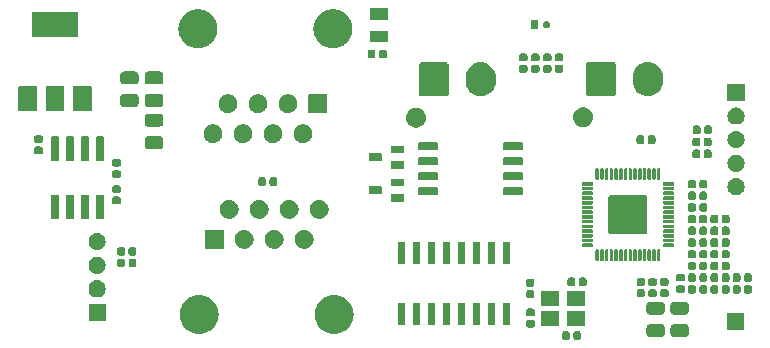
<source format=gbr>
G04 #@! TF.GenerationSoftware,KiCad,Pcbnew,7.99.0-1900-g89780d353a*
G04 #@! TF.CreationDate,2023-07-18T18:24:49+03:00*
G04 #@! TF.ProjectId,RP2040_minimal,52503230-3430-45f6-9d69-6e696d616c2e,REV1*
G04 #@! TF.SameCoordinates,Original*
G04 #@! TF.FileFunction,Soldermask,Top*
G04 #@! TF.FilePolarity,Negative*
%FSLAX46Y46*%
G04 Gerber Fmt 4.6, Leading zero omitted, Abs format (unit mm)*
G04 Created by KiCad (PCBNEW 7.99.0-1900-g89780d353a) date 2023-07-18 18:24:49*
%MOMM*%
%LPD*%
G01*
G04 APERTURE LIST*
G04 APERTURE END LIST*
G36*
X170141893Y-72459739D02*
G01*
X170203857Y-72501143D01*
X170245261Y-72563107D01*
X170259800Y-72636200D01*
X170259800Y-72976200D01*
X170245261Y-73049293D01*
X170203857Y-73111257D01*
X170141893Y-73152661D01*
X170068800Y-73167200D01*
X169788800Y-73167200D01*
X169715707Y-73152661D01*
X169653743Y-73111257D01*
X169612339Y-73049293D01*
X169597800Y-72976200D01*
X169597800Y-72636200D01*
X169612339Y-72563107D01*
X169653743Y-72501143D01*
X169715707Y-72459739D01*
X169788800Y-72445200D01*
X170068800Y-72445200D01*
X170141893Y-72459739D01*
G37*
G36*
X171101893Y-72459739D02*
G01*
X171163857Y-72501143D01*
X171205261Y-72563107D01*
X171219800Y-72636200D01*
X171219800Y-72976200D01*
X171205261Y-73049293D01*
X171163857Y-73111257D01*
X171101893Y-73152661D01*
X171028800Y-73167200D01*
X170748800Y-73167200D01*
X170675707Y-73152661D01*
X170613743Y-73111257D01*
X170572339Y-73049293D01*
X170557800Y-72976200D01*
X170557800Y-72636200D01*
X170572339Y-72563107D01*
X170613743Y-72501143D01*
X170675707Y-72459739D01*
X170748800Y-72445200D01*
X171028800Y-72445200D01*
X171101893Y-72459739D01*
G37*
G36*
X178064714Y-71841595D02*
G01*
X178069445Y-71843684D01*
X178072611Y-71844101D01*
X178112242Y-71862581D01*
X178165906Y-71886276D01*
X178244124Y-71964494D01*
X178267828Y-72018179D01*
X178286298Y-72057788D01*
X178286714Y-72060951D01*
X178288805Y-72065686D01*
X178296800Y-72134600D01*
X178296800Y-72634600D01*
X178288805Y-72703514D01*
X178286714Y-72708248D01*
X178286298Y-72711411D01*
X178267836Y-72751002D01*
X178244124Y-72804706D01*
X178165906Y-72882924D01*
X178112202Y-72906636D01*
X178072611Y-72925098D01*
X178069448Y-72925514D01*
X178064714Y-72927605D01*
X177995800Y-72935600D01*
X177045800Y-72935600D01*
X176976886Y-72927605D01*
X176972151Y-72925514D01*
X176968988Y-72925098D01*
X176929379Y-72906628D01*
X176875694Y-72882924D01*
X176797476Y-72804706D01*
X176773781Y-72751042D01*
X176755301Y-72711411D01*
X176754884Y-72708245D01*
X176752795Y-72703514D01*
X176744800Y-72634600D01*
X176744800Y-72134600D01*
X176752795Y-72065686D01*
X176754884Y-72060954D01*
X176755301Y-72057788D01*
X176773789Y-72018138D01*
X176797476Y-71964494D01*
X176875694Y-71886276D01*
X176929338Y-71862589D01*
X176968988Y-71844101D01*
X176972154Y-71843684D01*
X176976886Y-71841595D01*
X177045800Y-71833600D01*
X177995800Y-71833600D01*
X178064714Y-71841595D01*
G37*
G36*
X180096714Y-71841595D02*
G01*
X180101445Y-71843684D01*
X180104611Y-71844101D01*
X180144242Y-71862581D01*
X180197906Y-71886276D01*
X180276124Y-71964494D01*
X180299828Y-72018179D01*
X180318298Y-72057788D01*
X180318714Y-72060951D01*
X180320805Y-72065686D01*
X180328800Y-72134600D01*
X180328800Y-72634600D01*
X180320805Y-72703514D01*
X180318714Y-72708248D01*
X180318298Y-72711411D01*
X180299836Y-72751002D01*
X180276124Y-72804706D01*
X180197906Y-72882924D01*
X180144202Y-72906636D01*
X180104611Y-72925098D01*
X180101448Y-72925514D01*
X180096714Y-72927605D01*
X180027800Y-72935600D01*
X179077800Y-72935600D01*
X179008886Y-72927605D01*
X179004151Y-72925514D01*
X179000988Y-72925098D01*
X178961379Y-72906628D01*
X178907694Y-72882924D01*
X178829476Y-72804706D01*
X178805781Y-72751042D01*
X178787301Y-72711411D01*
X178786884Y-72708245D01*
X178784795Y-72703514D01*
X178776800Y-72634600D01*
X178776800Y-72134600D01*
X178784795Y-72065686D01*
X178786884Y-72060954D01*
X178787301Y-72057788D01*
X178805789Y-72018138D01*
X178829476Y-71964494D01*
X178907694Y-71886276D01*
X178961338Y-71862589D01*
X179000988Y-71844101D01*
X179004154Y-71843684D01*
X179008886Y-71841595D01*
X179077800Y-71833600D01*
X180027800Y-71833600D01*
X180096714Y-71841595D01*
G37*
G36*
X138932351Y-69370642D02*
G01*
X138995472Y-69370642D01*
X139064450Y-69381038D01*
X139130373Y-69386227D01*
X139183506Y-69398983D01*
X139239449Y-69407415D01*
X139312547Y-69429963D01*
X139382287Y-69446706D01*
X139427384Y-69465385D01*
X139475232Y-69480145D01*
X139550348Y-69516319D01*
X139621638Y-69545848D01*
X139658231Y-69568272D01*
X139697537Y-69587201D01*
X139772300Y-69638174D01*
X139842533Y-69681213D01*
X139870657Y-69705233D01*
X139901402Y-69726195D01*
X139973189Y-69792804D01*
X140039533Y-69849467D01*
X140059679Y-69873055D01*
X140082276Y-69894022D01*
X140148341Y-69976865D01*
X140207787Y-70046467D01*
X140220860Y-70067801D01*
X140236117Y-70086932D01*
X140293650Y-70186583D01*
X140343152Y-70267362D01*
X140350423Y-70284916D01*
X140359485Y-70300612D01*
X140405715Y-70418404D01*
X140442294Y-70506713D01*
X140445317Y-70519308D01*
X140449629Y-70530293D01*
X140481915Y-70671750D01*
X140502773Y-70758627D01*
X140503314Y-70765501D01*
X140504535Y-70770851D01*
X140520446Y-70983188D01*
X140523100Y-71016900D01*
X140520446Y-71050614D01*
X140504535Y-71262948D01*
X140503314Y-71268296D01*
X140502773Y-71275173D01*
X140481911Y-71362068D01*
X140449629Y-71503506D01*
X140445318Y-71514488D01*
X140442294Y-71527087D01*
X140405708Y-71615413D01*
X140359485Y-71733187D01*
X140350424Y-71748879D01*
X140343152Y-71766438D01*
X140293640Y-71847233D01*
X140236117Y-71946867D01*
X140220863Y-71965994D01*
X140207787Y-71987333D01*
X140148329Y-72056948D01*
X140082276Y-72139777D01*
X140059683Y-72160739D01*
X140039533Y-72184333D01*
X139973176Y-72241007D01*
X139901402Y-72307604D01*
X139870663Y-72328561D01*
X139842533Y-72352587D01*
X139772286Y-72395634D01*
X139697537Y-72446598D01*
X139658238Y-72465522D01*
X139621638Y-72487952D01*
X139550333Y-72517487D01*
X139475232Y-72553654D01*
X139427393Y-72568410D01*
X139382287Y-72587094D01*
X139312532Y-72603840D01*
X139239449Y-72626384D01*
X139183514Y-72634814D01*
X139130373Y-72647573D01*
X139064446Y-72652761D01*
X138995472Y-72663158D01*
X138932351Y-72663158D01*
X138872100Y-72667900D01*
X138811849Y-72663158D01*
X138748728Y-72663158D01*
X138679752Y-72652761D01*
X138613827Y-72647573D01*
X138560686Y-72634815D01*
X138504750Y-72626384D01*
X138431662Y-72603839D01*
X138361913Y-72587094D01*
X138316809Y-72568411D01*
X138268967Y-72553654D01*
X138193861Y-72517485D01*
X138122562Y-72487952D01*
X138085961Y-72465523D01*
X138046663Y-72446598D01*
X137971910Y-72395632D01*
X137901667Y-72352587D01*
X137873540Y-72328564D01*
X137842797Y-72307604D01*
X137771011Y-72240996D01*
X137704667Y-72184333D01*
X137684520Y-72160744D01*
X137661923Y-72139777D01*
X137595855Y-72056930D01*
X137536413Y-71987333D01*
X137523340Y-71965999D01*
X137508082Y-71946867D01*
X137450542Y-71847204D01*
X137401048Y-71766438D01*
X137393777Y-71748885D01*
X137384714Y-71733187D01*
X137338472Y-71615367D01*
X137301906Y-71527087D01*
X137298882Y-71514495D01*
X137294570Y-71503506D01*
X137262268Y-71361983D01*
X137241427Y-71275173D01*
X137240886Y-71268303D01*
X137239664Y-71262948D01*
X137223733Y-71050366D01*
X137221100Y-71016900D01*
X137223730Y-70983471D01*
X137239664Y-70770851D01*
X137240886Y-70765495D01*
X137241427Y-70758627D01*
X137262263Y-70671835D01*
X137294570Y-70530293D01*
X137298883Y-70519302D01*
X137301906Y-70506713D01*
X137338465Y-70418450D01*
X137384714Y-70300612D01*
X137393779Y-70284910D01*
X137401048Y-70267362D01*
X137450532Y-70186611D01*
X137508082Y-70086932D01*
X137523342Y-70067795D01*
X137536413Y-70046467D01*
X137595843Y-69976883D01*
X137661923Y-69894022D01*
X137684524Y-69873050D01*
X137704667Y-69849467D01*
X137770997Y-69792815D01*
X137842797Y-69726195D01*
X137873546Y-69705230D01*
X137901667Y-69681213D01*
X137971895Y-69638176D01*
X138046663Y-69587201D01*
X138085969Y-69568272D01*
X138122562Y-69545848D01*
X138193846Y-69516321D01*
X138268967Y-69480145D01*
X138316818Y-69465384D01*
X138361913Y-69446706D01*
X138431647Y-69429964D01*
X138504750Y-69407415D01*
X138560694Y-69398982D01*
X138613827Y-69386227D01*
X138679748Y-69381038D01*
X138748728Y-69370642D01*
X138811849Y-69370642D01*
X138872100Y-69365900D01*
X138932351Y-69370642D01*
G37*
G36*
X150362351Y-69370642D02*
G01*
X150425472Y-69370642D01*
X150494450Y-69381038D01*
X150560373Y-69386227D01*
X150613506Y-69398983D01*
X150669449Y-69407415D01*
X150742547Y-69429963D01*
X150812287Y-69446706D01*
X150857384Y-69465385D01*
X150905232Y-69480145D01*
X150980348Y-69516319D01*
X151051638Y-69545848D01*
X151088231Y-69568272D01*
X151127537Y-69587201D01*
X151202300Y-69638174D01*
X151272533Y-69681213D01*
X151300657Y-69705233D01*
X151331402Y-69726195D01*
X151403189Y-69792804D01*
X151469533Y-69849467D01*
X151489679Y-69873055D01*
X151512276Y-69894022D01*
X151578341Y-69976865D01*
X151637787Y-70046467D01*
X151650860Y-70067801D01*
X151666117Y-70086932D01*
X151723650Y-70186583D01*
X151773152Y-70267362D01*
X151780423Y-70284916D01*
X151789485Y-70300612D01*
X151835715Y-70418404D01*
X151872294Y-70506713D01*
X151875317Y-70519308D01*
X151879629Y-70530293D01*
X151911915Y-70671750D01*
X151932773Y-70758627D01*
X151933314Y-70765501D01*
X151934535Y-70770851D01*
X151950448Y-70983205D01*
X151953100Y-71016900D01*
X151950445Y-71050631D01*
X151934535Y-71262948D01*
X151933314Y-71268296D01*
X151932773Y-71275173D01*
X151911911Y-71362068D01*
X151879629Y-71503506D01*
X151875318Y-71514488D01*
X151872294Y-71527087D01*
X151835708Y-71615413D01*
X151789485Y-71733187D01*
X151780424Y-71748879D01*
X151773152Y-71766438D01*
X151723640Y-71847233D01*
X151666117Y-71946867D01*
X151650863Y-71965994D01*
X151637787Y-71987333D01*
X151578329Y-72056948D01*
X151512276Y-72139777D01*
X151489683Y-72160739D01*
X151469533Y-72184333D01*
X151403176Y-72241007D01*
X151331402Y-72307604D01*
X151300663Y-72328561D01*
X151272533Y-72352587D01*
X151202286Y-72395634D01*
X151127537Y-72446598D01*
X151088238Y-72465522D01*
X151051638Y-72487952D01*
X150980333Y-72517487D01*
X150905232Y-72553654D01*
X150857393Y-72568410D01*
X150812287Y-72587094D01*
X150742532Y-72603840D01*
X150669449Y-72626384D01*
X150613514Y-72634814D01*
X150560373Y-72647573D01*
X150494446Y-72652761D01*
X150425472Y-72663158D01*
X150362351Y-72663158D01*
X150302100Y-72667900D01*
X150241849Y-72663158D01*
X150178728Y-72663158D01*
X150109752Y-72652761D01*
X150043827Y-72647573D01*
X149990686Y-72634815D01*
X149934750Y-72626384D01*
X149861662Y-72603839D01*
X149791913Y-72587094D01*
X149746809Y-72568411D01*
X149698967Y-72553654D01*
X149623861Y-72517485D01*
X149552562Y-72487952D01*
X149515961Y-72465523D01*
X149476663Y-72446598D01*
X149401910Y-72395632D01*
X149331667Y-72352587D01*
X149303540Y-72328564D01*
X149272797Y-72307604D01*
X149201011Y-72240996D01*
X149134667Y-72184333D01*
X149114520Y-72160744D01*
X149091923Y-72139777D01*
X149025855Y-72056930D01*
X148966413Y-71987333D01*
X148953340Y-71965999D01*
X148938082Y-71946867D01*
X148880542Y-71847204D01*
X148831048Y-71766438D01*
X148823777Y-71748885D01*
X148814714Y-71733187D01*
X148768472Y-71615367D01*
X148731906Y-71527087D01*
X148728882Y-71514495D01*
X148724570Y-71503506D01*
X148692268Y-71361983D01*
X148671427Y-71275173D01*
X148670886Y-71268303D01*
X148669664Y-71262948D01*
X148653733Y-71050366D01*
X148651100Y-71016900D01*
X148653730Y-70983471D01*
X148669664Y-70770851D01*
X148670886Y-70765495D01*
X148671427Y-70758627D01*
X148692263Y-70671835D01*
X148724570Y-70530293D01*
X148728883Y-70519302D01*
X148731906Y-70506713D01*
X148768465Y-70418450D01*
X148814714Y-70300612D01*
X148823779Y-70284910D01*
X148831048Y-70267362D01*
X148880532Y-70186611D01*
X148938082Y-70086932D01*
X148953342Y-70067795D01*
X148966413Y-70046467D01*
X149025843Y-69976883D01*
X149091923Y-69894022D01*
X149114524Y-69873050D01*
X149134667Y-69849467D01*
X149200997Y-69792815D01*
X149272797Y-69726195D01*
X149303546Y-69705230D01*
X149331667Y-69681213D01*
X149401895Y-69638176D01*
X149476663Y-69587201D01*
X149515969Y-69568272D01*
X149552562Y-69545848D01*
X149623846Y-69516321D01*
X149698967Y-69480145D01*
X149746818Y-69465384D01*
X149791913Y-69446706D01*
X149861647Y-69429964D01*
X149934750Y-69407415D01*
X149990694Y-69398982D01*
X150043827Y-69386227D01*
X150109748Y-69381038D01*
X150178728Y-69370642D01*
X150241849Y-69370642D01*
X150302100Y-69365900D01*
X150362351Y-69370642D01*
G37*
G36*
X184997117Y-70890282D02*
G01*
X185013662Y-70901338D01*
X185024718Y-70917883D01*
X185028600Y-70937400D01*
X185028600Y-72287400D01*
X185024718Y-72306917D01*
X185013662Y-72323462D01*
X184997117Y-72334518D01*
X184977600Y-72338400D01*
X183627600Y-72338400D01*
X183608083Y-72334518D01*
X183591538Y-72323462D01*
X183580482Y-72306917D01*
X183576600Y-72287400D01*
X183576600Y-70937400D01*
X183580482Y-70917883D01*
X183591538Y-70901338D01*
X183608083Y-70890282D01*
X183627600Y-70886400D01*
X184977600Y-70886400D01*
X184997117Y-70890282D01*
G37*
G36*
X167172093Y-71496539D02*
G01*
X167234057Y-71537943D01*
X167275461Y-71599907D01*
X167290000Y-71673000D01*
X167290000Y-71953000D01*
X167275461Y-72026093D01*
X167234057Y-72088057D01*
X167172093Y-72129461D01*
X167099000Y-72144000D01*
X166759000Y-72144000D01*
X166685907Y-72129461D01*
X166623943Y-72088057D01*
X166582539Y-72026093D01*
X166568000Y-71953000D01*
X166568000Y-71673000D01*
X166582539Y-71599907D01*
X166623943Y-71537943D01*
X166685907Y-71496539D01*
X166759000Y-71482000D01*
X167099000Y-71482000D01*
X167172093Y-71496539D01*
G37*
G36*
X169299517Y-70734882D02*
G01*
X169316062Y-70745938D01*
X169327118Y-70762483D01*
X169331000Y-70782000D01*
X169331000Y-71982000D01*
X169327118Y-72001517D01*
X169316062Y-72018062D01*
X169299517Y-72029118D01*
X169280000Y-72033000D01*
X167880000Y-72033000D01*
X167860483Y-72029118D01*
X167843938Y-72018062D01*
X167832882Y-72001517D01*
X167829000Y-71982000D01*
X167829000Y-70782000D01*
X167832882Y-70762483D01*
X167843938Y-70745938D01*
X167860483Y-70734882D01*
X167880000Y-70731000D01*
X169280000Y-70731000D01*
X169299517Y-70734882D01*
G37*
G36*
X171499517Y-70734882D02*
G01*
X171516062Y-70745938D01*
X171527118Y-70762483D01*
X171531000Y-70782000D01*
X171531000Y-71982000D01*
X171527118Y-72001517D01*
X171516062Y-72018062D01*
X171499517Y-72029118D01*
X171480000Y-72033000D01*
X170080000Y-72033000D01*
X170060483Y-72029118D01*
X170043938Y-72018062D01*
X170032882Y-72001517D01*
X170029000Y-71982000D01*
X170029000Y-70782000D01*
X170032882Y-70762483D01*
X170043938Y-70745938D01*
X170060483Y-70734882D01*
X170080000Y-70731000D01*
X171480000Y-70731000D01*
X171499517Y-70734882D01*
G37*
G36*
X156293217Y-70104782D02*
G01*
X156309762Y-70115838D01*
X156320818Y-70132383D01*
X156324700Y-70151900D01*
X156324700Y-71853700D01*
X156320818Y-71873217D01*
X156309762Y-71889762D01*
X156293217Y-71900818D01*
X156273700Y-71904700D01*
X155740300Y-71904700D01*
X155720783Y-71900818D01*
X155704238Y-71889762D01*
X155693182Y-71873217D01*
X155689300Y-71853700D01*
X155689300Y-70151900D01*
X155693182Y-70132383D01*
X155704238Y-70115838D01*
X155720783Y-70104782D01*
X155740300Y-70100900D01*
X156273700Y-70100900D01*
X156293217Y-70104782D01*
G37*
G36*
X157563217Y-70104782D02*
G01*
X157579762Y-70115838D01*
X157590818Y-70132383D01*
X157594700Y-70151900D01*
X157594700Y-71853700D01*
X157590818Y-71873217D01*
X157579762Y-71889762D01*
X157563217Y-71900818D01*
X157543700Y-71904700D01*
X157010300Y-71904700D01*
X156990783Y-71900818D01*
X156974238Y-71889762D01*
X156963182Y-71873217D01*
X156959300Y-71853700D01*
X156959300Y-70151900D01*
X156963182Y-70132383D01*
X156974238Y-70115838D01*
X156990783Y-70104782D01*
X157010300Y-70100900D01*
X157543700Y-70100900D01*
X157563217Y-70104782D01*
G37*
G36*
X158833217Y-70104782D02*
G01*
X158849762Y-70115838D01*
X158860818Y-70132383D01*
X158864700Y-70151900D01*
X158864700Y-71853700D01*
X158860818Y-71873217D01*
X158849762Y-71889762D01*
X158833217Y-71900818D01*
X158813700Y-71904700D01*
X158280300Y-71904700D01*
X158260783Y-71900818D01*
X158244238Y-71889762D01*
X158233182Y-71873217D01*
X158229300Y-71853700D01*
X158229300Y-70151900D01*
X158233182Y-70132383D01*
X158244238Y-70115838D01*
X158260783Y-70104782D01*
X158280300Y-70100900D01*
X158813700Y-70100900D01*
X158833217Y-70104782D01*
G37*
G36*
X160103217Y-70104782D02*
G01*
X160119762Y-70115838D01*
X160130818Y-70132383D01*
X160134700Y-70151900D01*
X160134700Y-71853700D01*
X160130818Y-71873217D01*
X160119762Y-71889762D01*
X160103217Y-71900818D01*
X160083700Y-71904700D01*
X159550300Y-71904700D01*
X159530783Y-71900818D01*
X159514238Y-71889762D01*
X159503182Y-71873217D01*
X159499300Y-71853700D01*
X159499300Y-70151900D01*
X159503182Y-70132383D01*
X159514238Y-70115838D01*
X159530783Y-70104782D01*
X159550300Y-70100900D01*
X160083700Y-70100900D01*
X160103217Y-70104782D01*
G37*
G36*
X161373217Y-70104782D02*
G01*
X161389762Y-70115838D01*
X161400818Y-70132383D01*
X161404700Y-70151900D01*
X161404700Y-71853700D01*
X161400818Y-71873217D01*
X161389762Y-71889762D01*
X161373217Y-71900818D01*
X161353700Y-71904700D01*
X160820300Y-71904700D01*
X160800783Y-71900818D01*
X160784238Y-71889762D01*
X160773182Y-71873217D01*
X160769300Y-71853700D01*
X160769300Y-70151900D01*
X160773182Y-70132383D01*
X160784238Y-70115838D01*
X160800783Y-70104782D01*
X160820300Y-70100900D01*
X161353700Y-70100900D01*
X161373217Y-70104782D01*
G37*
G36*
X162643217Y-70104782D02*
G01*
X162659762Y-70115838D01*
X162670818Y-70132383D01*
X162674700Y-70151900D01*
X162674700Y-71853700D01*
X162670818Y-71873217D01*
X162659762Y-71889762D01*
X162643217Y-71900818D01*
X162623700Y-71904700D01*
X162090300Y-71904700D01*
X162070783Y-71900818D01*
X162054238Y-71889762D01*
X162043182Y-71873217D01*
X162039300Y-71853700D01*
X162039300Y-70151900D01*
X162043182Y-70132383D01*
X162054238Y-70115838D01*
X162070783Y-70104782D01*
X162090300Y-70100900D01*
X162623700Y-70100900D01*
X162643217Y-70104782D01*
G37*
G36*
X163913217Y-70104782D02*
G01*
X163929762Y-70115838D01*
X163940818Y-70132383D01*
X163944700Y-70151900D01*
X163944700Y-71853700D01*
X163940818Y-71873217D01*
X163929762Y-71889762D01*
X163913217Y-71900818D01*
X163893700Y-71904700D01*
X163360300Y-71904700D01*
X163340783Y-71900818D01*
X163324238Y-71889762D01*
X163313182Y-71873217D01*
X163309300Y-71853700D01*
X163309300Y-70151900D01*
X163313182Y-70132383D01*
X163324238Y-70115838D01*
X163340783Y-70104782D01*
X163360300Y-70100900D01*
X163893700Y-70100900D01*
X163913217Y-70104782D01*
G37*
G36*
X165183217Y-70104782D02*
G01*
X165199762Y-70115838D01*
X165210818Y-70132383D01*
X165214700Y-70151900D01*
X165214700Y-71853700D01*
X165210818Y-71873217D01*
X165199762Y-71889762D01*
X165183217Y-71900818D01*
X165163700Y-71904700D01*
X164630300Y-71904700D01*
X164610783Y-71900818D01*
X164594238Y-71889762D01*
X164583182Y-71873217D01*
X164579300Y-71853700D01*
X164579300Y-70151900D01*
X164583182Y-70132383D01*
X164594238Y-70115838D01*
X164610783Y-70104782D01*
X164630300Y-70100900D01*
X165163700Y-70100900D01*
X165183217Y-70104782D01*
G37*
G36*
X130930517Y-70136282D02*
G01*
X130947062Y-70147338D01*
X130958118Y-70163883D01*
X130962000Y-70183400D01*
X130962000Y-71533400D01*
X130958118Y-71552917D01*
X130947062Y-71569462D01*
X130930517Y-71580518D01*
X130911000Y-71584400D01*
X129561000Y-71584400D01*
X129541483Y-71580518D01*
X129524938Y-71569462D01*
X129513882Y-71552917D01*
X129510000Y-71533400D01*
X129510000Y-70183400D01*
X129513882Y-70163883D01*
X129524938Y-70147338D01*
X129541483Y-70136282D01*
X129561000Y-70132400D01*
X130911000Y-70132400D01*
X130930517Y-70136282D01*
G37*
G36*
X167172093Y-70536539D02*
G01*
X167234057Y-70577943D01*
X167275461Y-70639907D01*
X167290000Y-70713000D01*
X167290000Y-70993000D01*
X167275461Y-71066093D01*
X167234057Y-71128057D01*
X167172093Y-71169461D01*
X167099000Y-71184000D01*
X166759000Y-71184000D01*
X166685907Y-71169461D01*
X166623943Y-71128057D01*
X166582539Y-71066093D01*
X166568000Y-70993000D01*
X166568000Y-70713000D01*
X166582539Y-70639907D01*
X166623943Y-70577943D01*
X166685907Y-70536539D01*
X166759000Y-70522000D01*
X167099000Y-70522000D01*
X167172093Y-70536539D01*
G37*
G36*
X178064714Y-69941595D02*
G01*
X178069445Y-69943684D01*
X178072611Y-69944101D01*
X178112242Y-69962581D01*
X178165906Y-69986276D01*
X178244124Y-70064494D01*
X178267828Y-70118179D01*
X178286298Y-70157788D01*
X178286714Y-70160951D01*
X178288805Y-70165686D01*
X178296800Y-70234600D01*
X178296800Y-70734600D01*
X178288805Y-70803514D01*
X178286714Y-70808248D01*
X178286298Y-70811411D01*
X178267836Y-70851002D01*
X178244124Y-70904706D01*
X178165906Y-70982924D01*
X178112202Y-71006636D01*
X178072611Y-71025098D01*
X178069448Y-71025514D01*
X178064714Y-71027605D01*
X177995800Y-71035600D01*
X177045800Y-71035600D01*
X176976886Y-71027605D01*
X176972151Y-71025514D01*
X176968988Y-71025098D01*
X176929379Y-71006628D01*
X176875694Y-70982924D01*
X176797476Y-70904706D01*
X176773781Y-70851042D01*
X176755301Y-70811411D01*
X176754884Y-70808245D01*
X176752795Y-70803514D01*
X176744800Y-70734600D01*
X176744800Y-70234600D01*
X176752795Y-70165686D01*
X176754884Y-70160954D01*
X176755301Y-70157788D01*
X176773789Y-70118138D01*
X176797476Y-70064494D01*
X176875694Y-69986276D01*
X176929338Y-69962589D01*
X176968988Y-69944101D01*
X176972154Y-69943684D01*
X176976886Y-69941595D01*
X177045800Y-69933600D01*
X177995800Y-69933600D01*
X178064714Y-69941595D01*
G37*
G36*
X180096714Y-69941595D02*
G01*
X180101445Y-69943684D01*
X180104611Y-69944101D01*
X180144242Y-69962581D01*
X180197906Y-69986276D01*
X180276124Y-70064494D01*
X180299828Y-70118179D01*
X180318298Y-70157788D01*
X180318714Y-70160951D01*
X180320805Y-70165686D01*
X180328800Y-70234600D01*
X180328800Y-70734600D01*
X180320805Y-70803514D01*
X180318714Y-70808248D01*
X180318298Y-70811411D01*
X180299836Y-70851002D01*
X180276124Y-70904706D01*
X180197906Y-70982924D01*
X180144202Y-71006636D01*
X180104611Y-71025098D01*
X180101448Y-71025514D01*
X180096714Y-71027605D01*
X180027800Y-71035600D01*
X179077800Y-71035600D01*
X179008886Y-71027605D01*
X179004151Y-71025514D01*
X179000988Y-71025098D01*
X178961379Y-71006628D01*
X178907694Y-70982924D01*
X178829476Y-70904706D01*
X178805781Y-70851042D01*
X178787301Y-70811411D01*
X178786884Y-70808245D01*
X178784795Y-70803514D01*
X178776800Y-70734600D01*
X178776800Y-70234600D01*
X178784795Y-70165686D01*
X178786884Y-70160954D01*
X178787301Y-70157788D01*
X178805789Y-70118138D01*
X178829476Y-70064494D01*
X178907694Y-69986276D01*
X178961338Y-69962589D01*
X179000988Y-69944101D01*
X179004154Y-69943684D01*
X179008886Y-69941595D01*
X179077800Y-69933600D01*
X180027800Y-69933600D01*
X180096714Y-69941595D01*
G37*
G36*
X169299517Y-69034882D02*
G01*
X169316062Y-69045938D01*
X169327118Y-69062483D01*
X169331000Y-69082000D01*
X169331000Y-70282000D01*
X169327118Y-70301517D01*
X169316062Y-70318062D01*
X169299517Y-70329118D01*
X169280000Y-70333000D01*
X167880000Y-70333000D01*
X167860483Y-70329118D01*
X167843938Y-70318062D01*
X167832882Y-70301517D01*
X167829000Y-70282000D01*
X167829000Y-69082000D01*
X167832882Y-69062483D01*
X167843938Y-69045938D01*
X167860483Y-69034882D01*
X167880000Y-69031000D01*
X169280000Y-69031000D01*
X169299517Y-69034882D01*
G37*
G36*
X171499517Y-69034882D02*
G01*
X171516062Y-69045938D01*
X171527118Y-69062483D01*
X171531000Y-69082000D01*
X171531000Y-70282000D01*
X171527118Y-70301517D01*
X171516062Y-70318062D01*
X171499517Y-70329118D01*
X171480000Y-70333000D01*
X170080000Y-70333000D01*
X170060483Y-70329118D01*
X170043938Y-70318062D01*
X170032882Y-70301517D01*
X170029000Y-70282000D01*
X170029000Y-69082000D01*
X170032882Y-69062483D01*
X170043938Y-69045938D01*
X170060483Y-69034882D01*
X170080000Y-69031000D01*
X171480000Y-69031000D01*
X171499517Y-69034882D01*
G37*
G36*
X167146693Y-68984539D02*
G01*
X167208657Y-69025943D01*
X167250061Y-69087907D01*
X167264600Y-69161000D01*
X167264600Y-69441000D01*
X167250061Y-69514093D01*
X167208657Y-69576057D01*
X167146693Y-69617461D01*
X167073600Y-69632000D01*
X166733600Y-69632000D01*
X166660507Y-69617461D01*
X166598543Y-69576057D01*
X166557139Y-69514093D01*
X166542600Y-69441000D01*
X166542600Y-69161000D01*
X166557139Y-69087907D01*
X166598543Y-69025943D01*
X166660507Y-68984539D01*
X166733600Y-68970000D01*
X167073600Y-68970000D01*
X167146693Y-68984539D01*
G37*
G36*
X130397550Y-68150602D02*
G01*
X130551000Y-68204297D01*
X130688654Y-68290790D01*
X130803610Y-68405746D01*
X130890103Y-68543400D01*
X130943798Y-68696850D01*
X130962000Y-68858400D01*
X130943798Y-69019950D01*
X130890103Y-69173400D01*
X130803610Y-69311054D01*
X130688654Y-69426010D01*
X130551000Y-69512503D01*
X130397550Y-69566198D01*
X130236000Y-69584400D01*
X130074450Y-69566198D01*
X129921000Y-69512503D01*
X129783346Y-69426010D01*
X129668390Y-69311054D01*
X129581897Y-69173400D01*
X129528202Y-69019950D01*
X129510000Y-68858400D01*
X129528202Y-68696850D01*
X129581897Y-68543400D01*
X129668390Y-68405746D01*
X129783346Y-68290790D01*
X129921000Y-68204297D01*
X130074450Y-68150602D01*
X130236000Y-68132400D01*
X130397550Y-68150602D01*
G37*
G36*
X176519293Y-68905739D02*
G01*
X176581257Y-68947143D01*
X176622661Y-69009107D01*
X176637200Y-69082200D01*
X176637200Y-69362200D01*
X176622661Y-69435293D01*
X176581257Y-69497257D01*
X176519293Y-69538661D01*
X176446200Y-69553200D01*
X176106200Y-69553200D01*
X176033107Y-69538661D01*
X175971143Y-69497257D01*
X175929739Y-69435293D01*
X175915200Y-69362200D01*
X175915200Y-69082200D01*
X175929739Y-69009107D01*
X175971143Y-68947143D01*
X176033107Y-68905739D01*
X176106200Y-68891200D01*
X176446200Y-68891200D01*
X176519293Y-68905739D01*
G37*
G36*
X177509893Y-68905739D02*
G01*
X177571857Y-68947143D01*
X177613261Y-69009107D01*
X177627800Y-69082200D01*
X177627800Y-69362200D01*
X177613261Y-69435293D01*
X177571857Y-69497257D01*
X177509893Y-69538661D01*
X177436800Y-69553200D01*
X177096800Y-69553200D01*
X177023707Y-69538661D01*
X176961743Y-69497257D01*
X176920339Y-69435293D01*
X176905800Y-69362200D01*
X176905800Y-69082200D01*
X176920339Y-69009107D01*
X176961743Y-68947143D01*
X177023707Y-68905739D01*
X177096800Y-68891200D01*
X177436800Y-68891200D01*
X177509893Y-68905739D01*
G37*
G36*
X178500493Y-68905739D02*
G01*
X178562457Y-68947143D01*
X178603861Y-69009107D01*
X178618400Y-69082200D01*
X178618400Y-69362200D01*
X178603861Y-69435293D01*
X178562457Y-69497257D01*
X178500493Y-69538661D01*
X178427400Y-69553200D01*
X178087400Y-69553200D01*
X178014307Y-69538661D01*
X177952343Y-69497257D01*
X177910939Y-69435293D01*
X177896400Y-69362200D01*
X177896400Y-69082200D01*
X177910939Y-69009107D01*
X177952343Y-68947143D01*
X178014307Y-68905739D01*
X178087400Y-68891200D01*
X178427400Y-68891200D01*
X178500493Y-68905739D01*
G37*
G36*
X180809893Y-68548139D02*
G01*
X180871857Y-68589543D01*
X180913261Y-68651507D01*
X180927800Y-68724600D01*
X180927800Y-69064600D01*
X180913261Y-69137693D01*
X180871857Y-69199657D01*
X180809893Y-69241061D01*
X180736800Y-69255600D01*
X180456800Y-69255600D01*
X180383707Y-69241061D01*
X180321743Y-69199657D01*
X180280339Y-69137693D01*
X180265800Y-69064600D01*
X180265800Y-68724600D01*
X180280339Y-68651507D01*
X180321743Y-68589543D01*
X180383707Y-68548139D01*
X180456800Y-68533600D01*
X180736800Y-68533600D01*
X180809893Y-68548139D01*
G37*
G36*
X181769893Y-68548139D02*
G01*
X181831857Y-68589543D01*
X181873261Y-68651507D01*
X181887800Y-68724600D01*
X181887800Y-69064600D01*
X181873261Y-69137693D01*
X181831857Y-69199657D01*
X181769893Y-69241061D01*
X181696800Y-69255600D01*
X181416800Y-69255600D01*
X181343707Y-69241061D01*
X181281743Y-69199657D01*
X181240339Y-69137693D01*
X181225800Y-69064600D01*
X181225800Y-68724600D01*
X181240339Y-68651507D01*
X181281743Y-68589543D01*
X181343707Y-68548139D01*
X181416800Y-68533600D01*
X181696800Y-68533600D01*
X181769893Y-68548139D01*
G37*
G36*
X182714893Y-68548139D02*
G01*
X182776857Y-68589543D01*
X182818261Y-68651507D01*
X182832800Y-68724600D01*
X182832800Y-69064600D01*
X182818261Y-69137693D01*
X182776857Y-69199657D01*
X182714893Y-69241061D01*
X182641800Y-69255600D01*
X182361800Y-69255600D01*
X182288707Y-69241061D01*
X182226743Y-69199657D01*
X182185339Y-69137693D01*
X182170800Y-69064600D01*
X182170800Y-68724600D01*
X182185339Y-68651507D01*
X182226743Y-68589543D01*
X182288707Y-68548139D01*
X182361800Y-68533600D01*
X182641800Y-68533600D01*
X182714893Y-68548139D01*
G37*
G36*
X183674893Y-68548139D02*
G01*
X183736857Y-68589543D01*
X183778261Y-68651507D01*
X183792800Y-68724600D01*
X183792800Y-69064600D01*
X183778261Y-69137693D01*
X183736857Y-69199657D01*
X183674893Y-69241061D01*
X183601800Y-69255600D01*
X183321800Y-69255600D01*
X183248707Y-69241061D01*
X183186743Y-69199657D01*
X183145339Y-69137693D01*
X183130800Y-69064600D01*
X183130800Y-68724600D01*
X183145339Y-68651507D01*
X183186743Y-68589543D01*
X183248707Y-68548139D01*
X183321800Y-68533600D01*
X183601800Y-68533600D01*
X183674893Y-68548139D01*
G37*
G36*
X184594493Y-68548139D02*
G01*
X184656457Y-68589543D01*
X184697861Y-68651507D01*
X184712400Y-68724600D01*
X184712400Y-69064600D01*
X184697861Y-69137693D01*
X184656457Y-69199657D01*
X184594493Y-69241061D01*
X184521400Y-69255600D01*
X184241400Y-69255600D01*
X184168307Y-69241061D01*
X184106343Y-69199657D01*
X184064939Y-69137693D01*
X184050400Y-69064600D01*
X184050400Y-68724600D01*
X184064939Y-68651507D01*
X184106343Y-68589543D01*
X184168307Y-68548139D01*
X184241400Y-68533600D01*
X184521400Y-68533600D01*
X184594493Y-68548139D01*
G37*
G36*
X185554493Y-68548139D02*
G01*
X185616457Y-68589543D01*
X185657861Y-68651507D01*
X185672400Y-68724600D01*
X185672400Y-69064600D01*
X185657861Y-69137693D01*
X185616457Y-69199657D01*
X185554493Y-69241061D01*
X185481400Y-69255600D01*
X185201400Y-69255600D01*
X185128307Y-69241061D01*
X185066343Y-69199657D01*
X185024939Y-69137693D01*
X185010400Y-69064600D01*
X185010400Y-68724600D01*
X185024939Y-68651507D01*
X185066343Y-68589543D01*
X185128307Y-68548139D01*
X185201400Y-68533600D01*
X185481400Y-68533600D01*
X185554493Y-68548139D01*
G37*
G36*
X179872093Y-68550139D02*
G01*
X179934057Y-68591543D01*
X179975461Y-68653507D01*
X179990000Y-68726600D01*
X179990000Y-69006600D01*
X179975461Y-69079693D01*
X179934057Y-69141657D01*
X179872093Y-69183061D01*
X179799000Y-69197600D01*
X179459000Y-69197600D01*
X179385907Y-69183061D01*
X179323943Y-69141657D01*
X179282539Y-69079693D01*
X179268000Y-69006600D01*
X179268000Y-68726600D01*
X179282539Y-68653507D01*
X179323943Y-68591543D01*
X179385907Y-68550139D01*
X179459000Y-68535600D01*
X179799000Y-68535600D01*
X179872093Y-68550139D01*
G37*
G36*
X167146693Y-68024539D02*
G01*
X167208657Y-68065943D01*
X167250061Y-68127907D01*
X167264600Y-68201000D01*
X167264600Y-68481000D01*
X167250061Y-68554093D01*
X167208657Y-68616057D01*
X167146693Y-68657461D01*
X167073600Y-68672000D01*
X166733600Y-68672000D01*
X166660507Y-68657461D01*
X166598543Y-68616057D01*
X166557139Y-68554093D01*
X166542600Y-68481000D01*
X166542600Y-68201000D01*
X166557139Y-68127907D01*
X166598543Y-68065943D01*
X166660507Y-68024539D01*
X166733600Y-68010000D01*
X167073600Y-68010000D01*
X167146693Y-68024539D01*
G37*
G36*
X170599093Y-67913139D02*
G01*
X170661057Y-67954543D01*
X170702461Y-68016507D01*
X170717000Y-68089600D01*
X170717000Y-68429600D01*
X170702461Y-68502693D01*
X170661057Y-68564657D01*
X170599093Y-68606061D01*
X170526000Y-68620600D01*
X170246000Y-68620600D01*
X170172907Y-68606061D01*
X170110943Y-68564657D01*
X170069539Y-68502693D01*
X170055000Y-68429600D01*
X170055000Y-68089600D01*
X170069539Y-68016507D01*
X170110943Y-67954543D01*
X170172907Y-67913139D01*
X170246000Y-67898600D01*
X170526000Y-67898600D01*
X170599093Y-67913139D01*
G37*
G36*
X171559093Y-67913139D02*
G01*
X171621057Y-67954543D01*
X171662461Y-68016507D01*
X171677000Y-68089600D01*
X171677000Y-68429600D01*
X171662461Y-68502693D01*
X171621057Y-68564657D01*
X171559093Y-68606061D01*
X171486000Y-68620600D01*
X171206000Y-68620600D01*
X171132907Y-68606061D01*
X171070943Y-68564657D01*
X171029539Y-68502693D01*
X171015000Y-68429600D01*
X171015000Y-68089600D01*
X171029539Y-68016507D01*
X171070943Y-67954543D01*
X171132907Y-67913139D01*
X171206000Y-67898600D01*
X171486000Y-67898600D01*
X171559093Y-67913139D01*
G37*
G36*
X176519293Y-67945739D02*
G01*
X176581257Y-67987143D01*
X176622661Y-68049107D01*
X176637200Y-68122200D01*
X176637200Y-68402200D01*
X176622661Y-68475293D01*
X176581257Y-68537257D01*
X176519293Y-68578661D01*
X176446200Y-68593200D01*
X176106200Y-68593200D01*
X176033107Y-68578661D01*
X175971143Y-68537257D01*
X175929739Y-68475293D01*
X175915200Y-68402200D01*
X175915200Y-68122200D01*
X175929739Y-68049107D01*
X175971143Y-67987143D01*
X176033107Y-67945739D01*
X176106200Y-67931200D01*
X176446200Y-67931200D01*
X176519293Y-67945739D01*
G37*
G36*
X177509893Y-67945739D02*
G01*
X177571857Y-67987143D01*
X177613261Y-68049107D01*
X177627800Y-68122200D01*
X177627800Y-68402200D01*
X177613261Y-68475293D01*
X177571857Y-68537257D01*
X177509893Y-68578661D01*
X177436800Y-68593200D01*
X177096800Y-68593200D01*
X177023707Y-68578661D01*
X176961743Y-68537257D01*
X176920339Y-68475293D01*
X176905800Y-68402200D01*
X176905800Y-68122200D01*
X176920339Y-68049107D01*
X176961743Y-67987143D01*
X177023707Y-67945739D01*
X177096800Y-67931200D01*
X177436800Y-67931200D01*
X177509893Y-67945739D01*
G37*
G36*
X178500493Y-67945739D02*
G01*
X178562457Y-67987143D01*
X178603861Y-68049107D01*
X178618400Y-68122200D01*
X178618400Y-68402200D01*
X178603861Y-68475293D01*
X178562457Y-68537257D01*
X178500493Y-68578661D01*
X178427400Y-68593200D01*
X178087400Y-68593200D01*
X178014307Y-68578661D01*
X177952343Y-68537257D01*
X177910939Y-68475293D01*
X177896400Y-68402200D01*
X177896400Y-68122200D01*
X177910939Y-68049107D01*
X177952343Y-67987143D01*
X178014307Y-67945739D01*
X178087400Y-67931200D01*
X178427400Y-67931200D01*
X178500493Y-67945739D01*
G37*
G36*
X180809893Y-67557539D02*
G01*
X180871857Y-67598943D01*
X180913261Y-67660907D01*
X180927800Y-67734000D01*
X180927800Y-68074000D01*
X180913261Y-68147093D01*
X180871857Y-68209057D01*
X180809893Y-68250461D01*
X180736800Y-68265000D01*
X180456800Y-68265000D01*
X180383707Y-68250461D01*
X180321743Y-68209057D01*
X180280339Y-68147093D01*
X180265800Y-68074000D01*
X180265800Y-67734000D01*
X180280339Y-67660907D01*
X180321743Y-67598943D01*
X180383707Y-67557539D01*
X180456800Y-67543000D01*
X180736800Y-67543000D01*
X180809893Y-67557539D01*
G37*
G36*
X181769893Y-67557539D02*
G01*
X181831857Y-67598943D01*
X181873261Y-67660907D01*
X181887800Y-67734000D01*
X181887800Y-68074000D01*
X181873261Y-68147093D01*
X181831857Y-68209057D01*
X181769893Y-68250461D01*
X181696800Y-68265000D01*
X181416800Y-68265000D01*
X181343707Y-68250461D01*
X181281743Y-68209057D01*
X181240339Y-68147093D01*
X181225800Y-68074000D01*
X181225800Y-67734000D01*
X181240339Y-67660907D01*
X181281743Y-67598943D01*
X181343707Y-67557539D01*
X181416800Y-67543000D01*
X181696800Y-67543000D01*
X181769893Y-67557539D01*
G37*
G36*
X182714893Y-67557539D02*
G01*
X182776857Y-67598943D01*
X182818261Y-67660907D01*
X182832800Y-67734000D01*
X182832800Y-68074000D01*
X182818261Y-68147093D01*
X182776857Y-68209057D01*
X182714893Y-68250461D01*
X182641800Y-68265000D01*
X182361800Y-68265000D01*
X182288707Y-68250461D01*
X182226743Y-68209057D01*
X182185339Y-68147093D01*
X182170800Y-68074000D01*
X182170800Y-67734000D01*
X182185339Y-67660907D01*
X182226743Y-67598943D01*
X182288707Y-67557539D01*
X182361800Y-67543000D01*
X182641800Y-67543000D01*
X182714893Y-67557539D01*
G37*
G36*
X183674893Y-67557539D02*
G01*
X183736857Y-67598943D01*
X183778261Y-67660907D01*
X183792800Y-67734000D01*
X183792800Y-68074000D01*
X183778261Y-68147093D01*
X183736857Y-68209057D01*
X183674893Y-68250461D01*
X183601800Y-68265000D01*
X183321800Y-68265000D01*
X183248707Y-68250461D01*
X183186743Y-68209057D01*
X183145339Y-68147093D01*
X183130800Y-68074000D01*
X183130800Y-67734000D01*
X183145339Y-67660907D01*
X183186743Y-67598943D01*
X183248707Y-67557539D01*
X183321800Y-67543000D01*
X183601800Y-67543000D01*
X183674893Y-67557539D01*
G37*
G36*
X184594493Y-67557539D02*
G01*
X184656457Y-67598943D01*
X184697861Y-67660907D01*
X184712400Y-67734000D01*
X184712400Y-68074000D01*
X184697861Y-68147093D01*
X184656457Y-68209057D01*
X184594493Y-68250461D01*
X184521400Y-68265000D01*
X184241400Y-68265000D01*
X184168307Y-68250461D01*
X184106343Y-68209057D01*
X184064939Y-68147093D01*
X184050400Y-68074000D01*
X184050400Y-67734000D01*
X184064939Y-67660907D01*
X184106343Y-67598943D01*
X184168307Y-67557539D01*
X184241400Y-67543000D01*
X184521400Y-67543000D01*
X184594493Y-67557539D01*
G37*
G36*
X185554493Y-67557539D02*
G01*
X185616457Y-67598943D01*
X185657861Y-67660907D01*
X185672400Y-67734000D01*
X185672400Y-68074000D01*
X185657861Y-68147093D01*
X185616457Y-68209057D01*
X185554493Y-68250461D01*
X185481400Y-68265000D01*
X185201400Y-68265000D01*
X185128307Y-68250461D01*
X185066343Y-68209057D01*
X185024939Y-68147093D01*
X185010400Y-68074000D01*
X185010400Y-67734000D01*
X185024939Y-67660907D01*
X185066343Y-67598943D01*
X185128307Y-67557539D01*
X185201400Y-67543000D01*
X185481400Y-67543000D01*
X185554493Y-67557539D01*
G37*
G36*
X179872093Y-67590139D02*
G01*
X179934057Y-67631543D01*
X179975461Y-67693507D01*
X179990000Y-67766600D01*
X179990000Y-68046600D01*
X179975461Y-68119693D01*
X179934057Y-68181657D01*
X179872093Y-68223061D01*
X179799000Y-68237600D01*
X179459000Y-68237600D01*
X179385907Y-68223061D01*
X179323943Y-68181657D01*
X179282539Y-68119693D01*
X179268000Y-68046600D01*
X179268000Y-67766600D01*
X179282539Y-67693507D01*
X179323943Y-67631543D01*
X179385907Y-67590139D01*
X179459000Y-67575600D01*
X179799000Y-67575600D01*
X179872093Y-67590139D01*
G37*
G36*
X130397550Y-66150602D02*
G01*
X130551000Y-66204297D01*
X130688654Y-66290790D01*
X130803610Y-66405746D01*
X130890103Y-66543400D01*
X130943798Y-66696850D01*
X130962000Y-66858400D01*
X130943798Y-67019950D01*
X130890103Y-67173400D01*
X130803610Y-67311054D01*
X130688654Y-67426010D01*
X130551000Y-67512503D01*
X130397550Y-67566198D01*
X130236000Y-67584400D01*
X130074450Y-67566198D01*
X129921000Y-67512503D01*
X129783346Y-67426010D01*
X129668390Y-67311054D01*
X129581897Y-67173400D01*
X129528202Y-67019950D01*
X129510000Y-66858400D01*
X129528202Y-66696850D01*
X129581897Y-66543400D01*
X129668390Y-66405746D01*
X129783346Y-66290790D01*
X129921000Y-66204297D01*
X130074450Y-66150602D01*
X130236000Y-66132400D01*
X130397550Y-66150602D01*
G37*
G36*
X180809893Y-66566939D02*
G01*
X180871857Y-66608343D01*
X180913261Y-66670307D01*
X180927800Y-66743400D01*
X180927800Y-67083400D01*
X180913261Y-67156493D01*
X180871857Y-67218457D01*
X180809893Y-67259861D01*
X180736800Y-67274400D01*
X180456800Y-67274400D01*
X180383707Y-67259861D01*
X180321743Y-67218457D01*
X180280339Y-67156493D01*
X180265800Y-67083400D01*
X180265800Y-66743400D01*
X180280339Y-66670307D01*
X180321743Y-66608343D01*
X180383707Y-66566939D01*
X180456800Y-66552400D01*
X180736800Y-66552400D01*
X180809893Y-66566939D01*
G37*
G36*
X181769893Y-66566939D02*
G01*
X181831857Y-66608343D01*
X181873261Y-66670307D01*
X181887800Y-66743400D01*
X181887800Y-67083400D01*
X181873261Y-67156493D01*
X181831857Y-67218457D01*
X181769893Y-67259861D01*
X181696800Y-67274400D01*
X181416800Y-67274400D01*
X181343707Y-67259861D01*
X181281743Y-67218457D01*
X181240339Y-67156493D01*
X181225800Y-67083400D01*
X181225800Y-66743400D01*
X181240339Y-66670307D01*
X181281743Y-66608343D01*
X181343707Y-66566939D01*
X181416800Y-66552400D01*
X181696800Y-66552400D01*
X181769893Y-66566939D01*
G37*
G36*
X182714893Y-66566939D02*
G01*
X182776857Y-66608343D01*
X182818261Y-66670307D01*
X182832800Y-66743400D01*
X182832800Y-67083400D01*
X182818261Y-67156493D01*
X182776857Y-67218457D01*
X182714893Y-67259861D01*
X182641800Y-67274400D01*
X182361800Y-67274400D01*
X182288707Y-67259861D01*
X182226743Y-67218457D01*
X182185339Y-67156493D01*
X182170800Y-67083400D01*
X182170800Y-66743400D01*
X182185339Y-66670307D01*
X182226743Y-66608343D01*
X182288707Y-66566939D01*
X182361800Y-66552400D01*
X182641800Y-66552400D01*
X182714893Y-66566939D01*
G37*
G36*
X183674893Y-66566939D02*
G01*
X183736857Y-66608343D01*
X183778261Y-66670307D01*
X183792800Y-66743400D01*
X183792800Y-67083400D01*
X183778261Y-67156493D01*
X183736857Y-67218457D01*
X183674893Y-67259861D01*
X183601800Y-67274400D01*
X183321800Y-67274400D01*
X183248707Y-67259861D01*
X183186743Y-67218457D01*
X183145339Y-67156493D01*
X183130800Y-67083400D01*
X183130800Y-66743400D01*
X183145339Y-66670307D01*
X183186743Y-66608343D01*
X183248707Y-66566939D01*
X183321800Y-66552400D01*
X183601800Y-66552400D01*
X183674893Y-66566939D01*
G37*
G36*
X132489093Y-66311939D02*
G01*
X132551057Y-66353343D01*
X132592461Y-66415307D01*
X132607000Y-66488400D01*
X132607000Y-66828400D01*
X132592461Y-66901493D01*
X132551057Y-66963457D01*
X132489093Y-67004861D01*
X132416000Y-67019400D01*
X132136000Y-67019400D01*
X132062907Y-67004861D01*
X132000943Y-66963457D01*
X131959539Y-66901493D01*
X131945000Y-66828400D01*
X131945000Y-66488400D01*
X131959539Y-66415307D01*
X132000943Y-66353343D01*
X132062907Y-66311939D01*
X132136000Y-66297400D01*
X132416000Y-66297400D01*
X132489093Y-66311939D01*
G37*
G36*
X133449093Y-66311939D02*
G01*
X133511057Y-66353343D01*
X133552461Y-66415307D01*
X133567000Y-66488400D01*
X133567000Y-66828400D01*
X133552461Y-66901493D01*
X133511057Y-66963457D01*
X133449093Y-67004861D01*
X133376000Y-67019400D01*
X133096000Y-67019400D01*
X133022907Y-67004861D01*
X132960943Y-66963457D01*
X132919539Y-66901493D01*
X132905000Y-66828400D01*
X132905000Y-66488400D01*
X132919539Y-66415307D01*
X132960943Y-66353343D01*
X133022907Y-66311939D01*
X133096000Y-66297400D01*
X133376000Y-66297400D01*
X133449093Y-66311939D01*
G37*
G36*
X156293217Y-64923182D02*
G01*
X156309762Y-64934238D01*
X156320818Y-64950783D01*
X156324700Y-64970300D01*
X156324700Y-66672100D01*
X156320818Y-66691617D01*
X156309762Y-66708162D01*
X156293217Y-66719218D01*
X156273700Y-66723100D01*
X155740300Y-66723100D01*
X155720783Y-66719218D01*
X155704238Y-66708162D01*
X155693182Y-66691617D01*
X155689300Y-66672100D01*
X155689300Y-64970300D01*
X155693182Y-64950783D01*
X155704238Y-64934238D01*
X155720783Y-64923182D01*
X155740300Y-64919300D01*
X156273700Y-64919300D01*
X156293217Y-64923182D01*
G37*
G36*
X157563217Y-64923182D02*
G01*
X157579762Y-64934238D01*
X157590818Y-64950783D01*
X157594700Y-64970300D01*
X157594700Y-66672100D01*
X157590818Y-66691617D01*
X157579762Y-66708162D01*
X157563217Y-66719218D01*
X157543700Y-66723100D01*
X157010300Y-66723100D01*
X156990783Y-66719218D01*
X156974238Y-66708162D01*
X156963182Y-66691617D01*
X156959300Y-66672100D01*
X156959300Y-64970300D01*
X156963182Y-64950783D01*
X156974238Y-64934238D01*
X156990783Y-64923182D01*
X157010300Y-64919300D01*
X157543700Y-64919300D01*
X157563217Y-64923182D01*
G37*
G36*
X158833217Y-64923182D02*
G01*
X158849762Y-64934238D01*
X158860818Y-64950783D01*
X158864700Y-64970300D01*
X158864700Y-66672100D01*
X158860818Y-66691617D01*
X158849762Y-66708162D01*
X158833217Y-66719218D01*
X158813700Y-66723100D01*
X158280300Y-66723100D01*
X158260783Y-66719218D01*
X158244238Y-66708162D01*
X158233182Y-66691617D01*
X158229300Y-66672100D01*
X158229300Y-64970300D01*
X158233182Y-64950783D01*
X158244238Y-64934238D01*
X158260783Y-64923182D01*
X158280300Y-64919300D01*
X158813700Y-64919300D01*
X158833217Y-64923182D01*
G37*
G36*
X160103217Y-64923182D02*
G01*
X160119762Y-64934238D01*
X160130818Y-64950783D01*
X160134700Y-64970300D01*
X160134700Y-66672100D01*
X160130818Y-66691617D01*
X160119762Y-66708162D01*
X160103217Y-66719218D01*
X160083700Y-66723100D01*
X159550300Y-66723100D01*
X159530783Y-66719218D01*
X159514238Y-66708162D01*
X159503182Y-66691617D01*
X159499300Y-66672100D01*
X159499300Y-64970300D01*
X159503182Y-64950783D01*
X159514238Y-64934238D01*
X159530783Y-64923182D01*
X159550300Y-64919300D01*
X160083700Y-64919300D01*
X160103217Y-64923182D01*
G37*
G36*
X161373217Y-64923182D02*
G01*
X161389762Y-64934238D01*
X161400818Y-64950783D01*
X161404700Y-64970300D01*
X161404700Y-66672100D01*
X161400818Y-66691617D01*
X161389762Y-66708162D01*
X161373217Y-66719218D01*
X161353700Y-66723100D01*
X160820300Y-66723100D01*
X160800783Y-66719218D01*
X160784238Y-66708162D01*
X160773182Y-66691617D01*
X160769300Y-66672100D01*
X160769300Y-64970300D01*
X160773182Y-64950783D01*
X160784238Y-64934238D01*
X160800783Y-64923182D01*
X160820300Y-64919300D01*
X161353700Y-64919300D01*
X161373217Y-64923182D01*
G37*
G36*
X162643217Y-64923182D02*
G01*
X162659762Y-64934238D01*
X162670818Y-64950783D01*
X162674700Y-64970300D01*
X162674700Y-66672100D01*
X162670818Y-66691617D01*
X162659762Y-66708162D01*
X162643217Y-66719218D01*
X162623700Y-66723100D01*
X162090300Y-66723100D01*
X162070783Y-66719218D01*
X162054238Y-66708162D01*
X162043182Y-66691617D01*
X162039300Y-66672100D01*
X162039300Y-64970300D01*
X162043182Y-64950783D01*
X162054238Y-64934238D01*
X162070783Y-64923182D01*
X162090300Y-64919300D01*
X162623700Y-64919300D01*
X162643217Y-64923182D01*
G37*
G36*
X163913217Y-64923182D02*
G01*
X163929762Y-64934238D01*
X163940818Y-64950783D01*
X163944700Y-64970300D01*
X163944700Y-66672100D01*
X163940818Y-66691617D01*
X163929762Y-66708162D01*
X163913217Y-66719218D01*
X163893700Y-66723100D01*
X163360300Y-66723100D01*
X163340783Y-66719218D01*
X163324238Y-66708162D01*
X163313182Y-66691617D01*
X163309300Y-66672100D01*
X163309300Y-64970300D01*
X163313182Y-64950783D01*
X163324238Y-64934238D01*
X163340783Y-64923182D01*
X163360300Y-64919300D01*
X163893700Y-64919300D01*
X163913217Y-64923182D01*
G37*
G36*
X165183217Y-64923182D02*
G01*
X165199762Y-64934238D01*
X165210818Y-64950783D01*
X165214700Y-64970300D01*
X165214700Y-66672100D01*
X165210818Y-66691617D01*
X165199762Y-66708162D01*
X165183217Y-66719218D01*
X165163700Y-66723100D01*
X164630300Y-66723100D01*
X164610783Y-66719218D01*
X164594238Y-66708162D01*
X164583182Y-66691617D01*
X164579300Y-66672100D01*
X164579300Y-64970300D01*
X164583182Y-64950783D01*
X164594238Y-64934238D01*
X164610783Y-64923182D01*
X164630300Y-64919300D01*
X165163700Y-64919300D01*
X165183217Y-64923182D01*
G37*
G36*
X172672651Y-65526688D02*
G01*
X172705418Y-65548582D01*
X172727312Y-65581349D01*
X172735000Y-65620000D01*
X172735000Y-66395000D01*
X172727312Y-66433651D01*
X172705418Y-66466418D01*
X172672651Y-66488312D01*
X172634000Y-66496000D01*
X172534000Y-66496000D01*
X172495349Y-66488312D01*
X172462582Y-66466418D01*
X172440688Y-66433651D01*
X172433000Y-66395000D01*
X172433000Y-65620000D01*
X172440688Y-65581349D01*
X172462582Y-65548582D01*
X172495349Y-65526688D01*
X172534000Y-65519000D01*
X172634000Y-65519000D01*
X172672651Y-65526688D01*
G37*
G36*
X173072651Y-65526688D02*
G01*
X173105418Y-65548582D01*
X173127312Y-65581349D01*
X173135000Y-65620000D01*
X173135000Y-66395000D01*
X173127312Y-66433651D01*
X173105418Y-66466418D01*
X173072651Y-66488312D01*
X173034000Y-66496000D01*
X172934000Y-66496000D01*
X172895349Y-66488312D01*
X172862582Y-66466418D01*
X172840688Y-66433651D01*
X172833000Y-66395000D01*
X172833000Y-65620000D01*
X172840688Y-65581349D01*
X172862582Y-65548582D01*
X172895349Y-65526688D01*
X172934000Y-65519000D01*
X173034000Y-65519000D01*
X173072651Y-65526688D01*
G37*
G36*
X173472651Y-65526688D02*
G01*
X173505418Y-65548582D01*
X173527312Y-65581349D01*
X173535000Y-65620000D01*
X173535000Y-66395000D01*
X173527312Y-66433651D01*
X173505418Y-66466418D01*
X173472651Y-66488312D01*
X173434000Y-66496000D01*
X173334000Y-66496000D01*
X173295349Y-66488312D01*
X173262582Y-66466418D01*
X173240688Y-66433651D01*
X173233000Y-66395000D01*
X173233000Y-65620000D01*
X173240688Y-65581349D01*
X173262582Y-65548582D01*
X173295349Y-65526688D01*
X173334000Y-65519000D01*
X173434000Y-65519000D01*
X173472651Y-65526688D01*
G37*
G36*
X173872651Y-65526688D02*
G01*
X173905418Y-65548582D01*
X173927312Y-65581349D01*
X173935000Y-65620000D01*
X173935000Y-66395000D01*
X173927312Y-66433651D01*
X173905418Y-66466418D01*
X173872651Y-66488312D01*
X173834000Y-66496000D01*
X173734000Y-66496000D01*
X173695349Y-66488312D01*
X173662582Y-66466418D01*
X173640688Y-66433651D01*
X173633000Y-66395000D01*
X173633000Y-65620000D01*
X173640688Y-65581349D01*
X173662582Y-65548582D01*
X173695349Y-65526688D01*
X173734000Y-65519000D01*
X173834000Y-65519000D01*
X173872651Y-65526688D01*
G37*
G36*
X174272651Y-65526688D02*
G01*
X174305418Y-65548582D01*
X174327312Y-65581349D01*
X174335000Y-65620000D01*
X174335000Y-66395000D01*
X174327312Y-66433651D01*
X174305418Y-66466418D01*
X174272651Y-66488312D01*
X174234000Y-66496000D01*
X174134000Y-66496000D01*
X174095349Y-66488312D01*
X174062582Y-66466418D01*
X174040688Y-66433651D01*
X174033000Y-66395000D01*
X174033000Y-65620000D01*
X174040688Y-65581349D01*
X174062582Y-65548582D01*
X174095349Y-65526688D01*
X174134000Y-65519000D01*
X174234000Y-65519000D01*
X174272651Y-65526688D01*
G37*
G36*
X174672651Y-65526688D02*
G01*
X174705418Y-65548582D01*
X174727312Y-65581349D01*
X174735000Y-65620000D01*
X174735000Y-66395000D01*
X174727312Y-66433651D01*
X174705418Y-66466418D01*
X174672651Y-66488312D01*
X174634000Y-66496000D01*
X174534000Y-66496000D01*
X174495349Y-66488312D01*
X174462582Y-66466418D01*
X174440688Y-66433651D01*
X174433000Y-66395000D01*
X174433000Y-65620000D01*
X174440688Y-65581349D01*
X174462582Y-65548582D01*
X174495349Y-65526688D01*
X174534000Y-65519000D01*
X174634000Y-65519000D01*
X174672651Y-65526688D01*
G37*
G36*
X175072651Y-65526688D02*
G01*
X175105418Y-65548582D01*
X175127312Y-65581349D01*
X175135000Y-65620000D01*
X175135000Y-66395000D01*
X175127312Y-66433651D01*
X175105418Y-66466418D01*
X175072651Y-66488312D01*
X175034000Y-66496000D01*
X174934000Y-66496000D01*
X174895349Y-66488312D01*
X174862582Y-66466418D01*
X174840688Y-66433651D01*
X174833000Y-66395000D01*
X174833000Y-65620000D01*
X174840688Y-65581349D01*
X174862582Y-65548582D01*
X174895349Y-65526688D01*
X174934000Y-65519000D01*
X175034000Y-65519000D01*
X175072651Y-65526688D01*
G37*
G36*
X175472651Y-65526688D02*
G01*
X175505418Y-65548582D01*
X175527312Y-65581349D01*
X175535000Y-65620000D01*
X175535000Y-66395000D01*
X175527312Y-66433651D01*
X175505418Y-66466418D01*
X175472651Y-66488312D01*
X175434000Y-66496000D01*
X175334000Y-66496000D01*
X175295349Y-66488312D01*
X175262582Y-66466418D01*
X175240688Y-66433651D01*
X175233000Y-66395000D01*
X175233000Y-65620000D01*
X175240688Y-65581349D01*
X175262582Y-65548582D01*
X175295349Y-65526688D01*
X175334000Y-65519000D01*
X175434000Y-65519000D01*
X175472651Y-65526688D01*
G37*
G36*
X175872651Y-65526688D02*
G01*
X175905418Y-65548582D01*
X175927312Y-65581349D01*
X175935000Y-65620000D01*
X175935000Y-66395000D01*
X175927312Y-66433651D01*
X175905418Y-66466418D01*
X175872651Y-66488312D01*
X175834000Y-66496000D01*
X175734000Y-66496000D01*
X175695349Y-66488312D01*
X175662582Y-66466418D01*
X175640688Y-66433651D01*
X175633000Y-66395000D01*
X175633000Y-65620000D01*
X175640688Y-65581349D01*
X175662582Y-65548582D01*
X175695349Y-65526688D01*
X175734000Y-65519000D01*
X175834000Y-65519000D01*
X175872651Y-65526688D01*
G37*
G36*
X176272651Y-65526688D02*
G01*
X176305418Y-65548582D01*
X176327312Y-65581349D01*
X176335000Y-65620000D01*
X176335000Y-66395000D01*
X176327312Y-66433651D01*
X176305418Y-66466418D01*
X176272651Y-66488312D01*
X176234000Y-66496000D01*
X176134000Y-66496000D01*
X176095349Y-66488312D01*
X176062582Y-66466418D01*
X176040688Y-66433651D01*
X176033000Y-66395000D01*
X176033000Y-65620000D01*
X176040688Y-65581349D01*
X176062582Y-65548582D01*
X176095349Y-65526688D01*
X176134000Y-65519000D01*
X176234000Y-65519000D01*
X176272651Y-65526688D01*
G37*
G36*
X176672651Y-65526688D02*
G01*
X176705418Y-65548582D01*
X176727312Y-65581349D01*
X176735000Y-65620000D01*
X176735000Y-66395000D01*
X176727312Y-66433651D01*
X176705418Y-66466418D01*
X176672651Y-66488312D01*
X176634000Y-66496000D01*
X176534000Y-66496000D01*
X176495349Y-66488312D01*
X176462582Y-66466418D01*
X176440688Y-66433651D01*
X176433000Y-66395000D01*
X176433000Y-65620000D01*
X176440688Y-65581349D01*
X176462582Y-65548582D01*
X176495349Y-65526688D01*
X176534000Y-65519000D01*
X176634000Y-65519000D01*
X176672651Y-65526688D01*
G37*
G36*
X177072651Y-65526688D02*
G01*
X177105418Y-65548582D01*
X177127312Y-65581349D01*
X177135000Y-65620000D01*
X177135000Y-66395000D01*
X177127312Y-66433651D01*
X177105418Y-66466418D01*
X177072651Y-66488312D01*
X177034000Y-66496000D01*
X176934000Y-66496000D01*
X176895349Y-66488312D01*
X176862582Y-66466418D01*
X176840688Y-66433651D01*
X176833000Y-66395000D01*
X176833000Y-65620000D01*
X176840688Y-65581349D01*
X176862582Y-65548582D01*
X176895349Y-65526688D01*
X176934000Y-65519000D01*
X177034000Y-65519000D01*
X177072651Y-65526688D01*
G37*
G36*
X177472651Y-65526688D02*
G01*
X177505418Y-65548582D01*
X177527312Y-65581349D01*
X177535000Y-65620000D01*
X177535000Y-66395000D01*
X177527312Y-66433651D01*
X177505418Y-66466418D01*
X177472651Y-66488312D01*
X177434000Y-66496000D01*
X177334000Y-66496000D01*
X177295349Y-66488312D01*
X177262582Y-66466418D01*
X177240688Y-66433651D01*
X177233000Y-66395000D01*
X177233000Y-65620000D01*
X177240688Y-65581349D01*
X177262582Y-65548582D01*
X177295349Y-65526688D01*
X177334000Y-65519000D01*
X177434000Y-65519000D01*
X177472651Y-65526688D01*
G37*
G36*
X177872651Y-65526688D02*
G01*
X177905418Y-65548582D01*
X177927312Y-65581349D01*
X177935000Y-65620000D01*
X177935000Y-66395000D01*
X177927312Y-66433651D01*
X177905418Y-66466418D01*
X177872651Y-66488312D01*
X177834000Y-66496000D01*
X177734000Y-66496000D01*
X177695349Y-66488312D01*
X177662582Y-66466418D01*
X177640688Y-66433651D01*
X177633000Y-66395000D01*
X177633000Y-65620000D01*
X177640688Y-65581349D01*
X177662582Y-65548582D01*
X177695349Y-65526688D01*
X177734000Y-65519000D01*
X177834000Y-65519000D01*
X177872651Y-65526688D01*
G37*
G36*
X180809893Y-65576339D02*
G01*
X180871857Y-65617743D01*
X180913261Y-65679707D01*
X180927800Y-65752800D01*
X180927800Y-66092800D01*
X180913261Y-66165893D01*
X180871857Y-66227857D01*
X180809893Y-66269261D01*
X180736800Y-66283800D01*
X180456800Y-66283800D01*
X180383707Y-66269261D01*
X180321743Y-66227857D01*
X180280339Y-66165893D01*
X180265800Y-66092800D01*
X180265800Y-65752800D01*
X180280339Y-65679707D01*
X180321743Y-65617743D01*
X180383707Y-65576339D01*
X180456800Y-65561800D01*
X180736800Y-65561800D01*
X180809893Y-65576339D01*
G37*
G36*
X181769893Y-65576339D02*
G01*
X181831857Y-65617743D01*
X181873261Y-65679707D01*
X181887800Y-65752800D01*
X181887800Y-66092800D01*
X181873261Y-66165893D01*
X181831857Y-66227857D01*
X181769893Y-66269261D01*
X181696800Y-66283800D01*
X181416800Y-66283800D01*
X181343707Y-66269261D01*
X181281743Y-66227857D01*
X181240339Y-66165893D01*
X181225800Y-66092800D01*
X181225800Y-65752800D01*
X181240339Y-65679707D01*
X181281743Y-65617743D01*
X181343707Y-65576339D01*
X181416800Y-65561800D01*
X181696800Y-65561800D01*
X181769893Y-65576339D01*
G37*
G36*
X182714893Y-65576339D02*
G01*
X182776857Y-65617743D01*
X182818261Y-65679707D01*
X182832800Y-65752800D01*
X182832800Y-66092800D01*
X182818261Y-66165893D01*
X182776857Y-66227857D01*
X182714893Y-66269261D01*
X182641800Y-66283800D01*
X182361800Y-66283800D01*
X182288707Y-66269261D01*
X182226743Y-66227857D01*
X182185339Y-66165893D01*
X182170800Y-66092800D01*
X182170800Y-65752800D01*
X182185339Y-65679707D01*
X182226743Y-65617743D01*
X182288707Y-65576339D01*
X182361800Y-65561800D01*
X182641800Y-65561800D01*
X182714893Y-65576339D01*
G37*
G36*
X183674893Y-65576339D02*
G01*
X183736857Y-65617743D01*
X183778261Y-65679707D01*
X183792800Y-65752800D01*
X183792800Y-66092800D01*
X183778261Y-66165893D01*
X183736857Y-66227857D01*
X183674893Y-66269261D01*
X183601800Y-66283800D01*
X183321800Y-66283800D01*
X183248707Y-66269261D01*
X183186743Y-66227857D01*
X183145339Y-66165893D01*
X183130800Y-66092800D01*
X183130800Y-65752800D01*
X183145339Y-65679707D01*
X183186743Y-65617743D01*
X183248707Y-65576339D01*
X183321800Y-65561800D01*
X183601800Y-65561800D01*
X183674893Y-65576339D01*
G37*
G36*
X132479093Y-65331939D02*
G01*
X132541057Y-65373343D01*
X132582461Y-65435307D01*
X132597000Y-65508400D01*
X132597000Y-65848400D01*
X132582461Y-65921493D01*
X132541057Y-65983457D01*
X132479093Y-66024861D01*
X132406000Y-66039400D01*
X132126000Y-66039400D01*
X132052907Y-66024861D01*
X131990943Y-65983457D01*
X131949539Y-65921493D01*
X131935000Y-65848400D01*
X131935000Y-65508400D01*
X131949539Y-65435307D01*
X131990943Y-65373343D01*
X132052907Y-65331939D01*
X132126000Y-65317400D01*
X132406000Y-65317400D01*
X132479093Y-65331939D01*
G37*
G36*
X133439093Y-65331939D02*
G01*
X133501057Y-65373343D01*
X133542461Y-65435307D01*
X133557000Y-65508400D01*
X133557000Y-65848400D01*
X133542461Y-65921493D01*
X133501057Y-65983457D01*
X133439093Y-66024861D01*
X133366000Y-66039400D01*
X133086000Y-66039400D01*
X133012907Y-66024861D01*
X132950943Y-65983457D01*
X132909539Y-65921493D01*
X132895000Y-65848400D01*
X132895000Y-65508400D01*
X132909539Y-65435307D01*
X132950943Y-65373343D01*
X133012907Y-65331939D01*
X133086000Y-65317400D01*
X133366000Y-65317400D01*
X133439093Y-65331939D01*
G37*
G36*
X130397550Y-64150602D02*
G01*
X130551000Y-64204297D01*
X130688654Y-64290790D01*
X130803610Y-64405746D01*
X130890103Y-64543400D01*
X130943798Y-64696850D01*
X130962000Y-64858400D01*
X130943798Y-65019950D01*
X130890103Y-65173400D01*
X130803610Y-65311054D01*
X130688654Y-65426010D01*
X130551000Y-65512503D01*
X130397550Y-65566198D01*
X130236000Y-65584400D01*
X130074450Y-65566198D01*
X129921000Y-65512503D01*
X129783346Y-65426010D01*
X129668390Y-65311054D01*
X129581897Y-65173400D01*
X129528202Y-65019950D01*
X129510000Y-64858400D01*
X129528202Y-64696850D01*
X129581897Y-64543400D01*
X129668390Y-64405746D01*
X129783346Y-64290790D01*
X129921000Y-64204297D01*
X130074450Y-64150602D01*
X130236000Y-64132400D01*
X130397550Y-64150602D01*
G37*
G36*
X140911617Y-63869782D02*
G01*
X140928162Y-63880838D01*
X140939218Y-63897383D01*
X140943100Y-63916900D01*
X140943100Y-65416900D01*
X140939218Y-65436417D01*
X140928162Y-65452962D01*
X140911617Y-65464018D01*
X140892100Y-65467900D01*
X139392100Y-65467900D01*
X139372583Y-65464018D01*
X139356038Y-65452962D01*
X139344982Y-65436417D01*
X139341100Y-65416900D01*
X139341100Y-63916900D01*
X139344982Y-63897383D01*
X139356038Y-63880838D01*
X139372583Y-63869782D01*
X139392100Y-63865900D01*
X140892100Y-63865900D01*
X140911617Y-63869782D01*
G37*
G36*
X142723227Y-63870534D02*
G01*
X142765800Y-63870534D01*
X142813825Y-63880742D01*
X142860339Y-63885983D01*
X142894162Y-63897818D01*
X142929545Y-63905339D01*
X142980537Y-63928041D01*
X143029641Y-63945224D01*
X143055198Y-63961283D01*
X143082477Y-63973428D01*
X143133342Y-64010383D01*
X143181515Y-64040653D01*
X143198815Y-64057953D01*
X143217908Y-64071825D01*
X143265110Y-64124248D01*
X143308347Y-64167485D01*
X143318292Y-64183312D01*
X143329924Y-64196231D01*
X143369714Y-64265150D01*
X143403776Y-64319359D01*
X143408029Y-64331513D01*
X143413622Y-64341201D01*
X143442260Y-64429342D01*
X143463017Y-64488661D01*
X143463804Y-64495646D01*
X143465354Y-64500417D01*
X143479410Y-64634153D01*
X143483100Y-64666900D01*
X143479407Y-64699671D01*
X143465354Y-64833382D01*
X143463804Y-64838151D01*
X143463017Y-64845139D01*
X143442256Y-64904470D01*
X143413622Y-64992598D01*
X143408030Y-65002283D01*
X143403776Y-65014441D01*
X143369707Y-65068660D01*
X143329924Y-65137568D01*
X143318294Y-65150484D01*
X143308347Y-65166315D01*
X143265101Y-65209560D01*
X143217908Y-65261974D01*
X143198818Y-65275843D01*
X143181515Y-65293147D01*
X143133331Y-65323422D01*
X143082477Y-65360371D01*
X143055204Y-65372513D01*
X143029641Y-65388576D01*
X142980526Y-65405761D01*
X142929545Y-65428460D01*
X142894167Y-65435979D01*
X142860339Y-65447817D01*
X142813822Y-65453058D01*
X142765800Y-65463266D01*
X142723227Y-65463266D01*
X142682100Y-65467900D01*
X142640973Y-65463266D01*
X142598400Y-65463266D01*
X142550376Y-65453058D01*
X142503861Y-65447817D01*
X142470033Y-65435980D01*
X142434654Y-65428460D01*
X142383668Y-65405760D01*
X142334559Y-65388576D01*
X142308998Y-65372514D01*
X142281722Y-65360371D01*
X142230860Y-65323417D01*
X142182685Y-65293147D01*
X142165383Y-65275845D01*
X142146291Y-65261974D01*
X142099088Y-65209550D01*
X142055853Y-65166315D01*
X142045908Y-65150487D01*
X142034275Y-65137568D01*
X141994480Y-65068640D01*
X141960424Y-65014441D01*
X141956171Y-65002288D01*
X141950577Y-64992598D01*
X141921929Y-64904430D01*
X141901183Y-64845139D01*
X141900396Y-64838156D01*
X141898845Y-64833382D01*
X141884777Y-64699539D01*
X141881100Y-64666900D01*
X141884774Y-64634285D01*
X141898845Y-64500417D01*
X141900396Y-64495642D01*
X141901183Y-64488661D01*
X141921925Y-64429382D01*
X141950577Y-64341201D01*
X141956172Y-64331509D01*
X141960424Y-64319359D01*
X141994473Y-64265170D01*
X142034275Y-64196231D01*
X142045910Y-64183308D01*
X142055853Y-64167485D01*
X142099079Y-64124258D01*
X142146291Y-64071825D01*
X142165387Y-64057950D01*
X142182685Y-64040653D01*
X142230855Y-64010385D01*
X142281723Y-63973428D01*
X142309001Y-63961282D01*
X142334559Y-63945224D01*
X142383659Y-63928042D01*
X142434654Y-63905339D01*
X142470039Y-63897817D01*
X142503861Y-63885983D01*
X142550373Y-63880742D01*
X142598400Y-63870534D01*
X142640973Y-63870534D01*
X142682100Y-63865900D01*
X142723227Y-63870534D01*
G37*
G36*
X145263227Y-63870534D02*
G01*
X145305800Y-63870534D01*
X145353825Y-63880742D01*
X145400339Y-63885983D01*
X145434162Y-63897818D01*
X145469545Y-63905339D01*
X145520537Y-63928041D01*
X145569641Y-63945224D01*
X145595198Y-63961283D01*
X145622477Y-63973428D01*
X145673342Y-64010383D01*
X145721515Y-64040653D01*
X145738815Y-64057953D01*
X145757908Y-64071825D01*
X145805110Y-64124248D01*
X145848347Y-64167485D01*
X145858292Y-64183312D01*
X145869924Y-64196231D01*
X145909714Y-64265150D01*
X145943776Y-64319359D01*
X145948029Y-64331513D01*
X145953622Y-64341201D01*
X145982260Y-64429342D01*
X146003017Y-64488661D01*
X146003804Y-64495646D01*
X146005354Y-64500417D01*
X146019409Y-64634142D01*
X146023100Y-64666900D01*
X146019408Y-64699660D01*
X146005354Y-64833382D01*
X146003804Y-64838151D01*
X146003017Y-64845139D01*
X145982256Y-64904470D01*
X145953622Y-64992598D01*
X145948030Y-65002283D01*
X145943776Y-65014441D01*
X145909707Y-65068660D01*
X145869924Y-65137568D01*
X145858294Y-65150484D01*
X145848347Y-65166315D01*
X145805101Y-65209560D01*
X145757908Y-65261974D01*
X145738818Y-65275843D01*
X145721515Y-65293147D01*
X145673331Y-65323422D01*
X145622477Y-65360371D01*
X145595204Y-65372513D01*
X145569641Y-65388576D01*
X145520526Y-65405761D01*
X145469545Y-65428460D01*
X145434167Y-65435979D01*
X145400339Y-65447817D01*
X145353822Y-65453058D01*
X145305800Y-65463266D01*
X145263227Y-65463266D01*
X145222100Y-65467900D01*
X145180973Y-65463266D01*
X145138400Y-65463266D01*
X145090376Y-65453058D01*
X145043861Y-65447817D01*
X145010033Y-65435980D01*
X144974654Y-65428460D01*
X144923668Y-65405760D01*
X144874559Y-65388576D01*
X144848998Y-65372514D01*
X144821722Y-65360371D01*
X144770860Y-65323417D01*
X144722685Y-65293147D01*
X144705383Y-65275845D01*
X144686291Y-65261974D01*
X144639088Y-65209550D01*
X144595853Y-65166315D01*
X144585908Y-65150487D01*
X144574275Y-65137568D01*
X144534480Y-65068640D01*
X144500424Y-65014441D01*
X144496171Y-65002288D01*
X144490577Y-64992598D01*
X144461929Y-64904430D01*
X144441183Y-64845139D01*
X144440396Y-64838156D01*
X144438845Y-64833382D01*
X144424776Y-64699528D01*
X144421100Y-64666900D01*
X144424776Y-64634274D01*
X144438845Y-64500417D01*
X144440396Y-64495642D01*
X144441183Y-64488661D01*
X144461925Y-64429382D01*
X144490577Y-64341201D01*
X144496172Y-64331509D01*
X144500424Y-64319359D01*
X144534473Y-64265170D01*
X144574275Y-64196231D01*
X144585910Y-64183308D01*
X144595853Y-64167485D01*
X144639079Y-64124258D01*
X144686291Y-64071825D01*
X144705387Y-64057950D01*
X144722685Y-64040653D01*
X144770855Y-64010385D01*
X144821723Y-63973428D01*
X144849001Y-63961282D01*
X144874559Y-63945224D01*
X144923659Y-63928042D01*
X144974654Y-63905339D01*
X145010039Y-63897817D01*
X145043861Y-63885983D01*
X145090373Y-63880742D01*
X145138400Y-63870534D01*
X145180973Y-63870534D01*
X145222100Y-63865900D01*
X145263227Y-63870534D01*
G37*
G36*
X147803227Y-63870534D02*
G01*
X147845800Y-63870534D01*
X147893825Y-63880742D01*
X147940339Y-63885983D01*
X147974162Y-63897818D01*
X148009545Y-63905339D01*
X148060537Y-63928041D01*
X148109641Y-63945224D01*
X148135198Y-63961283D01*
X148162477Y-63973428D01*
X148213342Y-64010383D01*
X148261515Y-64040653D01*
X148278815Y-64057953D01*
X148297908Y-64071825D01*
X148345110Y-64124248D01*
X148388347Y-64167485D01*
X148398292Y-64183312D01*
X148409924Y-64196231D01*
X148449714Y-64265150D01*
X148483776Y-64319359D01*
X148488029Y-64331513D01*
X148493622Y-64341201D01*
X148522260Y-64429342D01*
X148543017Y-64488661D01*
X148543804Y-64495646D01*
X148545354Y-64500417D01*
X148559409Y-64634142D01*
X148563100Y-64666900D01*
X148559408Y-64699660D01*
X148545354Y-64833382D01*
X148543804Y-64838151D01*
X148543017Y-64845139D01*
X148522256Y-64904470D01*
X148493622Y-64992598D01*
X148488030Y-65002283D01*
X148483776Y-65014441D01*
X148449707Y-65068660D01*
X148409924Y-65137568D01*
X148398294Y-65150484D01*
X148388347Y-65166315D01*
X148345101Y-65209560D01*
X148297908Y-65261974D01*
X148278818Y-65275843D01*
X148261515Y-65293147D01*
X148213331Y-65323422D01*
X148162477Y-65360371D01*
X148135204Y-65372513D01*
X148109641Y-65388576D01*
X148060526Y-65405761D01*
X148009545Y-65428460D01*
X147974167Y-65435979D01*
X147940339Y-65447817D01*
X147893822Y-65453058D01*
X147845800Y-65463266D01*
X147803227Y-65463266D01*
X147762100Y-65467900D01*
X147720973Y-65463266D01*
X147678400Y-65463266D01*
X147630376Y-65453058D01*
X147583861Y-65447817D01*
X147550033Y-65435980D01*
X147514654Y-65428460D01*
X147463668Y-65405760D01*
X147414559Y-65388576D01*
X147388998Y-65372514D01*
X147361722Y-65360371D01*
X147310860Y-65323417D01*
X147262685Y-65293147D01*
X147245383Y-65275845D01*
X147226291Y-65261974D01*
X147179088Y-65209550D01*
X147135853Y-65166315D01*
X147125908Y-65150487D01*
X147114275Y-65137568D01*
X147074480Y-65068640D01*
X147040424Y-65014441D01*
X147036171Y-65002288D01*
X147030577Y-64992598D01*
X147001929Y-64904430D01*
X146981183Y-64845139D01*
X146980396Y-64838156D01*
X146978845Y-64833382D01*
X146964776Y-64699528D01*
X146961100Y-64666900D01*
X146964776Y-64634274D01*
X146978845Y-64500417D01*
X146980396Y-64495642D01*
X146981183Y-64488661D01*
X147001925Y-64429382D01*
X147030577Y-64341201D01*
X147036172Y-64331509D01*
X147040424Y-64319359D01*
X147074473Y-64265170D01*
X147114275Y-64196231D01*
X147125910Y-64183308D01*
X147135853Y-64167485D01*
X147179079Y-64124258D01*
X147226291Y-64071825D01*
X147245387Y-64057950D01*
X147262685Y-64040653D01*
X147310855Y-64010385D01*
X147361723Y-63973428D01*
X147389001Y-63961282D01*
X147414559Y-63945224D01*
X147463659Y-63928042D01*
X147514654Y-63905339D01*
X147550039Y-63897817D01*
X147583861Y-63885983D01*
X147630373Y-63880742D01*
X147678400Y-63870534D01*
X147720973Y-63870534D01*
X147762100Y-63865900D01*
X147803227Y-63870534D01*
G37*
G36*
X172172651Y-65026688D02*
G01*
X172205418Y-65048582D01*
X172227312Y-65081349D01*
X172235000Y-65120000D01*
X172235000Y-65220000D01*
X172227312Y-65258651D01*
X172205418Y-65291418D01*
X172172651Y-65313312D01*
X172134000Y-65321000D01*
X171359000Y-65321000D01*
X171320349Y-65313312D01*
X171287582Y-65291418D01*
X171265688Y-65258651D01*
X171258000Y-65220000D01*
X171258000Y-65120000D01*
X171265688Y-65081349D01*
X171287582Y-65048582D01*
X171320349Y-65026688D01*
X171359000Y-65019000D01*
X172134000Y-65019000D01*
X172172651Y-65026688D01*
G37*
G36*
X179047651Y-65026688D02*
G01*
X179080418Y-65048582D01*
X179102312Y-65081349D01*
X179110000Y-65120000D01*
X179110000Y-65220000D01*
X179102312Y-65258651D01*
X179080418Y-65291418D01*
X179047651Y-65313312D01*
X179009000Y-65321000D01*
X178234000Y-65321000D01*
X178195349Y-65313312D01*
X178162582Y-65291418D01*
X178140688Y-65258651D01*
X178133000Y-65220000D01*
X178133000Y-65120000D01*
X178140688Y-65081349D01*
X178162582Y-65048582D01*
X178195349Y-65026688D01*
X178234000Y-65019000D01*
X179009000Y-65019000D01*
X179047651Y-65026688D01*
G37*
G36*
X180809893Y-64585739D02*
G01*
X180871857Y-64627143D01*
X180913261Y-64689107D01*
X180927800Y-64762200D01*
X180927800Y-65102200D01*
X180913261Y-65175293D01*
X180871857Y-65237257D01*
X180809893Y-65278661D01*
X180736800Y-65293200D01*
X180456800Y-65293200D01*
X180383707Y-65278661D01*
X180321743Y-65237257D01*
X180280339Y-65175293D01*
X180265800Y-65102200D01*
X180265800Y-64762200D01*
X180280339Y-64689107D01*
X180321743Y-64627143D01*
X180383707Y-64585739D01*
X180456800Y-64571200D01*
X180736800Y-64571200D01*
X180809893Y-64585739D01*
G37*
G36*
X181769893Y-64585739D02*
G01*
X181831857Y-64627143D01*
X181873261Y-64689107D01*
X181887800Y-64762200D01*
X181887800Y-65102200D01*
X181873261Y-65175293D01*
X181831857Y-65237257D01*
X181769893Y-65278661D01*
X181696800Y-65293200D01*
X181416800Y-65293200D01*
X181343707Y-65278661D01*
X181281743Y-65237257D01*
X181240339Y-65175293D01*
X181225800Y-65102200D01*
X181225800Y-64762200D01*
X181240339Y-64689107D01*
X181281743Y-64627143D01*
X181343707Y-64585739D01*
X181416800Y-64571200D01*
X181696800Y-64571200D01*
X181769893Y-64585739D01*
G37*
G36*
X182714893Y-64585739D02*
G01*
X182776857Y-64627143D01*
X182818261Y-64689107D01*
X182832800Y-64762200D01*
X182832800Y-65102200D01*
X182818261Y-65175293D01*
X182776857Y-65237257D01*
X182714893Y-65278661D01*
X182641800Y-65293200D01*
X182361800Y-65293200D01*
X182288707Y-65278661D01*
X182226743Y-65237257D01*
X182185339Y-65175293D01*
X182170800Y-65102200D01*
X182170800Y-64762200D01*
X182185339Y-64689107D01*
X182226743Y-64627143D01*
X182288707Y-64585739D01*
X182361800Y-64571200D01*
X182641800Y-64571200D01*
X182714893Y-64585739D01*
G37*
G36*
X183674893Y-64585739D02*
G01*
X183736857Y-64627143D01*
X183778261Y-64689107D01*
X183792800Y-64762200D01*
X183792800Y-65102200D01*
X183778261Y-65175293D01*
X183736857Y-65237257D01*
X183674893Y-65278661D01*
X183601800Y-65293200D01*
X183321800Y-65293200D01*
X183248707Y-65278661D01*
X183186743Y-65237257D01*
X183145339Y-65175293D01*
X183130800Y-65102200D01*
X183130800Y-64762200D01*
X183145339Y-64689107D01*
X183186743Y-64627143D01*
X183248707Y-64585739D01*
X183321800Y-64571200D01*
X183601800Y-64571200D01*
X183674893Y-64585739D01*
G37*
G36*
X172172651Y-64626688D02*
G01*
X172205418Y-64648582D01*
X172227312Y-64681349D01*
X172235000Y-64720000D01*
X172235000Y-64820000D01*
X172227312Y-64858651D01*
X172205418Y-64891418D01*
X172172651Y-64913312D01*
X172134000Y-64921000D01*
X171359000Y-64921000D01*
X171320349Y-64913312D01*
X171287582Y-64891418D01*
X171265688Y-64858651D01*
X171258000Y-64820000D01*
X171258000Y-64720000D01*
X171265688Y-64681349D01*
X171287582Y-64648582D01*
X171320349Y-64626688D01*
X171359000Y-64619000D01*
X172134000Y-64619000D01*
X172172651Y-64626688D01*
G37*
G36*
X179047651Y-64626688D02*
G01*
X179080418Y-64648582D01*
X179102312Y-64681349D01*
X179110000Y-64720000D01*
X179110000Y-64820000D01*
X179102312Y-64858651D01*
X179080418Y-64891418D01*
X179047651Y-64913312D01*
X179009000Y-64921000D01*
X178234000Y-64921000D01*
X178195349Y-64913312D01*
X178162582Y-64891418D01*
X178140688Y-64858651D01*
X178133000Y-64820000D01*
X178133000Y-64720000D01*
X178140688Y-64681349D01*
X178162582Y-64648582D01*
X178195349Y-64626688D01*
X178234000Y-64619000D01*
X179009000Y-64619000D01*
X179047651Y-64626688D01*
G37*
G36*
X172172651Y-64226688D02*
G01*
X172205418Y-64248582D01*
X172227312Y-64281349D01*
X172235000Y-64320000D01*
X172235000Y-64420000D01*
X172227312Y-64458651D01*
X172205418Y-64491418D01*
X172172651Y-64513312D01*
X172134000Y-64521000D01*
X171359000Y-64521000D01*
X171320349Y-64513312D01*
X171287582Y-64491418D01*
X171265688Y-64458651D01*
X171258000Y-64420000D01*
X171258000Y-64320000D01*
X171265688Y-64281349D01*
X171287582Y-64248582D01*
X171320349Y-64226688D01*
X171359000Y-64219000D01*
X172134000Y-64219000D01*
X172172651Y-64226688D01*
G37*
G36*
X179047651Y-64226688D02*
G01*
X179080418Y-64248582D01*
X179102312Y-64281349D01*
X179110000Y-64320000D01*
X179110000Y-64420000D01*
X179102312Y-64458651D01*
X179080418Y-64491418D01*
X179047651Y-64513312D01*
X179009000Y-64521000D01*
X178234000Y-64521000D01*
X178195349Y-64513312D01*
X178162582Y-64491418D01*
X178140688Y-64458651D01*
X178133000Y-64420000D01*
X178133000Y-64320000D01*
X178140688Y-64281349D01*
X178162582Y-64248582D01*
X178195349Y-64226688D01*
X178234000Y-64219000D01*
X179009000Y-64219000D01*
X179047651Y-64226688D01*
G37*
G36*
X180809893Y-63595139D02*
G01*
X180871857Y-63636543D01*
X180913261Y-63698507D01*
X180927800Y-63771600D01*
X180927800Y-64111600D01*
X180913261Y-64184693D01*
X180871857Y-64246657D01*
X180809893Y-64288061D01*
X180736800Y-64302600D01*
X180456800Y-64302600D01*
X180383707Y-64288061D01*
X180321743Y-64246657D01*
X180280339Y-64184693D01*
X180265800Y-64111600D01*
X180265800Y-63771600D01*
X180280339Y-63698507D01*
X180321743Y-63636543D01*
X180383707Y-63595139D01*
X180456800Y-63580600D01*
X180736800Y-63580600D01*
X180809893Y-63595139D01*
G37*
G36*
X181769893Y-63595139D02*
G01*
X181831857Y-63636543D01*
X181873261Y-63698507D01*
X181887800Y-63771600D01*
X181887800Y-64111600D01*
X181873261Y-64184693D01*
X181831857Y-64246657D01*
X181769893Y-64288061D01*
X181696800Y-64302600D01*
X181416800Y-64302600D01*
X181343707Y-64288061D01*
X181281743Y-64246657D01*
X181240339Y-64184693D01*
X181225800Y-64111600D01*
X181225800Y-63771600D01*
X181240339Y-63698507D01*
X181281743Y-63636543D01*
X181343707Y-63595139D01*
X181416800Y-63580600D01*
X181696800Y-63580600D01*
X181769893Y-63595139D01*
G37*
G36*
X182714893Y-63595139D02*
G01*
X182776857Y-63636543D01*
X182818261Y-63698507D01*
X182832800Y-63771600D01*
X182832800Y-64111600D01*
X182818261Y-64184693D01*
X182776857Y-64246657D01*
X182714893Y-64288061D01*
X182641800Y-64302600D01*
X182361800Y-64302600D01*
X182288707Y-64288061D01*
X182226743Y-64246657D01*
X182185339Y-64184693D01*
X182170800Y-64111600D01*
X182170800Y-63771600D01*
X182185339Y-63698507D01*
X182226743Y-63636543D01*
X182288707Y-63595139D01*
X182361800Y-63580600D01*
X182641800Y-63580600D01*
X182714893Y-63595139D01*
G37*
G36*
X183674893Y-63595139D02*
G01*
X183736857Y-63636543D01*
X183778261Y-63698507D01*
X183792800Y-63771600D01*
X183792800Y-64111600D01*
X183778261Y-64184693D01*
X183736857Y-64246657D01*
X183674893Y-64288061D01*
X183601800Y-64302600D01*
X183321800Y-64302600D01*
X183248707Y-64288061D01*
X183186743Y-64246657D01*
X183145339Y-64184693D01*
X183130800Y-64111600D01*
X183130800Y-63771600D01*
X183145339Y-63698507D01*
X183186743Y-63636543D01*
X183248707Y-63595139D01*
X183321800Y-63580600D01*
X183601800Y-63580600D01*
X183674893Y-63595139D01*
G37*
G36*
X176714623Y-60933843D02*
G01*
X176777886Y-60976114D01*
X176820157Y-61039377D01*
X176835000Y-61114000D01*
X176835000Y-64026000D01*
X176820157Y-64100623D01*
X176777886Y-64163886D01*
X176714623Y-64206157D01*
X176640000Y-64221000D01*
X173728000Y-64221000D01*
X173653377Y-64206157D01*
X173590114Y-64163886D01*
X173547843Y-64100623D01*
X173533000Y-64026000D01*
X173533000Y-61114000D01*
X173547843Y-61039377D01*
X173590114Y-60976114D01*
X173653377Y-60933843D01*
X173728000Y-60919000D01*
X176640000Y-60919000D01*
X176714623Y-60933843D01*
G37*
G36*
X172172651Y-63826688D02*
G01*
X172205418Y-63848582D01*
X172227312Y-63881349D01*
X172235000Y-63920000D01*
X172235000Y-64020000D01*
X172227312Y-64058651D01*
X172205418Y-64091418D01*
X172172651Y-64113312D01*
X172134000Y-64121000D01*
X171359000Y-64121000D01*
X171320349Y-64113312D01*
X171287582Y-64091418D01*
X171265688Y-64058651D01*
X171258000Y-64020000D01*
X171258000Y-63920000D01*
X171265688Y-63881349D01*
X171287582Y-63848582D01*
X171320349Y-63826688D01*
X171359000Y-63819000D01*
X172134000Y-63819000D01*
X172172651Y-63826688D01*
G37*
G36*
X179047651Y-63826688D02*
G01*
X179080418Y-63848582D01*
X179102312Y-63881349D01*
X179110000Y-63920000D01*
X179110000Y-64020000D01*
X179102312Y-64058651D01*
X179080418Y-64091418D01*
X179047651Y-64113312D01*
X179009000Y-64121000D01*
X178234000Y-64121000D01*
X178195349Y-64113312D01*
X178162582Y-64091418D01*
X178140688Y-64058651D01*
X178133000Y-64020000D01*
X178133000Y-63920000D01*
X178140688Y-63881349D01*
X178162582Y-63848582D01*
X178195349Y-63826688D01*
X178234000Y-63819000D01*
X179009000Y-63819000D01*
X179047651Y-63826688D01*
G37*
G36*
X172172651Y-63426688D02*
G01*
X172205418Y-63448582D01*
X172227312Y-63481349D01*
X172235000Y-63520000D01*
X172235000Y-63620000D01*
X172227312Y-63658651D01*
X172205418Y-63691418D01*
X172172651Y-63713312D01*
X172134000Y-63721000D01*
X171359000Y-63721000D01*
X171320349Y-63713312D01*
X171287582Y-63691418D01*
X171265688Y-63658651D01*
X171258000Y-63620000D01*
X171258000Y-63520000D01*
X171265688Y-63481349D01*
X171287582Y-63448582D01*
X171320349Y-63426688D01*
X171359000Y-63419000D01*
X172134000Y-63419000D01*
X172172651Y-63426688D01*
G37*
G36*
X179047651Y-63426688D02*
G01*
X179080418Y-63448582D01*
X179102312Y-63481349D01*
X179110000Y-63520000D01*
X179110000Y-63620000D01*
X179102312Y-63658651D01*
X179080418Y-63691418D01*
X179047651Y-63713312D01*
X179009000Y-63721000D01*
X178234000Y-63721000D01*
X178195349Y-63713312D01*
X178162582Y-63691418D01*
X178140688Y-63658651D01*
X178133000Y-63620000D01*
X178133000Y-63520000D01*
X178140688Y-63481349D01*
X178162582Y-63448582D01*
X178195349Y-63426688D01*
X178234000Y-63419000D01*
X179009000Y-63419000D01*
X179047651Y-63426688D01*
G37*
G36*
X172172651Y-63026688D02*
G01*
X172205418Y-63048582D01*
X172227312Y-63081349D01*
X172235000Y-63120000D01*
X172235000Y-63220000D01*
X172227312Y-63258651D01*
X172205418Y-63291418D01*
X172172651Y-63313312D01*
X172134000Y-63321000D01*
X171359000Y-63321000D01*
X171320349Y-63313312D01*
X171287582Y-63291418D01*
X171265688Y-63258651D01*
X171258000Y-63220000D01*
X171258000Y-63120000D01*
X171265688Y-63081349D01*
X171287582Y-63048582D01*
X171320349Y-63026688D01*
X171359000Y-63019000D01*
X172134000Y-63019000D01*
X172172651Y-63026688D01*
G37*
G36*
X179047651Y-63026688D02*
G01*
X179080418Y-63048582D01*
X179102312Y-63081349D01*
X179110000Y-63120000D01*
X179110000Y-63220000D01*
X179102312Y-63258651D01*
X179080418Y-63291418D01*
X179047651Y-63313312D01*
X179009000Y-63321000D01*
X178234000Y-63321000D01*
X178195349Y-63313312D01*
X178162582Y-63291418D01*
X178140688Y-63258651D01*
X178133000Y-63220000D01*
X178133000Y-63120000D01*
X178140688Y-63081349D01*
X178162582Y-63048582D01*
X178195349Y-63026688D01*
X178234000Y-63019000D01*
X179009000Y-63019000D01*
X179047651Y-63026688D01*
G37*
G36*
X180805093Y-62604539D02*
G01*
X180867057Y-62645943D01*
X180908461Y-62707907D01*
X180923000Y-62781000D01*
X180923000Y-63121000D01*
X180908461Y-63194093D01*
X180867057Y-63256057D01*
X180805093Y-63297461D01*
X180732000Y-63312000D01*
X180452000Y-63312000D01*
X180378907Y-63297461D01*
X180316943Y-63256057D01*
X180275539Y-63194093D01*
X180261000Y-63121000D01*
X180261000Y-62781000D01*
X180275539Y-62707907D01*
X180316943Y-62645943D01*
X180378907Y-62604539D01*
X180452000Y-62590000D01*
X180732000Y-62590000D01*
X180805093Y-62604539D01*
G37*
G36*
X181765093Y-62604539D02*
G01*
X181827057Y-62645943D01*
X181868461Y-62707907D01*
X181883000Y-62781000D01*
X181883000Y-63121000D01*
X181868461Y-63194093D01*
X181827057Y-63256057D01*
X181765093Y-63297461D01*
X181692000Y-63312000D01*
X181412000Y-63312000D01*
X181338907Y-63297461D01*
X181276943Y-63256057D01*
X181235539Y-63194093D01*
X181221000Y-63121000D01*
X181221000Y-62781000D01*
X181235539Y-62707907D01*
X181276943Y-62645943D01*
X181338907Y-62604539D01*
X181412000Y-62590000D01*
X181692000Y-62590000D01*
X181765093Y-62604539D01*
G37*
G36*
X182714893Y-62604539D02*
G01*
X182776857Y-62645943D01*
X182818261Y-62707907D01*
X182832800Y-62781000D01*
X182832800Y-63121000D01*
X182818261Y-63194093D01*
X182776857Y-63256057D01*
X182714893Y-63297461D01*
X182641800Y-63312000D01*
X182361800Y-63312000D01*
X182288707Y-63297461D01*
X182226743Y-63256057D01*
X182185339Y-63194093D01*
X182170800Y-63121000D01*
X182170800Y-62781000D01*
X182185339Y-62707907D01*
X182226743Y-62645943D01*
X182288707Y-62604539D01*
X182361800Y-62590000D01*
X182641800Y-62590000D01*
X182714893Y-62604539D01*
G37*
G36*
X183674893Y-62604539D02*
G01*
X183736857Y-62645943D01*
X183778261Y-62707907D01*
X183792800Y-62781000D01*
X183792800Y-63121000D01*
X183778261Y-63194093D01*
X183736857Y-63256057D01*
X183674893Y-63297461D01*
X183601800Y-63312000D01*
X183321800Y-63312000D01*
X183248707Y-63297461D01*
X183186743Y-63256057D01*
X183145339Y-63194093D01*
X183130800Y-63121000D01*
X183130800Y-62781000D01*
X183145339Y-62707907D01*
X183186743Y-62645943D01*
X183248707Y-62604539D01*
X183321800Y-62590000D01*
X183601800Y-62590000D01*
X183674893Y-62604539D01*
G37*
G36*
X126959022Y-60903026D02*
G01*
X126988966Y-60923034D01*
X127008974Y-60952978D01*
X127016000Y-60988300D01*
X127016000Y-62875700D01*
X127008974Y-62911022D01*
X126988966Y-62940966D01*
X126959022Y-62960974D01*
X126923700Y-62968000D01*
X126416300Y-62968000D01*
X126380978Y-62960974D01*
X126351034Y-62940966D01*
X126331026Y-62911022D01*
X126324000Y-62875700D01*
X126324000Y-60988300D01*
X126331026Y-60952978D01*
X126351034Y-60923034D01*
X126380978Y-60903026D01*
X126416300Y-60896000D01*
X126923700Y-60896000D01*
X126959022Y-60903026D01*
G37*
G36*
X128229022Y-60903026D02*
G01*
X128258966Y-60923034D01*
X128278974Y-60952978D01*
X128286000Y-60988300D01*
X128286000Y-62875700D01*
X128278974Y-62911022D01*
X128258966Y-62940966D01*
X128229022Y-62960974D01*
X128193700Y-62968000D01*
X127686300Y-62968000D01*
X127650978Y-62960974D01*
X127621034Y-62940966D01*
X127601026Y-62911022D01*
X127594000Y-62875700D01*
X127594000Y-60988300D01*
X127601026Y-60952978D01*
X127621034Y-60923034D01*
X127650978Y-60903026D01*
X127686300Y-60896000D01*
X128193700Y-60896000D01*
X128229022Y-60903026D01*
G37*
G36*
X129499022Y-60903026D02*
G01*
X129528966Y-60923034D01*
X129548974Y-60952978D01*
X129556000Y-60988300D01*
X129556000Y-62875700D01*
X129548974Y-62911022D01*
X129528966Y-62940966D01*
X129499022Y-62960974D01*
X129463700Y-62968000D01*
X128956300Y-62968000D01*
X128920978Y-62960974D01*
X128891034Y-62940966D01*
X128871026Y-62911022D01*
X128864000Y-62875700D01*
X128864000Y-60988300D01*
X128871026Y-60952978D01*
X128891034Y-60923034D01*
X128920978Y-60903026D01*
X128956300Y-60896000D01*
X129463700Y-60896000D01*
X129499022Y-60903026D01*
G37*
G36*
X130769022Y-60903026D02*
G01*
X130798966Y-60923034D01*
X130818974Y-60952978D01*
X130826000Y-60988300D01*
X130826000Y-62875700D01*
X130818974Y-62911022D01*
X130798966Y-62940966D01*
X130769022Y-62960974D01*
X130733700Y-62968000D01*
X130226300Y-62968000D01*
X130190978Y-62960974D01*
X130161034Y-62940966D01*
X130141026Y-62911022D01*
X130134000Y-62875700D01*
X130134000Y-60988300D01*
X130141026Y-60952978D01*
X130161034Y-60923034D01*
X130190978Y-60903026D01*
X130226300Y-60896000D01*
X130733700Y-60896000D01*
X130769022Y-60903026D01*
G37*
G36*
X141453227Y-61330534D02*
G01*
X141495800Y-61330534D01*
X141543825Y-61340742D01*
X141590339Y-61345983D01*
X141624162Y-61357818D01*
X141659545Y-61365339D01*
X141710537Y-61388041D01*
X141759641Y-61405224D01*
X141785198Y-61421283D01*
X141812477Y-61433428D01*
X141863342Y-61470383D01*
X141911515Y-61500653D01*
X141928815Y-61517953D01*
X141947908Y-61531825D01*
X141995110Y-61584248D01*
X142038347Y-61627485D01*
X142048292Y-61643312D01*
X142059924Y-61656231D01*
X142099714Y-61725150D01*
X142133776Y-61779359D01*
X142138029Y-61791513D01*
X142143622Y-61801201D01*
X142172260Y-61889342D01*
X142193017Y-61948661D01*
X142193804Y-61955646D01*
X142195354Y-61960417D01*
X142209409Y-62094142D01*
X142213100Y-62126900D01*
X142209408Y-62159660D01*
X142195354Y-62293382D01*
X142193804Y-62298151D01*
X142193017Y-62305139D01*
X142172256Y-62364470D01*
X142143622Y-62452598D01*
X142138030Y-62462283D01*
X142133776Y-62474441D01*
X142099707Y-62528660D01*
X142059924Y-62597568D01*
X142048294Y-62610484D01*
X142038347Y-62626315D01*
X141995101Y-62669560D01*
X141947908Y-62721974D01*
X141928818Y-62735843D01*
X141911515Y-62753147D01*
X141863331Y-62783422D01*
X141812477Y-62820371D01*
X141785204Y-62832513D01*
X141759641Y-62848576D01*
X141710526Y-62865761D01*
X141659545Y-62888460D01*
X141624167Y-62895979D01*
X141590339Y-62907817D01*
X141543822Y-62913058D01*
X141495800Y-62923266D01*
X141453227Y-62923266D01*
X141412100Y-62927900D01*
X141370973Y-62923266D01*
X141328400Y-62923266D01*
X141280376Y-62913058D01*
X141233861Y-62907817D01*
X141200033Y-62895980D01*
X141164654Y-62888460D01*
X141113668Y-62865760D01*
X141064559Y-62848576D01*
X141038998Y-62832514D01*
X141011722Y-62820371D01*
X140960860Y-62783417D01*
X140912685Y-62753147D01*
X140895383Y-62735845D01*
X140876291Y-62721974D01*
X140829088Y-62669550D01*
X140785853Y-62626315D01*
X140775908Y-62610487D01*
X140764275Y-62597568D01*
X140724480Y-62528640D01*
X140690424Y-62474441D01*
X140686171Y-62462288D01*
X140680577Y-62452598D01*
X140651929Y-62364430D01*
X140631183Y-62305139D01*
X140630396Y-62298156D01*
X140628845Y-62293382D01*
X140614776Y-62159528D01*
X140611100Y-62126900D01*
X140614776Y-62094274D01*
X140628845Y-61960417D01*
X140630396Y-61955642D01*
X140631183Y-61948661D01*
X140651925Y-61889382D01*
X140680577Y-61801201D01*
X140686172Y-61791509D01*
X140690424Y-61779359D01*
X140724473Y-61725170D01*
X140764275Y-61656231D01*
X140775910Y-61643308D01*
X140785853Y-61627485D01*
X140829079Y-61584258D01*
X140876291Y-61531825D01*
X140895387Y-61517950D01*
X140912685Y-61500653D01*
X140960855Y-61470385D01*
X141011723Y-61433428D01*
X141039001Y-61421282D01*
X141064559Y-61405224D01*
X141113659Y-61388042D01*
X141164654Y-61365339D01*
X141200039Y-61357817D01*
X141233861Y-61345983D01*
X141280373Y-61340742D01*
X141328400Y-61330534D01*
X141370973Y-61330534D01*
X141412100Y-61325900D01*
X141453227Y-61330534D01*
G37*
G36*
X143993227Y-61330534D02*
G01*
X144035800Y-61330534D01*
X144083825Y-61340742D01*
X144130339Y-61345983D01*
X144164162Y-61357818D01*
X144199545Y-61365339D01*
X144250537Y-61388041D01*
X144299641Y-61405224D01*
X144325198Y-61421283D01*
X144352477Y-61433428D01*
X144403342Y-61470383D01*
X144451515Y-61500653D01*
X144468815Y-61517953D01*
X144487908Y-61531825D01*
X144535110Y-61584248D01*
X144578347Y-61627485D01*
X144588292Y-61643312D01*
X144599924Y-61656231D01*
X144639714Y-61725150D01*
X144673776Y-61779359D01*
X144678029Y-61791513D01*
X144683622Y-61801201D01*
X144712260Y-61889342D01*
X144733017Y-61948661D01*
X144733804Y-61955646D01*
X144735354Y-61960417D01*
X144749410Y-62094153D01*
X144753100Y-62126900D01*
X144749407Y-62159671D01*
X144735354Y-62293382D01*
X144733804Y-62298151D01*
X144733017Y-62305139D01*
X144712256Y-62364470D01*
X144683622Y-62452598D01*
X144678030Y-62462283D01*
X144673776Y-62474441D01*
X144639707Y-62528660D01*
X144599924Y-62597568D01*
X144588294Y-62610484D01*
X144578347Y-62626315D01*
X144535101Y-62669560D01*
X144487908Y-62721974D01*
X144468818Y-62735843D01*
X144451515Y-62753147D01*
X144403331Y-62783422D01*
X144352477Y-62820371D01*
X144325204Y-62832513D01*
X144299641Y-62848576D01*
X144250526Y-62865761D01*
X144199545Y-62888460D01*
X144164167Y-62895979D01*
X144130339Y-62907817D01*
X144083822Y-62913058D01*
X144035800Y-62923266D01*
X143993227Y-62923266D01*
X143952100Y-62927900D01*
X143910973Y-62923266D01*
X143868400Y-62923266D01*
X143820376Y-62913058D01*
X143773861Y-62907817D01*
X143740033Y-62895980D01*
X143704654Y-62888460D01*
X143653668Y-62865760D01*
X143604559Y-62848576D01*
X143578998Y-62832514D01*
X143551722Y-62820371D01*
X143500860Y-62783417D01*
X143452685Y-62753147D01*
X143435383Y-62735845D01*
X143416291Y-62721974D01*
X143369088Y-62669550D01*
X143325853Y-62626315D01*
X143315908Y-62610487D01*
X143304275Y-62597568D01*
X143264480Y-62528640D01*
X143230424Y-62474441D01*
X143226171Y-62462288D01*
X143220577Y-62452598D01*
X143191929Y-62364430D01*
X143171183Y-62305139D01*
X143170396Y-62298156D01*
X143168845Y-62293382D01*
X143154777Y-62159539D01*
X143151100Y-62126900D01*
X143154774Y-62094285D01*
X143168845Y-61960417D01*
X143170396Y-61955642D01*
X143171183Y-61948661D01*
X143191925Y-61889382D01*
X143220577Y-61801201D01*
X143226172Y-61791509D01*
X143230424Y-61779359D01*
X143264473Y-61725170D01*
X143304275Y-61656231D01*
X143315910Y-61643308D01*
X143325853Y-61627485D01*
X143369079Y-61584258D01*
X143416291Y-61531825D01*
X143435387Y-61517950D01*
X143452685Y-61500653D01*
X143500855Y-61470385D01*
X143551723Y-61433428D01*
X143579001Y-61421282D01*
X143604559Y-61405224D01*
X143653659Y-61388042D01*
X143704654Y-61365339D01*
X143740039Y-61357817D01*
X143773861Y-61345983D01*
X143820373Y-61340742D01*
X143868400Y-61330534D01*
X143910973Y-61330534D01*
X143952100Y-61325900D01*
X143993227Y-61330534D01*
G37*
G36*
X146533227Y-61330534D02*
G01*
X146575800Y-61330534D01*
X146623825Y-61340742D01*
X146670339Y-61345983D01*
X146704162Y-61357818D01*
X146739545Y-61365339D01*
X146790537Y-61388041D01*
X146839641Y-61405224D01*
X146865198Y-61421283D01*
X146892477Y-61433428D01*
X146943342Y-61470383D01*
X146991515Y-61500653D01*
X147008815Y-61517953D01*
X147027908Y-61531825D01*
X147075110Y-61584248D01*
X147118347Y-61627485D01*
X147128292Y-61643312D01*
X147139924Y-61656231D01*
X147179714Y-61725150D01*
X147213776Y-61779359D01*
X147218029Y-61791513D01*
X147223622Y-61801201D01*
X147252260Y-61889342D01*
X147273017Y-61948661D01*
X147273804Y-61955646D01*
X147275354Y-61960417D01*
X147289409Y-62094142D01*
X147293100Y-62126900D01*
X147289408Y-62159660D01*
X147275354Y-62293382D01*
X147273804Y-62298151D01*
X147273017Y-62305139D01*
X147252256Y-62364470D01*
X147223622Y-62452598D01*
X147218030Y-62462283D01*
X147213776Y-62474441D01*
X147179707Y-62528660D01*
X147139924Y-62597568D01*
X147128294Y-62610484D01*
X147118347Y-62626315D01*
X147075101Y-62669560D01*
X147027908Y-62721974D01*
X147008818Y-62735843D01*
X146991515Y-62753147D01*
X146943331Y-62783422D01*
X146892477Y-62820371D01*
X146865204Y-62832513D01*
X146839641Y-62848576D01*
X146790526Y-62865761D01*
X146739545Y-62888460D01*
X146704167Y-62895979D01*
X146670339Y-62907817D01*
X146623822Y-62913058D01*
X146575800Y-62923266D01*
X146533227Y-62923266D01*
X146492100Y-62927900D01*
X146450973Y-62923266D01*
X146408400Y-62923266D01*
X146360376Y-62913058D01*
X146313861Y-62907817D01*
X146280033Y-62895980D01*
X146244654Y-62888460D01*
X146193668Y-62865760D01*
X146144559Y-62848576D01*
X146118998Y-62832514D01*
X146091722Y-62820371D01*
X146040860Y-62783417D01*
X145992685Y-62753147D01*
X145975383Y-62735845D01*
X145956291Y-62721974D01*
X145909088Y-62669550D01*
X145865853Y-62626315D01*
X145855908Y-62610487D01*
X145844275Y-62597568D01*
X145804480Y-62528640D01*
X145770424Y-62474441D01*
X145766171Y-62462288D01*
X145760577Y-62452598D01*
X145731929Y-62364430D01*
X145711183Y-62305139D01*
X145710396Y-62298156D01*
X145708845Y-62293382D01*
X145694776Y-62159528D01*
X145691100Y-62126900D01*
X145694776Y-62094274D01*
X145708845Y-61960417D01*
X145710396Y-61955642D01*
X145711183Y-61948661D01*
X145731925Y-61889382D01*
X145760577Y-61801201D01*
X145766172Y-61791509D01*
X145770424Y-61779359D01*
X145804473Y-61725170D01*
X145844275Y-61656231D01*
X145855910Y-61643308D01*
X145865853Y-61627485D01*
X145909079Y-61584258D01*
X145956291Y-61531825D01*
X145975387Y-61517950D01*
X145992685Y-61500653D01*
X146040855Y-61470385D01*
X146091723Y-61433428D01*
X146119001Y-61421282D01*
X146144559Y-61405224D01*
X146193659Y-61388042D01*
X146244654Y-61365339D01*
X146280039Y-61357817D01*
X146313861Y-61345983D01*
X146360373Y-61340742D01*
X146408400Y-61330534D01*
X146450973Y-61330534D01*
X146492100Y-61325900D01*
X146533227Y-61330534D01*
G37*
G36*
X149073227Y-61330534D02*
G01*
X149115800Y-61330534D01*
X149163825Y-61340742D01*
X149210339Y-61345983D01*
X149244162Y-61357818D01*
X149279545Y-61365339D01*
X149330537Y-61388041D01*
X149379641Y-61405224D01*
X149405198Y-61421283D01*
X149432477Y-61433428D01*
X149483342Y-61470383D01*
X149531515Y-61500653D01*
X149548815Y-61517953D01*
X149567908Y-61531825D01*
X149615110Y-61584248D01*
X149658347Y-61627485D01*
X149668292Y-61643312D01*
X149679924Y-61656231D01*
X149719714Y-61725150D01*
X149753776Y-61779359D01*
X149758029Y-61791513D01*
X149763622Y-61801201D01*
X149792260Y-61889342D01*
X149813017Y-61948661D01*
X149813804Y-61955646D01*
X149815354Y-61960417D01*
X149829409Y-62094142D01*
X149833100Y-62126900D01*
X149829408Y-62159660D01*
X149815354Y-62293382D01*
X149813804Y-62298151D01*
X149813017Y-62305139D01*
X149792256Y-62364470D01*
X149763622Y-62452598D01*
X149758030Y-62462283D01*
X149753776Y-62474441D01*
X149719707Y-62528660D01*
X149679924Y-62597568D01*
X149668294Y-62610484D01*
X149658347Y-62626315D01*
X149615101Y-62669560D01*
X149567908Y-62721974D01*
X149548818Y-62735843D01*
X149531515Y-62753147D01*
X149483331Y-62783422D01*
X149432477Y-62820371D01*
X149405204Y-62832513D01*
X149379641Y-62848576D01*
X149330526Y-62865761D01*
X149279545Y-62888460D01*
X149244167Y-62895979D01*
X149210339Y-62907817D01*
X149163822Y-62913058D01*
X149115800Y-62923266D01*
X149073227Y-62923266D01*
X149032100Y-62927900D01*
X148990973Y-62923266D01*
X148948400Y-62923266D01*
X148900376Y-62913058D01*
X148853861Y-62907817D01*
X148820033Y-62895980D01*
X148784654Y-62888460D01*
X148733668Y-62865760D01*
X148684559Y-62848576D01*
X148658998Y-62832514D01*
X148631722Y-62820371D01*
X148580860Y-62783417D01*
X148532685Y-62753147D01*
X148515383Y-62735845D01*
X148496291Y-62721974D01*
X148449088Y-62669550D01*
X148405853Y-62626315D01*
X148395908Y-62610487D01*
X148384275Y-62597568D01*
X148344480Y-62528640D01*
X148310424Y-62474441D01*
X148306171Y-62462288D01*
X148300577Y-62452598D01*
X148271929Y-62364430D01*
X148251183Y-62305139D01*
X148250396Y-62298156D01*
X148248845Y-62293382D01*
X148234776Y-62159528D01*
X148231100Y-62126900D01*
X148234776Y-62094274D01*
X148248845Y-61960417D01*
X148250396Y-61955642D01*
X148251183Y-61948661D01*
X148271925Y-61889382D01*
X148300577Y-61801201D01*
X148306172Y-61791509D01*
X148310424Y-61779359D01*
X148344473Y-61725170D01*
X148384275Y-61656231D01*
X148395910Y-61643308D01*
X148405853Y-61627485D01*
X148449079Y-61584258D01*
X148496291Y-61531825D01*
X148515387Y-61517950D01*
X148532685Y-61500653D01*
X148580855Y-61470385D01*
X148631723Y-61433428D01*
X148659001Y-61421282D01*
X148684559Y-61405224D01*
X148733659Y-61388042D01*
X148784654Y-61365339D01*
X148820039Y-61357817D01*
X148853861Y-61345983D01*
X148900373Y-61340742D01*
X148948400Y-61330534D01*
X148990973Y-61330534D01*
X149032100Y-61325900D01*
X149073227Y-61330534D01*
G37*
G36*
X172172651Y-62626688D02*
G01*
X172205418Y-62648582D01*
X172227312Y-62681349D01*
X172235000Y-62720000D01*
X172235000Y-62820000D01*
X172227312Y-62858651D01*
X172205418Y-62891418D01*
X172172651Y-62913312D01*
X172134000Y-62921000D01*
X171359000Y-62921000D01*
X171320349Y-62913312D01*
X171287582Y-62891418D01*
X171265688Y-62858651D01*
X171258000Y-62820000D01*
X171258000Y-62720000D01*
X171265688Y-62681349D01*
X171287582Y-62648582D01*
X171320349Y-62626688D01*
X171359000Y-62619000D01*
X172134000Y-62619000D01*
X172172651Y-62626688D01*
G37*
G36*
X179047651Y-62626688D02*
G01*
X179080418Y-62648582D01*
X179102312Y-62681349D01*
X179110000Y-62720000D01*
X179110000Y-62820000D01*
X179102312Y-62858651D01*
X179080418Y-62891418D01*
X179047651Y-62913312D01*
X179009000Y-62921000D01*
X178234000Y-62921000D01*
X178195349Y-62913312D01*
X178162582Y-62891418D01*
X178140688Y-62858651D01*
X178133000Y-62820000D01*
X178133000Y-62720000D01*
X178140688Y-62681349D01*
X178162582Y-62648582D01*
X178195349Y-62626688D01*
X178234000Y-62619000D01*
X179009000Y-62619000D01*
X179047651Y-62626688D01*
G37*
G36*
X172172651Y-62226688D02*
G01*
X172205418Y-62248582D01*
X172227312Y-62281349D01*
X172235000Y-62320000D01*
X172235000Y-62420000D01*
X172227312Y-62458651D01*
X172205418Y-62491418D01*
X172172651Y-62513312D01*
X172134000Y-62521000D01*
X171359000Y-62521000D01*
X171320349Y-62513312D01*
X171287582Y-62491418D01*
X171265688Y-62458651D01*
X171258000Y-62420000D01*
X171258000Y-62320000D01*
X171265688Y-62281349D01*
X171287582Y-62248582D01*
X171320349Y-62226688D01*
X171359000Y-62219000D01*
X172134000Y-62219000D01*
X172172651Y-62226688D01*
G37*
G36*
X179047651Y-62226688D02*
G01*
X179080418Y-62248582D01*
X179102312Y-62281349D01*
X179110000Y-62320000D01*
X179110000Y-62420000D01*
X179102312Y-62458651D01*
X179080418Y-62491418D01*
X179047651Y-62513312D01*
X179009000Y-62521000D01*
X178234000Y-62521000D01*
X178195349Y-62513312D01*
X178162582Y-62491418D01*
X178140688Y-62458651D01*
X178133000Y-62420000D01*
X178133000Y-62320000D01*
X178140688Y-62281349D01*
X178162582Y-62248582D01*
X178195349Y-62226688D01*
X178234000Y-62219000D01*
X179009000Y-62219000D01*
X179047651Y-62226688D01*
G37*
G36*
X180809893Y-61613939D02*
G01*
X180871857Y-61655343D01*
X180913261Y-61717307D01*
X180927800Y-61790400D01*
X180927800Y-62130400D01*
X180913261Y-62203493D01*
X180871857Y-62265457D01*
X180809893Y-62306861D01*
X180736800Y-62321400D01*
X180456800Y-62321400D01*
X180383707Y-62306861D01*
X180321743Y-62265457D01*
X180280339Y-62203493D01*
X180265800Y-62130400D01*
X180265800Y-61790400D01*
X180280339Y-61717307D01*
X180321743Y-61655343D01*
X180383707Y-61613939D01*
X180456800Y-61599400D01*
X180736800Y-61599400D01*
X180809893Y-61613939D01*
G37*
G36*
X181769893Y-61613939D02*
G01*
X181831857Y-61655343D01*
X181873261Y-61717307D01*
X181887800Y-61790400D01*
X181887800Y-62130400D01*
X181873261Y-62203493D01*
X181831857Y-62265457D01*
X181769893Y-62306861D01*
X181696800Y-62321400D01*
X181416800Y-62321400D01*
X181343707Y-62306861D01*
X181281743Y-62265457D01*
X181240339Y-62203493D01*
X181225800Y-62130400D01*
X181225800Y-61790400D01*
X181240339Y-61717307D01*
X181281743Y-61655343D01*
X181343707Y-61613939D01*
X181416800Y-61599400D01*
X181696800Y-61599400D01*
X181769893Y-61613939D01*
G37*
G36*
X172172651Y-61826688D02*
G01*
X172205418Y-61848582D01*
X172227312Y-61881349D01*
X172235000Y-61920000D01*
X172235000Y-62020000D01*
X172227312Y-62058651D01*
X172205418Y-62091418D01*
X172172651Y-62113312D01*
X172134000Y-62121000D01*
X171359000Y-62121000D01*
X171320349Y-62113312D01*
X171287582Y-62091418D01*
X171265688Y-62058651D01*
X171258000Y-62020000D01*
X171258000Y-61920000D01*
X171265688Y-61881349D01*
X171287582Y-61848582D01*
X171320349Y-61826688D01*
X171359000Y-61819000D01*
X172134000Y-61819000D01*
X172172651Y-61826688D01*
G37*
G36*
X179047651Y-61826688D02*
G01*
X179080418Y-61848582D01*
X179102312Y-61881349D01*
X179110000Y-61920000D01*
X179110000Y-62020000D01*
X179102312Y-62058651D01*
X179080418Y-62091418D01*
X179047651Y-62113312D01*
X179009000Y-62121000D01*
X178234000Y-62121000D01*
X178195349Y-62113312D01*
X178162582Y-62091418D01*
X178140688Y-62058651D01*
X178133000Y-62020000D01*
X178133000Y-61920000D01*
X178140688Y-61881349D01*
X178162582Y-61848582D01*
X178195349Y-61826688D01*
X178234000Y-61819000D01*
X179009000Y-61819000D01*
X179047651Y-61826688D01*
G37*
G36*
X172172651Y-61426688D02*
G01*
X172205418Y-61448582D01*
X172227312Y-61481349D01*
X172235000Y-61520000D01*
X172235000Y-61620000D01*
X172227312Y-61658651D01*
X172205418Y-61691418D01*
X172172651Y-61713312D01*
X172134000Y-61721000D01*
X171359000Y-61721000D01*
X171320349Y-61713312D01*
X171287582Y-61691418D01*
X171265688Y-61658651D01*
X171258000Y-61620000D01*
X171258000Y-61520000D01*
X171265688Y-61481349D01*
X171287582Y-61448582D01*
X171320349Y-61426688D01*
X171359000Y-61419000D01*
X172134000Y-61419000D01*
X172172651Y-61426688D01*
G37*
G36*
X179047651Y-61426688D02*
G01*
X179080418Y-61448582D01*
X179102312Y-61481349D01*
X179110000Y-61520000D01*
X179110000Y-61620000D01*
X179102312Y-61658651D01*
X179080418Y-61691418D01*
X179047651Y-61713312D01*
X179009000Y-61721000D01*
X178234000Y-61721000D01*
X178195349Y-61713312D01*
X178162582Y-61691418D01*
X178140688Y-61658651D01*
X178133000Y-61620000D01*
X178133000Y-61520000D01*
X178140688Y-61481349D01*
X178162582Y-61448582D01*
X178195349Y-61426688D01*
X178234000Y-61419000D01*
X179009000Y-61419000D01*
X179047651Y-61426688D01*
G37*
G36*
X132120093Y-61057139D02*
G01*
X132182057Y-61098543D01*
X132223461Y-61160507D01*
X132238000Y-61233600D01*
X132238000Y-61513600D01*
X132223461Y-61586693D01*
X132182057Y-61648657D01*
X132120093Y-61690061D01*
X132047000Y-61704600D01*
X131707000Y-61704600D01*
X131633907Y-61690061D01*
X131571943Y-61648657D01*
X131530539Y-61586693D01*
X131516000Y-61513600D01*
X131516000Y-61233600D01*
X131530539Y-61160507D01*
X131571943Y-61098543D01*
X131633907Y-61057139D01*
X131707000Y-61042600D01*
X132047000Y-61042600D01*
X132120093Y-61057139D01*
G37*
G36*
X156206517Y-60840482D02*
G01*
X156223062Y-60851538D01*
X156234118Y-60868083D01*
X156238000Y-60887600D01*
X156238000Y-61437600D01*
X156234118Y-61457117D01*
X156223062Y-61473662D01*
X156206517Y-61484718D01*
X156187000Y-61488600D01*
X155187000Y-61488600D01*
X155167483Y-61484718D01*
X155150938Y-61473662D01*
X155139882Y-61457117D01*
X155136000Y-61437600D01*
X155136000Y-60887600D01*
X155139882Y-60868083D01*
X155150938Y-60851538D01*
X155167483Y-60840482D01*
X155187000Y-60836600D01*
X156187000Y-60836600D01*
X156206517Y-60840482D01*
G37*
G36*
X180809893Y-60623339D02*
G01*
X180871857Y-60664743D01*
X180913261Y-60726707D01*
X180927800Y-60799800D01*
X180927800Y-61139800D01*
X180913261Y-61212893D01*
X180871857Y-61274857D01*
X180809893Y-61316261D01*
X180736800Y-61330800D01*
X180456800Y-61330800D01*
X180383707Y-61316261D01*
X180321743Y-61274857D01*
X180280339Y-61212893D01*
X180265800Y-61139800D01*
X180265800Y-60799800D01*
X180280339Y-60726707D01*
X180321743Y-60664743D01*
X180383707Y-60623339D01*
X180456800Y-60608800D01*
X180736800Y-60608800D01*
X180809893Y-60623339D01*
G37*
G36*
X181769893Y-60623339D02*
G01*
X181831857Y-60664743D01*
X181873261Y-60726707D01*
X181887800Y-60799800D01*
X181887800Y-61139800D01*
X181873261Y-61212893D01*
X181831857Y-61274857D01*
X181769893Y-61316261D01*
X181696800Y-61330800D01*
X181416800Y-61330800D01*
X181343707Y-61316261D01*
X181281743Y-61274857D01*
X181240339Y-61212893D01*
X181225800Y-61139800D01*
X181225800Y-60799800D01*
X181240339Y-60726707D01*
X181281743Y-60664743D01*
X181343707Y-60623339D01*
X181416800Y-60608800D01*
X181696800Y-60608800D01*
X181769893Y-60623339D01*
G37*
G36*
X172172651Y-61026688D02*
G01*
X172205418Y-61048582D01*
X172227312Y-61081349D01*
X172235000Y-61120000D01*
X172235000Y-61220000D01*
X172227312Y-61258651D01*
X172205418Y-61291418D01*
X172172651Y-61313312D01*
X172134000Y-61321000D01*
X171359000Y-61321000D01*
X171320349Y-61313312D01*
X171287582Y-61291418D01*
X171265688Y-61258651D01*
X171258000Y-61220000D01*
X171258000Y-61120000D01*
X171265688Y-61081349D01*
X171287582Y-61048582D01*
X171320349Y-61026688D01*
X171359000Y-61019000D01*
X172134000Y-61019000D01*
X172172651Y-61026688D01*
G37*
G36*
X179047651Y-61026688D02*
G01*
X179080418Y-61048582D01*
X179102312Y-61081349D01*
X179110000Y-61120000D01*
X179110000Y-61220000D01*
X179102312Y-61258651D01*
X179080418Y-61291418D01*
X179047651Y-61313312D01*
X179009000Y-61321000D01*
X178234000Y-61321000D01*
X178195349Y-61313312D01*
X178162582Y-61291418D01*
X178140688Y-61258651D01*
X178133000Y-61220000D01*
X178133000Y-61120000D01*
X178140688Y-61081349D01*
X178162582Y-61048582D01*
X178195349Y-61026688D01*
X178234000Y-61019000D01*
X179009000Y-61019000D01*
X179047651Y-61026688D01*
G37*
G36*
X184489550Y-59512202D02*
G01*
X184643000Y-59565897D01*
X184780654Y-59652390D01*
X184895610Y-59767346D01*
X184982103Y-59905000D01*
X185035798Y-60058450D01*
X185054000Y-60220000D01*
X185035798Y-60381550D01*
X184982103Y-60535000D01*
X184895610Y-60672654D01*
X184780654Y-60787610D01*
X184643000Y-60874103D01*
X184489550Y-60927798D01*
X184328000Y-60946000D01*
X184166450Y-60927798D01*
X184013000Y-60874103D01*
X183875346Y-60787610D01*
X183760390Y-60672654D01*
X183673897Y-60535000D01*
X183620202Y-60381550D01*
X183602000Y-60220000D01*
X183620202Y-60058450D01*
X183673897Y-59905000D01*
X183760390Y-59767346D01*
X183875346Y-59652390D01*
X184013000Y-59565897D01*
X184166450Y-59512202D01*
X184328000Y-59494000D01*
X184489550Y-59512202D01*
G37*
G36*
X158975919Y-60253100D02*
G01*
X159041128Y-60296672D01*
X159084700Y-60361881D01*
X159100000Y-60438800D01*
X159100000Y-60738800D01*
X159084700Y-60815719D01*
X159041128Y-60880928D01*
X158975919Y-60924500D01*
X158899000Y-60939800D01*
X157599000Y-60939800D01*
X157522081Y-60924500D01*
X157456872Y-60880928D01*
X157413300Y-60815719D01*
X157398000Y-60738800D01*
X157398000Y-60438800D01*
X157413300Y-60361881D01*
X157456872Y-60296672D01*
X157522081Y-60253100D01*
X157599000Y-60237800D01*
X158899000Y-60237800D01*
X158975919Y-60253100D01*
G37*
G36*
X166175919Y-60253100D02*
G01*
X166241128Y-60296672D01*
X166284700Y-60361881D01*
X166300000Y-60438800D01*
X166300000Y-60738800D01*
X166284700Y-60815719D01*
X166241128Y-60880928D01*
X166175919Y-60924500D01*
X166099000Y-60939800D01*
X164799000Y-60939800D01*
X164722081Y-60924500D01*
X164656872Y-60880928D01*
X164613300Y-60815719D01*
X164598000Y-60738800D01*
X164598000Y-60438800D01*
X164613300Y-60361881D01*
X164656872Y-60296672D01*
X164722081Y-60253100D01*
X164799000Y-60237800D01*
X166099000Y-60237800D01*
X166175919Y-60253100D01*
G37*
G36*
X172172651Y-60626688D02*
G01*
X172205418Y-60648582D01*
X172227312Y-60681349D01*
X172235000Y-60720000D01*
X172235000Y-60820000D01*
X172227312Y-60858651D01*
X172205418Y-60891418D01*
X172172651Y-60913312D01*
X172134000Y-60921000D01*
X171359000Y-60921000D01*
X171320349Y-60913312D01*
X171287582Y-60891418D01*
X171265688Y-60858651D01*
X171258000Y-60820000D01*
X171258000Y-60720000D01*
X171265688Y-60681349D01*
X171287582Y-60648582D01*
X171320349Y-60626688D01*
X171359000Y-60619000D01*
X172134000Y-60619000D01*
X172172651Y-60626688D01*
G37*
G36*
X179047651Y-60626688D02*
G01*
X179080418Y-60648582D01*
X179102312Y-60681349D01*
X179110000Y-60720000D01*
X179110000Y-60820000D01*
X179102312Y-60858651D01*
X179080418Y-60891418D01*
X179047651Y-60913312D01*
X179009000Y-60921000D01*
X178234000Y-60921000D01*
X178195349Y-60913312D01*
X178162582Y-60891418D01*
X178140688Y-60858651D01*
X178133000Y-60820000D01*
X178133000Y-60720000D01*
X178140688Y-60681349D01*
X178162582Y-60648582D01*
X178195349Y-60626688D01*
X178234000Y-60619000D01*
X179009000Y-60619000D01*
X179047651Y-60626688D01*
G37*
G36*
X154306517Y-60190482D02*
G01*
X154323062Y-60201538D01*
X154334118Y-60218083D01*
X154338000Y-60237600D01*
X154338000Y-60787600D01*
X154334118Y-60807117D01*
X154323062Y-60823662D01*
X154306517Y-60834718D01*
X154287000Y-60838600D01*
X153287000Y-60838600D01*
X153267483Y-60834718D01*
X153250938Y-60823662D01*
X153239882Y-60807117D01*
X153236000Y-60787600D01*
X153236000Y-60237600D01*
X153239882Y-60218083D01*
X153250938Y-60201538D01*
X153267483Y-60190482D01*
X153287000Y-60186600D01*
X154287000Y-60186600D01*
X154306517Y-60190482D01*
G37*
G36*
X132120093Y-60097139D02*
G01*
X132182057Y-60138543D01*
X132223461Y-60200507D01*
X132238000Y-60273600D01*
X132238000Y-60553600D01*
X132223461Y-60626693D01*
X132182057Y-60688657D01*
X132120093Y-60730061D01*
X132047000Y-60744600D01*
X131707000Y-60744600D01*
X131633907Y-60730061D01*
X131571943Y-60688657D01*
X131530539Y-60626693D01*
X131516000Y-60553600D01*
X131516000Y-60273600D01*
X131530539Y-60200507D01*
X131571943Y-60138543D01*
X131633907Y-60097139D01*
X131707000Y-60082600D01*
X132047000Y-60082600D01*
X132120093Y-60097139D01*
G37*
G36*
X172172651Y-60226688D02*
G01*
X172205418Y-60248582D01*
X172227312Y-60281349D01*
X172235000Y-60320000D01*
X172235000Y-60420000D01*
X172227312Y-60458651D01*
X172205418Y-60491418D01*
X172172651Y-60513312D01*
X172134000Y-60521000D01*
X171359000Y-60521000D01*
X171320349Y-60513312D01*
X171287582Y-60491418D01*
X171265688Y-60458651D01*
X171258000Y-60420000D01*
X171258000Y-60320000D01*
X171265688Y-60281349D01*
X171287582Y-60248582D01*
X171320349Y-60226688D01*
X171359000Y-60219000D01*
X172134000Y-60219000D01*
X172172651Y-60226688D01*
G37*
G36*
X179047651Y-60226688D02*
G01*
X179080418Y-60248582D01*
X179102312Y-60281349D01*
X179110000Y-60320000D01*
X179110000Y-60420000D01*
X179102312Y-60458651D01*
X179080418Y-60491418D01*
X179047651Y-60513312D01*
X179009000Y-60521000D01*
X178234000Y-60521000D01*
X178195349Y-60513312D01*
X178162582Y-60491418D01*
X178140688Y-60458651D01*
X178133000Y-60420000D01*
X178133000Y-60320000D01*
X178140688Y-60281349D01*
X178162582Y-60248582D01*
X178195349Y-60226688D01*
X178234000Y-60219000D01*
X179009000Y-60219000D01*
X179047651Y-60226688D01*
G37*
G36*
X180809893Y-59632739D02*
G01*
X180871857Y-59674143D01*
X180913261Y-59736107D01*
X180927800Y-59809200D01*
X180927800Y-60149200D01*
X180913261Y-60222293D01*
X180871857Y-60284257D01*
X180809893Y-60325661D01*
X180736800Y-60340200D01*
X180456800Y-60340200D01*
X180383707Y-60325661D01*
X180321743Y-60284257D01*
X180280339Y-60222293D01*
X180265800Y-60149200D01*
X180265800Y-59809200D01*
X180280339Y-59736107D01*
X180321743Y-59674143D01*
X180383707Y-59632739D01*
X180456800Y-59618200D01*
X180736800Y-59618200D01*
X180809893Y-59632739D01*
G37*
G36*
X181769893Y-59632739D02*
G01*
X181831857Y-59674143D01*
X181873261Y-59736107D01*
X181887800Y-59809200D01*
X181887800Y-60149200D01*
X181873261Y-60222293D01*
X181831857Y-60284257D01*
X181769893Y-60325661D01*
X181696800Y-60340200D01*
X181416800Y-60340200D01*
X181343707Y-60325661D01*
X181281743Y-60284257D01*
X181240339Y-60222293D01*
X181225800Y-60149200D01*
X181225800Y-59809200D01*
X181240339Y-59736107D01*
X181281743Y-59674143D01*
X181343707Y-59632739D01*
X181416800Y-59618200D01*
X181696800Y-59618200D01*
X181769893Y-59632739D01*
G37*
G36*
X156206517Y-59540482D02*
G01*
X156223062Y-59551538D01*
X156234118Y-59568083D01*
X156238000Y-59587600D01*
X156238000Y-60137600D01*
X156234118Y-60157117D01*
X156223062Y-60173662D01*
X156206517Y-60184718D01*
X156187000Y-60188600D01*
X155187000Y-60188600D01*
X155167483Y-60184718D01*
X155150938Y-60173662D01*
X155139882Y-60157117D01*
X155136000Y-60137600D01*
X155136000Y-59587600D01*
X155139882Y-59568083D01*
X155150938Y-59551538D01*
X155167483Y-59540482D01*
X155187000Y-59536600D01*
X156187000Y-59536600D01*
X156206517Y-59540482D01*
G37*
G36*
X144411693Y-59429539D02*
G01*
X144473657Y-59470943D01*
X144515061Y-59532907D01*
X144529600Y-59606000D01*
X144529600Y-59946000D01*
X144515061Y-60019093D01*
X144473657Y-60081057D01*
X144411693Y-60122461D01*
X144338600Y-60137000D01*
X144058600Y-60137000D01*
X143985507Y-60122461D01*
X143923543Y-60081057D01*
X143882139Y-60019093D01*
X143867600Y-59946000D01*
X143867600Y-59606000D01*
X143882139Y-59532907D01*
X143923543Y-59470943D01*
X143985507Y-59429539D01*
X144058600Y-59415000D01*
X144338600Y-59415000D01*
X144411693Y-59429539D01*
G37*
G36*
X145371693Y-59429539D02*
G01*
X145433657Y-59470943D01*
X145475061Y-59532907D01*
X145489600Y-59606000D01*
X145489600Y-59946000D01*
X145475061Y-60019093D01*
X145433657Y-60081057D01*
X145371693Y-60122461D01*
X145298600Y-60137000D01*
X145018600Y-60137000D01*
X144945507Y-60122461D01*
X144883543Y-60081057D01*
X144842139Y-60019093D01*
X144827600Y-59946000D01*
X144827600Y-59606000D01*
X144842139Y-59532907D01*
X144883543Y-59470943D01*
X144945507Y-59429539D01*
X145018600Y-59415000D01*
X145298600Y-59415000D01*
X145371693Y-59429539D01*
G37*
G36*
X172172651Y-59826688D02*
G01*
X172205418Y-59848582D01*
X172227312Y-59881349D01*
X172235000Y-59920000D01*
X172235000Y-60020000D01*
X172227312Y-60058651D01*
X172205418Y-60091418D01*
X172172651Y-60113312D01*
X172134000Y-60121000D01*
X171359000Y-60121000D01*
X171320349Y-60113312D01*
X171287582Y-60091418D01*
X171265688Y-60058651D01*
X171258000Y-60020000D01*
X171258000Y-59920000D01*
X171265688Y-59881349D01*
X171287582Y-59848582D01*
X171320349Y-59826688D01*
X171359000Y-59819000D01*
X172134000Y-59819000D01*
X172172651Y-59826688D01*
G37*
G36*
X179047651Y-59826688D02*
G01*
X179080418Y-59848582D01*
X179102312Y-59881349D01*
X179110000Y-59920000D01*
X179110000Y-60020000D01*
X179102312Y-60058651D01*
X179080418Y-60091418D01*
X179047651Y-60113312D01*
X179009000Y-60121000D01*
X178234000Y-60121000D01*
X178195349Y-60113312D01*
X178162582Y-60091418D01*
X178140688Y-60058651D01*
X178133000Y-60020000D01*
X178133000Y-59920000D01*
X178140688Y-59881349D01*
X178162582Y-59848582D01*
X178195349Y-59826688D01*
X178234000Y-59819000D01*
X179009000Y-59819000D01*
X179047651Y-59826688D01*
G37*
G36*
X158975919Y-58983100D02*
G01*
X159041128Y-59026672D01*
X159084700Y-59091881D01*
X159100000Y-59168800D01*
X159100000Y-59468800D01*
X159084700Y-59545719D01*
X159041128Y-59610928D01*
X158975919Y-59654500D01*
X158899000Y-59669800D01*
X157599000Y-59669800D01*
X157522081Y-59654500D01*
X157456872Y-59610928D01*
X157413300Y-59545719D01*
X157398000Y-59468800D01*
X157398000Y-59168800D01*
X157413300Y-59091881D01*
X157456872Y-59026672D01*
X157522081Y-58983100D01*
X157599000Y-58967800D01*
X158899000Y-58967800D01*
X158975919Y-58983100D01*
G37*
G36*
X166175919Y-58983100D02*
G01*
X166241128Y-59026672D01*
X166284700Y-59091881D01*
X166300000Y-59168800D01*
X166300000Y-59468800D01*
X166284700Y-59545719D01*
X166241128Y-59610928D01*
X166175919Y-59654500D01*
X166099000Y-59669800D01*
X164799000Y-59669800D01*
X164722081Y-59654500D01*
X164656872Y-59610928D01*
X164613300Y-59545719D01*
X164598000Y-59468800D01*
X164598000Y-59168800D01*
X164613300Y-59091881D01*
X164656872Y-59026672D01*
X164722081Y-58983100D01*
X164799000Y-58967800D01*
X166099000Y-58967800D01*
X166175919Y-58983100D01*
G37*
G36*
X172672651Y-58651688D02*
G01*
X172705418Y-58673582D01*
X172727312Y-58706349D01*
X172735000Y-58745000D01*
X172735000Y-59520000D01*
X172727312Y-59558651D01*
X172705418Y-59591418D01*
X172672651Y-59613312D01*
X172634000Y-59621000D01*
X172534000Y-59621000D01*
X172495349Y-59613312D01*
X172462582Y-59591418D01*
X172440688Y-59558651D01*
X172433000Y-59520000D01*
X172433000Y-58745000D01*
X172440688Y-58706349D01*
X172462582Y-58673582D01*
X172495349Y-58651688D01*
X172534000Y-58644000D01*
X172634000Y-58644000D01*
X172672651Y-58651688D01*
G37*
G36*
X173072651Y-58651688D02*
G01*
X173105418Y-58673582D01*
X173127312Y-58706349D01*
X173135000Y-58745000D01*
X173135000Y-59520000D01*
X173127312Y-59558651D01*
X173105418Y-59591418D01*
X173072651Y-59613312D01*
X173034000Y-59621000D01*
X172934000Y-59621000D01*
X172895349Y-59613312D01*
X172862582Y-59591418D01*
X172840688Y-59558651D01*
X172833000Y-59520000D01*
X172833000Y-58745000D01*
X172840688Y-58706349D01*
X172862582Y-58673582D01*
X172895349Y-58651688D01*
X172934000Y-58644000D01*
X173034000Y-58644000D01*
X173072651Y-58651688D01*
G37*
G36*
X173472651Y-58651688D02*
G01*
X173505418Y-58673582D01*
X173527312Y-58706349D01*
X173535000Y-58745000D01*
X173535000Y-59520000D01*
X173527312Y-59558651D01*
X173505418Y-59591418D01*
X173472651Y-59613312D01*
X173434000Y-59621000D01*
X173334000Y-59621000D01*
X173295349Y-59613312D01*
X173262582Y-59591418D01*
X173240688Y-59558651D01*
X173233000Y-59520000D01*
X173233000Y-58745000D01*
X173240688Y-58706349D01*
X173262582Y-58673582D01*
X173295349Y-58651688D01*
X173334000Y-58644000D01*
X173434000Y-58644000D01*
X173472651Y-58651688D01*
G37*
G36*
X173872651Y-58651688D02*
G01*
X173905418Y-58673582D01*
X173927312Y-58706349D01*
X173935000Y-58745000D01*
X173935000Y-59520000D01*
X173927312Y-59558651D01*
X173905418Y-59591418D01*
X173872651Y-59613312D01*
X173834000Y-59621000D01*
X173734000Y-59621000D01*
X173695349Y-59613312D01*
X173662582Y-59591418D01*
X173640688Y-59558651D01*
X173633000Y-59520000D01*
X173633000Y-58745000D01*
X173640688Y-58706349D01*
X173662582Y-58673582D01*
X173695349Y-58651688D01*
X173734000Y-58644000D01*
X173834000Y-58644000D01*
X173872651Y-58651688D01*
G37*
G36*
X174272651Y-58651688D02*
G01*
X174305418Y-58673582D01*
X174327312Y-58706349D01*
X174335000Y-58745000D01*
X174335000Y-59520000D01*
X174327312Y-59558651D01*
X174305418Y-59591418D01*
X174272651Y-59613312D01*
X174234000Y-59621000D01*
X174134000Y-59621000D01*
X174095349Y-59613312D01*
X174062582Y-59591418D01*
X174040688Y-59558651D01*
X174033000Y-59520000D01*
X174033000Y-58745000D01*
X174040688Y-58706349D01*
X174062582Y-58673582D01*
X174095349Y-58651688D01*
X174134000Y-58644000D01*
X174234000Y-58644000D01*
X174272651Y-58651688D01*
G37*
G36*
X174672651Y-58651688D02*
G01*
X174705418Y-58673582D01*
X174727312Y-58706349D01*
X174735000Y-58745000D01*
X174735000Y-59520000D01*
X174727312Y-59558651D01*
X174705418Y-59591418D01*
X174672651Y-59613312D01*
X174634000Y-59621000D01*
X174534000Y-59621000D01*
X174495349Y-59613312D01*
X174462582Y-59591418D01*
X174440688Y-59558651D01*
X174433000Y-59520000D01*
X174433000Y-58745000D01*
X174440688Y-58706349D01*
X174462582Y-58673582D01*
X174495349Y-58651688D01*
X174534000Y-58644000D01*
X174634000Y-58644000D01*
X174672651Y-58651688D01*
G37*
G36*
X175072651Y-58651688D02*
G01*
X175105418Y-58673582D01*
X175127312Y-58706349D01*
X175135000Y-58745000D01*
X175135000Y-59520000D01*
X175127312Y-59558651D01*
X175105418Y-59591418D01*
X175072651Y-59613312D01*
X175034000Y-59621000D01*
X174934000Y-59621000D01*
X174895349Y-59613312D01*
X174862582Y-59591418D01*
X174840688Y-59558651D01*
X174833000Y-59520000D01*
X174833000Y-58745000D01*
X174840688Y-58706349D01*
X174862582Y-58673582D01*
X174895349Y-58651688D01*
X174934000Y-58644000D01*
X175034000Y-58644000D01*
X175072651Y-58651688D01*
G37*
G36*
X175472651Y-58651688D02*
G01*
X175505418Y-58673582D01*
X175527312Y-58706349D01*
X175535000Y-58745000D01*
X175535000Y-59520000D01*
X175527312Y-59558651D01*
X175505418Y-59591418D01*
X175472651Y-59613312D01*
X175434000Y-59621000D01*
X175334000Y-59621000D01*
X175295349Y-59613312D01*
X175262582Y-59591418D01*
X175240688Y-59558651D01*
X175233000Y-59520000D01*
X175233000Y-58745000D01*
X175240688Y-58706349D01*
X175262582Y-58673582D01*
X175295349Y-58651688D01*
X175334000Y-58644000D01*
X175434000Y-58644000D01*
X175472651Y-58651688D01*
G37*
G36*
X175872651Y-58651688D02*
G01*
X175905418Y-58673582D01*
X175927312Y-58706349D01*
X175935000Y-58745000D01*
X175935000Y-59520000D01*
X175927312Y-59558651D01*
X175905418Y-59591418D01*
X175872651Y-59613312D01*
X175834000Y-59621000D01*
X175734000Y-59621000D01*
X175695349Y-59613312D01*
X175662582Y-59591418D01*
X175640688Y-59558651D01*
X175633000Y-59520000D01*
X175633000Y-58745000D01*
X175640688Y-58706349D01*
X175662582Y-58673582D01*
X175695349Y-58651688D01*
X175734000Y-58644000D01*
X175834000Y-58644000D01*
X175872651Y-58651688D01*
G37*
G36*
X176272651Y-58651688D02*
G01*
X176305418Y-58673582D01*
X176327312Y-58706349D01*
X176335000Y-58745000D01*
X176335000Y-59520000D01*
X176327312Y-59558651D01*
X176305418Y-59591418D01*
X176272651Y-59613312D01*
X176234000Y-59621000D01*
X176134000Y-59621000D01*
X176095349Y-59613312D01*
X176062582Y-59591418D01*
X176040688Y-59558651D01*
X176033000Y-59520000D01*
X176033000Y-58745000D01*
X176040688Y-58706349D01*
X176062582Y-58673582D01*
X176095349Y-58651688D01*
X176134000Y-58644000D01*
X176234000Y-58644000D01*
X176272651Y-58651688D01*
G37*
G36*
X176672651Y-58651688D02*
G01*
X176705418Y-58673582D01*
X176727312Y-58706349D01*
X176735000Y-58745000D01*
X176735000Y-59520000D01*
X176727312Y-59558651D01*
X176705418Y-59591418D01*
X176672651Y-59613312D01*
X176634000Y-59621000D01*
X176534000Y-59621000D01*
X176495349Y-59613312D01*
X176462582Y-59591418D01*
X176440688Y-59558651D01*
X176433000Y-59520000D01*
X176433000Y-58745000D01*
X176440688Y-58706349D01*
X176462582Y-58673582D01*
X176495349Y-58651688D01*
X176534000Y-58644000D01*
X176634000Y-58644000D01*
X176672651Y-58651688D01*
G37*
G36*
X177072651Y-58651688D02*
G01*
X177105418Y-58673582D01*
X177127312Y-58706349D01*
X177135000Y-58745000D01*
X177135000Y-59520000D01*
X177127312Y-59558651D01*
X177105418Y-59591418D01*
X177072651Y-59613312D01*
X177034000Y-59621000D01*
X176934000Y-59621000D01*
X176895349Y-59613312D01*
X176862582Y-59591418D01*
X176840688Y-59558651D01*
X176833000Y-59520000D01*
X176833000Y-58745000D01*
X176840688Y-58706349D01*
X176862582Y-58673582D01*
X176895349Y-58651688D01*
X176934000Y-58644000D01*
X177034000Y-58644000D01*
X177072651Y-58651688D01*
G37*
G36*
X177472651Y-58651688D02*
G01*
X177505418Y-58673582D01*
X177527312Y-58706349D01*
X177535000Y-58745000D01*
X177535000Y-59520000D01*
X177527312Y-59558651D01*
X177505418Y-59591418D01*
X177472651Y-59613312D01*
X177434000Y-59621000D01*
X177334000Y-59621000D01*
X177295349Y-59613312D01*
X177262582Y-59591418D01*
X177240688Y-59558651D01*
X177233000Y-59520000D01*
X177233000Y-58745000D01*
X177240688Y-58706349D01*
X177262582Y-58673582D01*
X177295349Y-58651688D01*
X177334000Y-58644000D01*
X177434000Y-58644000D01*
X177472651Y-58651688D01*
G37*
G36*
X177872651Y-58651688D02*
G01*
X177905418Y-58673582D01*
X177927312Y-58706349D01*
X177935000Y-58745000D01*
X177935000Y-59520000D01*
X177927312Y-59558651D01*
X177905418Y-59591418D01*
X177872651Y-59613312D01*
X177834000Y-59621000D01*
X177734000Y-59621000D01*
X177695349Y-59613312D01*
X177662582Y-59591418D01*
X177640688Y-59558651D01*
X177633000Y-59520000D01*
X177633000Y-58745000D01*
X177640688Y-58706349D01*
X177662582Y-58673582D01*
X177695349Y-58651688D01*
X177734000Y-58644000D01*
X177834000Y-58644000D01*
X177872651Y-58651688D01*
G37*
G36*
X132120093Y-58821939D02*
G01*
X132182057Y-58863343D01*
X132223461Y-58925307D01*
X132238000Y-58998400D01*
X132238000Y-59278400D01*
X132223461Y-59351493D01*
X132182057Y-59413457D01*
X132120093Y-59454861D01*
X132047000Y-59469400D01*
X131707000Y-59469400D01*
X131633907Y-59454861D01*
X131571943Y-59413457D01*
X131530539Y-59351493D01*
X131516000Y-59278400D01*
X131516000Y-58998400D01*
X131530539Y-58925307D01*
X131571943Y-58863343D01*
X131633907Y-58821939D01*
X131707000Y-58807400D01*
X132047000Y-58807400D01*
X132120093Y-58821939D01*
G37*
G36*
X184489550Y-57512202D02*
G01*
X184643000Y-57565897D01*
X184780654Y-57652390D01*
X184895610Y-57767346D01*
X184982103Y-57905000D01*
X185035798Y-58058450D01*
X185054000Y-58220000D01*
X185035798Y-58381550D01*
X184982103Y-58535000D01*
X184895610Y-58672654D01*
X184780654Y-58787610D01*
X184643000Y-58874103D01*
X184489550Y-58927798D01*
X184328000Y-58946000D01*
X184166450Y-58927798D01*
X184013000Y-58874103D01*
X183875346Y-58787610D01*
X183760390Y-58672654D01*
X183673897Y-58535000D01*
X183620202Y-58381550D01*
X183602000Y-58220000D01*
X183620202Y-58058450D01*
X183673897Y-57905000D01*
X183760390Y-57767346D01*
X183875346Y-57652390D01*
X184013000Y-57565897D01*
X184166450Y-57512202D01*
X184328000Y-57494000D01*
X184489550Y-57512202D01*
G37*
G36*
X156206517Y-58046482D02*
G01*
X156223062Y-58057538D01*
X156234118Y-58074083D01*
X156238000Y-58093600D01*
X156238000Y-58643600D01*
X156234118Y-58663117D01*
X156223062Y-58679662D01*
X156206517Y-58690718D01*
X156187000Y-58694600D01*
X155187000Y-58694600D01*
X155167483Y-58690718D01*
X155150938Y-58679662D01*
X155139882Y-58663117D01*
X155136000Y-58643600D01*
X155136000Y-58093600D01*
X155139882Y-58074083D01*
X155150938Y-58057538D01*
X155167483Y-58046482D01*
X155187000Y-58042600D01*
X156187000Y-58042600D01*
X156206517Y-58046482D01*
G37*
G36*
X132120093Y-57861939D02*
G01*
X132182057Y-57903343D01*
X132223461Y-57965307D01*
X132238000Y-58038400D01*
X132238000Y-58318400D01*
X132223461Y-58391493D01*
X132182057Y-58453457D01*
X132120093Y-58494861D01*
X132047000Y-58509400D01*
X131707000Y-58509400D01*
X131633907Y-58494861D01*
X131571943Y-58453457D01*
X131530539Y-58391493D01*
X131516000Y-58318400D01*
X131516000Y-58038400D01*
X131530539Y-57965307D01*
X131571943Y-57903343D01*
X131633907Y-57861939D01*
X131707000Y-57847400D01*
X132047000Y-57847400D01*
X132120093Y-57861939D01*
G37*
G36*
X158975919Y-57713100D02*
G01*
X159041128Y-57756672D01*
X159084700Y-57821881D01*
X159100000Y-57898800D01*
X159100000Y-58198800D01*
X159084700Y-58275719D01*
X159041128Y-58340928D01*
X158975919Y-58384500D01*
X158899000Y-58399800D01*
X157599000Y-58399800D01*
X157522081Y-58384500D01*
X157456872Y-58340928D01*
X157413300Y-58275719D01*
X157398000Y-58198800D01*
X157398000Y-57898800D01*
X157413300Y-57821881D01*
X157456872Y-57756672D01*
X157522081Y-57713100D01*
X157599000Y-57697800D01*
X158899000Y-57697800D01*
X158975919Y-57713100D01*
G37*
G36*
X166175919Y-57713100D02*
G01*
X166241128Y-57756672D01*
X166284700Y-57821881D01*
X166300000Y-57898800D01*
X166300000Y-58198800D01*
X166284700Y-58275719D01*
X166241128Y-58340928D01*
X166175919Y-58384500D01*
X166099000Y-58399800D01*
X164799000Y-58399800D01*
X164722081Y-58384500D01*
X164656872Y-58340928D01*
X164613300Y-58275719D01*
X164598000Y-58198800D01*
X164598000Y-57898800D01*
X164613300Y-57821881D01*
X164656872Y-57756672D01*
X164722081Y-57713100D01*
X164799000Y-57697800D01*
X166099000Y-57697800D01*
X166175919Y-57713100D01*
G37*
G36*
X154306517Y-57396482D02*
G01*
X154323062Y-57407538D01*
X154334118Y-57424083D01*
X154338000Y-57443600D01*
X154338000Y-57993600D01*
X154334118Y-58013117D01*
X154323062Y-58029662D01*
X154306517Y-58040718D01*
X154287000Y-58044600D01*
X153287000Y-58044600D01*
X153267483Y-58040718D01*
X153250938Y-58029662D01*
X153239882Y-58013117D01*
X153236000Y-57993600D01*
X153236000Y-57443600D01*
X153239882Y-57424083D01*
X153250938Y-57407538D01*
X153267483Y-57396482D01*
X153287000Y-57392600D01*
X154287000Y-57392600D01*
X154306517Y-57396482D01*
G37*
G36*
X126959022Y-55953026D02*
G01*
X126988966Y-55973034D01*
X127008974Y-56002978D01*
X127016000Y-56038300D01*
X127016000Y-57925700D01*
X127008974Y-57961022D01*
X126988966Y-57990966D01*
X126959022Y-58010974D01*
X126923700Y-58018000D01*
X126416300Y-58018000D01*
X126380978Y-58010974D01*
X126351034Y-57990966D01*
X126331026Y-57961022D01*
X126324000Y-57925700D01*
X126324000Y-56038300D01*
X126331026Y-56002978D01*
X126351034Y-55973034D01*
X126380978Y-55953026D01*
X126416300Y-55946000D01*
X126923700Y-55946000D01*
X126959022Y-55953026D01*
G37*
G36*
X128229022Y-55953026D02*
G01*
X128258966Y-55973034D01*
X128278974Y-56002978D01*
X128286000Y-56038300D01*
X128286000Y-57925700D01*
X128278974Y-57961022D01*
X128258966Y-57990966D01*
X128229022Y-58010974D01*
X128193700Y-58018000D01*
X127686300Y-58018000D01*
X127650978Y-58010974D01*
X127621034Y-57990966D01*
X127601026Y-57961022D01*
X127594000Y-57925700D01*
X127594000Y-56038300D01*
X127601026Y-56002978D01*
X127621034Y-55973034D01*
X127650978Y-55953026D01*
X127686300Y-55946000D01*
X128193700Y-55946000D01*
X128229022Y-55953026D01*
G37*
G36*
X129499022Y-55953026D02*
G01*
X129528966Y-55973034D01*
X129548974Y-56002978D01*
X129556000Y-56038300D01*
X129556000Y-57925700D01*
X129548974Y-57961022D01*
X129528966Y-57990966D01*
X129499022Y-58010974D01*
X129463700Y-58018000D01*
X128956300Y-58018000D01*
X128920978Y-58010974D01*
X128891034Y-57990966D01*
X128871026Y-57961022D01*
X128864000Y-57925700D01*
X128864000Y-56038300D01*
X128871026Y-56002978D01*
X128891034Y-55973034D01*
X128920978Y-55953026D01*
X128956300Y-55946000D01*
X129463700Y-55946000D01*
X129499022Y-55953026D01*
G37*
G36*
X130769022Y-55953026D02*
G01*
X130798966Y-55973034D01*
X130818974Y-56002978D01*
X130826000Y-56038300D01*
X130826000Y-57925700D01*
X130818974Y-57961022D01*
X130798966Y-57990966D01*
X130769022Y-58010974D01*
X130733700Y-58018000D01*
X130226300Y-58018000D01*
X130190978Y-58010974D01*
X130161034Y-57990966D01*
X130141026Y-57961022D01*
X130134000Y-57925700D01*
X130134000Y-56038300D01*
X130141026Y-56002978D01*
X130161034Y-55973034D01*
X130190978Y-55953026D01*
X130226300Y-55946000D01*
X130733700Y-55946000D01*
X130769022Y-55953026D01*
G37*
G36*
X181190893Y-57067339D02*
G01*
X181252857Y-57108743D01*
X181294261Y-57170707D01*
X181308800Y-57243800D01*
X181308800Y-57583800D01*
X181294261Y-57656893D01*
X181252857Y-57718857D01*
X181190893Y-57760261D01*
X181117800Y-57774800D01*
X180837800Y-57774800D01*
X180764707Y-57760261D01*
X180702743Y-57718857D01*
X180661339Y-57656893D01*
X180646800Y-57583800D01*
X180646800Y-57243800D01*
X180661339Y-57170707D01*
X180702743Y-57108743D01*
X180764707Y-57067339D01*
X180837800Y-57052800D01*
X181117800Y-57052800D01*
X181190893Y-57067339D01*
G37*
G36*
X182150893Y-57067339D02*
G01*
X182212857Y-57108743D01*
X182254261Y-57170707D01*
X182268800Y-57243800D01*
X182268800Y-57583800D01*
X182254261Y-57656893D01*
X182212857Y-57718857D01*
X182150893Y-57760261D01*
X182077800Y-57774800D01*
X181797800Y-57774800D01*
X181724707Y-57760261D01*
X181662743Y-57718857D01*
X181621339Y-57656893D01*
X181606800Y-57583800D01*
X181606800Y-57243800D01*
X181621339Y-57170707D01*
X181662743Y-57108743D01*
X181724707Y-57067339D01*
X181797800Y-57052800D01*
X182077800Y-57052800D01*
X182150893Y-57067339D01*
G37*
G36*
X125516093Y-56815339D02*
G01*
X125578057Y-56856743D01*
X125619461Y-56918707D01*
X125634000Y-56991800D01*
X125634000Y-57271800D01*
X125619461Y-57344893D01*
X125578057Y-57406857D01*
X125516093Y-57448261D01*
X125443000Y-57462800D01*
X125103000Y-57462800D01*
X125029907Y-57448261D01*
X124967943Y-57406857D01*
X124926539Y-57344893D01*
X124912000Y-57271800D01*
X124912000Y-56991800D01*
X124926539Y-56918707D01*
X124967943Y-56856743D01*
X125029907Y-56815339D01*
X125103000Y-56800800D01*
X125443000Y-56800800D01*
X125516093Y-56815339D01*
G37*
G36*
X156206517Y-56746482D02*
G01*
X156223062Y-56757538D01*
X156234118Y-56774083D01*
X156238000Y-56793600D01*
X156238000Y-57343600D01*
X156234118Y-57363117D01*
X156223062Y-57379662D01*
X156206517Y-57390718D01*
X156187000Y-57394600D01*
X155187000Y-57394600D01*
X155167483Y-57390718D01*
X155150938Y-57379662D01*
X155139882Y-57363117D01*
X155136000Y-57343600D01*
X155136000Y-56793600D01*
X155139882Y-56774083D01*
X155150938Y-56757538D01*
X155167483Y-56746482D01*
X155187000Y-56742600D01*
X156187000Y-56742600D01*
X156206517Y-56746482D01*
G37*
G36*
X158975919Y-56443100D02*
G01*
X159041128Y-56486672D01*
X159084700Y-56551881D01*
X159100000Y-56628800D01*
X159100000Y-56928800D01*
X159084700Y-57005719D01*
X159041128Y-57070928D01*
X158975919Y-57114500D01*
X158899000Y-57129800D01*
X157599000Y-57129800D01*
X157522081Y-57114500D01*
X157456872Y-57070928D01*
X157413300Y-57005719D01*
X157398000Y-56928800D01*
X157398000Y-56628800D01*
X157413300Y-56551881D01*
X157456872Y-56486672D01*
X157522081Y-56443100D01*
X157599000Y-56427800D01*
X158899000Y-56427800D01*
X158975919Y-56443100D01*
G37*
G36*
X166175919Y-56443100D02*
G01*
X166241128Y-56486672D01*
X166284700Y-56551881D01*
X166300000Y-56628800D01*
X166300000Y-56928800D01*
X166284700Y-57005719D01*
X166241128Y-57070928D01*
X166175919Y-57114500D01*
X166099000Y-57129800D01*
X164799000Y-57129800D01*
X164722081Y-57114500D01*
X164656872Y-57070928D01*
X164613300Y-57005719D01*
X164598000Y-56928800D01*
X164598000Y-56628800D01*
X164613300Y-56551881D01*
X164656872Y-56486672D01*
X164722081Y-56443100D01*
X164799000Y-56427800D01*
X166099000Y-56427800D01*
X166175919Y-56443100D01*
G37*
G36*
X135595914Y-55930995D02*
G01*
X135600645Y-55933084D01*
X135603811Y-55933501D01*
X135643442Y-55951981D01*
X135697106Y-55975676D01*
X135775324Y-56053894D01*
X135799028Y-56107579D01*
X135817498Y-56147188D01*
X135817914Y-56150351D01*
X135820005Y-56155086D01*
X135828000Y-56224000D01*
X135828000Y-56724000D01*
X135820005Y-56792914D01*
X135817914Y-56797648D01*
X135817498Y-56800811D01*
X135799036Y-56840402D01*
X135775324Y-56894106D01*
X135697106Y-56972324D01*
X135643402Y-56996036D01*
X135603811Y-57014498D01*
X135600648Y-57014914D01*
X135595914Y-57017005D01*
X135527000Y-57025000D01*
X134577000Y-57025000D01*
X134508086Y-57017005D01*
X134503351Y-57014914D01*
X134500188Y-57014498D01*
X134460579Y-56996028D01*
X134406894Y-56972324D01*
X134328676Y-56894106D01*
X134304981Y-56840442D01*
X134286501Y-56800811D01*
X134286084Y-56797645D01*
X134283995Y-56792914D01*
X134276000Y-56724000D01*
X134276000Y-56224000D01*
X134283995Y-56155086D01*
X134286084Y-56150354D01*
X134286501Y-56147188D01*
X134304989Y-56107538D01*
X134328676Y-56053894D01*
X134406894Y-55975676D01*
X134460538Y-55951989D01*
X134500188Y-55933501D01*
X134503354Y-55933084D01*
X134508086Y-55930995D01*
X134577000Y-55923000D01*
X135527000Y-55923000D01*
X135595914Y-55930995D01*
G37*
G36*
X184489550Y-55512202D02*
G01*
X184643000Y-55565897D01*
X184780654Y-55652390D01*
X184895610Y-55767346D01*
X184982103Y-55905000D01*
X185035798Y-56058450D01*
X185054000Y-56220000D01*
X185035798Y-56381550D01*
X184982103Y-56535000D01*
X184895610Y-56672654D01*
X184780654Y-56787610D01*
X184643000Y-56874103D01*
X184489550Y-56927798D01*
X184328000Y-56946000D01*
X184166450Y-56927798D01*
X184013000Y-56874103D01*
X183875346Y-56787610D01*
X183760390Y-56672654D01*
X183673897Y-56535000D01*
X183620202Y-56381550D01*
X183602000Y-56220000D01*
X183620202Y-56058450D01*
X183673897Y-55905000D01*
X183760390Y-55767346D01*
X183875346Y-55652390D01*
X184013000Y-55565897D01*
X184166450Y-55512202D01*
X184328000Y-55494000D01*
X184489550Y-55512202D01*
G37*
G36*
X181190893Y-56076739D02*
G01*
X181252857Y-56118143D01*
X181294261Y-56180107D01*
X181308800Y-56253200D01*
X181308800Y-56593200D01*
X181294261Y-56666293D01*
X181252857Y-56728257D01*
X181190893Y-56769661D01*
X181117800Y-56784200D01*
X180837800Y-56784200D01*
X180764707Y-56769661D01*
X180702743Y-56728257D01*
X180661339Y-56666293D01*
X180646800Y-56593200D01*
X180646800Y-56253200D01*
X180661339Y-56180107D01*
X180702743Y-56118143D01*
X180764707Y-56076739D01*
X180837800Y-56062200D01*
X181117800Y-56062200D01*
X181190893Y-56076739D01*
G37*
G36*
X182150893Y-56076739D02*
G01*
X182212857Y-56118143D01*
X182254261Y-56180107D01*
X182268800Y-56253200D01*
X182268800Y-56593200D01*
X182254261Y-56666293D01*
X182212857Y-56728257D01*
X182150893Y-56769661D01*
X182077800Y-56784200D01*
X181797800Y-56784200D01*
X181724707Y-56769661D01*
X181662743Y-56728257D01*
X181621339Y-56666293D01*
X181606800Y-56593200D01*
X181606800Y-56253200D01*
X181621339Y-56180107D01*
X181662743Y-56118143D01*
X181724707Y-56076739D01*
X181797800Y-56062200D01*
X182077800Y-56062200D01*
X182150893Y-56076739D01*
G37*
G36*
X176441093Y-55873539D02*
G01*
X176503057Y-55914943D01*
X176544461Y-55976907D01*
X176559000Y-56050000D01*
X176559000Y-56390000D01*
X176544461Y-56463093D01*
X176503057Y-56525057D01*
X176441093Y-56566461D01*
X176368000Y-56581000D01*
X176088000Y-56581000D01*
X176014907Y-56566461D01*
X175952943Y-56525057D01*
X175911539Y-56463093D01*
X175897000Y-56390000D01*
X175897000Y-56050000D01*
X175911539Y-55976907D01*
X175952943Y-55914943D01*
X176014907Y-55873539D01*
X176088000Y-55859000D01*
X176368000Y-55859000D01*
X176441093Y-55873539D01*
G37*
G36*
X177401093Y-55873539D02*
G01*
X177463057Y-55914943D01*
X177504461Y-55976907D01*
X177519000Y-56050000D01*
X177519000Y-56390000D01*
X177504461Y-56463093D01*
X177463057Y-56525057D01*
X177401093Y-56566461D01*
X177328000Y-56581000D01*
X177048000Y-56581000D01*
X176974907Y-56566461D01*
X176912943Y-56525057D01*
X176871539Y-56463093D01*
X176857000Y-56390000D01*
X176857000Y-56050000D01*
X176871539Y-55976907D01*
X176912943Y-55914943D01*
X176974907Y-55873539D01*
X177048000Y-55859000D01*
X177328000Y-55859000D01*
X177401093Y-55873539D01*
G37*
G36*
X140086827Y-54922934D02*
G01*
X140129400Y-54922934D01*
X140177425Y-54933142D01*
X140223939Y-54938383D01*
X140257762Y-54950218D01*
X140293145Y-54957739D01*
X140344137Y-54980441D01*
X140393241Y-54997624D01*
X140418798Y-55013683D01*
X140446077Y-55025828D01*
X140496942Y-55062783D01*
X140545115Y-55093053D01*
X140562415Y-55110353D01*
X140581508Y-55124225D01*
X140628710Y-55176648D01*
X140671947Y-55219885D01*
X140681892Y-55235712D01*
X140693524Y-55248631D01*
X140733314Y-55317550D01*
X140767376Y-55371759D01*
X140771629Y-55383913D01*
X140777222Y-55393601D01*
X140805860Y-55481742D01*
X140826617Y-55541061D01*
X140827404Y-55548046D01*
X140828954Y-55552817D01*
X140843010Y-55686553D01*
X140846700Y-55719300D01*
X140843007Y-55752071D01*
X140828954Y-55885782D01*
X140827404Y-55890551D01*
X140826617Y-55897539D01*
X140805856Y-55956870D01*
X140777222Y-56044998D01*
X140771630Y-56054683D01*
X140767376Y-56066841D01*
X140733307Y-56121060D01*
X140693524Y-56189968D01*
X140681894Y-56202884D01*
X140671947Y-56218715D01*
X140628701Y-56261960D01*
X140581508Y-56314374D01*
X140562418Y-56328243D01*
X140545115Y-56345547D01*
X140496931Y-56375822D01*
X140446077Y-56412771D01*
X140418804Y-56424913D01*
X140393241Y-56440976D01*
X140344126Y-56458161D01*
X140293145Y-56480860D01*
X140257767Y-56488379D01*
X140223939Y-56500217D01*
X140177422Y-56505458D01*
X140129400Y-56515666D01*
X140086827Y-56515666D01*
X140045700Y-56520300D01*
X140004573Y-56515666D01*
X139962000Y-56515666D01*
X139913976Y-56505458D01*
X139867461Y-56500217D01*
X139833633Y-56488380D01*
X139798254Y-56480860D01*
X139747268Y-56458160D01*
X139698159Y-56440976D01*
X139672598Y-56424914D01*
X139645322Y-56412771D01*
X139594460Y-56375817D01*
X139546285Y-56345547D01*
X139528983Y-56328245D01*
X139509891Y-56314374D01*
X139462688Y-56261950D01*
X139419453Y-56218715D01*
X139409508Y-56202887D01*
X139397875Y-56189968D01*
X139358080Y-56121040D01*
X139324024Y-56066841D01*
X139319771Y-56054688D01*
X139314177Y-56044998D01*
X139285529Y-55956830D01*
X139264783Y-55897539D01*
X139263996Y-55890556D01*
X139262445Y-55885782D01*
X139248377Y-55751939D01*
X139244700Y-55719300D01*
X139248374Y-55686685D01*
X139262445Y-55552817D01*
X139263996Y-55548042D01*
X139264783Y-55541061D01*
X139285525Y-55481782D01*
X139314177Y-55393601D01*
X139319772Y-55383909D01*
X139324024Y-55371759D01*
X139358073Y-55317570D01*
X139397875Y-55248631D01*
X139409510Y-55235708D01*
X139419453Y-55219885D01*
X139462679Y-55176658D01*
X139509891Y-55124225D01*
X139528987Y-55110350D01*
X139546285Y-55093053D01*
X139594455Y-55062785D01*
X139645323Y-55025828D01*
X139672601Y-55013682D01*
X139698159Y-54997624D01*
X139747259Y-54980442D01*
X139798254Y-54957739D01*
X139833639Y-54950217D01*
X139867461Y-54938383D01*
X139913973Y-54933142D01*
X139962000Y-54922934D01*
X140004573Y-54922934D01*
X140045700Y-54918300D01*
X140086827Y-54922934D01*
G37*
G36*
X142626827Y-54922934D02*
G01*
X142669400Y-54922934D01*
X142717425Y-54933142D01*
X142763939Y-54938383D01*
X142797762Y-54950218D01*
X142833145Y-54957739D01*
X142884137Y-54980441D01*
X142933241Y-54997624D01*
X142958798Y-55013683D01*
X142986077Y-55025828D01*
X143036942Y-55062783D01*
X143085115Y-55093053D01*
X143102415Y-55110353D01*
X143121508Y-55124225D01*
X143168710Y-55176648D01*
X143211947Y-55219885D01*
X143221892Y-55235712D01*
X143233524Y-55248631D01*
X143273314Y-55317550D01*
X143307376Y-55371759D01*
X143311629Y-55383913D01*
X143317222Y-55393601D01*
X143345860Y-55481742D01*
X143366617Y-55541061D01*
X143367404Y-55548046D01*
X143368954Y-55552817D01*
X143383010Y-55686553D01*
X143386700Y-55719300D01*
X143383007Y-55752071D01*
X143368954Y-55885782D01*
X143367404Y-55890551D01*
X143366617Y-55897539D01*
X143345856Y-55956870D01*
X143317222Y-56044998D01*
X143311630Y-56054683D01*
X143307376Y-56066841D01*
X143273307Y-56121060D01*
X143233524Y-56189968D01*
X143221894Y-56202884D01*
X143211947Y-56218715D01*
X143168701Y-56261960D01*
X143121508Y-56314374D01*
X143102418Y-56328243D01*
X143085115Y-56345547D01*
X143036931Y-56375822D01*
X142986077Y-56412771D01*
X142958804Y-56424913D01*
X142933241Y-56440976D01*
X142884126Y-56458161D01*
X142833145Y-56480860D01*
X142797767Y-56488379D01*
X142763939Y-56500217D01*
X142717422Y-56505458D01*
X142669400Y-56515666D01*
X142626827Y-56515666D01*
X142585700Y-56520300D01*
X142544573Y-56515666D01*
X142502000Y-56515666D01*
X142453976Y-56505458D01*
X142407461Y-56500217D01*
X142373633Y-56488380D01*
X142338254Y-56480860D01*
X142287268Y-56458160D01*
X142238159Y-56440976D01*
X142212598Y-56424914D01*
X142185322Y-56412771D01*
X142134460Y-56375817D01*
X142086285Y-56345547D01*
X142068983Y-56328245D01*
X142049891Y-56314374D01*
X142002688Y-56261950D01*
X141959453Y-56218715D01*
X141949508Y-56202887D01*
X141937875Y-56189968D01*
X141898080Y-56121040D01*
X141864024Y-56066841D01*
X141859771Y-56054688D01*
X141854177Y-56044998D01*
X141825529Y-55956830D01*
X141804783Y-55897539D01*
X141803996Y-55890556D01*
X141802445Y-55885782D01*
X141788376Y-55751928D01*
X141784700Y-55719300D01*
X141788376Y-55686674D01*
X141802445Y-55552817D01*
X141803996Y-55548042D01*
X141804783Y-55541061D01*
X141825525Y-55481782D01*
X141854177Y-55393601D01*
X141859772Y-55383909D01*
X141864024Y-55371759D01*
X141898073Y-55317570D01*
X141937875Y-55248631D01*
X141949510Y-55235708D01*
X141959453Y-55219885D01*
X142002679Y-55176658D01*
X142049891Y-55124225D01*
X142068987Y-55110350D01*
X142086285Y-55093053D01*
X142134455Y-55062785D01*
X142185323Y-55025828D01*
X142212601Y-55013682D01*
X142238159Y-54997624D01*
X142287259Y-54980442D01*
X142338254Y-54957739D01*
X142373639Y-54950217D01*
X142407461Y-54938383D01*
X142453973Y-54933142D01*
X142502000Y-54922934D01*
X142544573Y-54922934D01*
X142585700Y-54918300D01*
X142626827Y-54922934D01*
G37*
G36*
X145166827Y-54922934D02*
G01*
X145209400Y-54922934D01*
X145257425Y-54933142D01*
X145303939Y-54938383D01*
X145337762Y-54950218D01*
X145373145Y-54957739D01*
X145424137Y-54980441D01*
X145473241Y-54997624D01*
X145498798Y-55013683D01*
X145526077Y-55025828D01*
X145576942Y-55062783D01*
X145625115Y-55093053D01*
X145642415Y-55110353D01*
X145661508Y-55124225D01*
X145708710Y-55176648D01*
X145751947Y-55219885D01*
X145761892Y-55235712D01*
X145773524Y-55248631D01*
X145813314Y-55317550D01*
X145847376Y-55371759D01*
X145851629Y-55383913D01*
X145857222Y-55393601D01*
X145885860Y-55481742D01*
X145906617Y-55541061D01*
X145907404Y-55548046D01*
X145908954Y-55552817D01*
X145923010Y-55686553D01*
X145926700Y-55719300D01*
X145923007Y-55752071D01*
X145908954Y-55885782D01*
X145907404Y-55890551D01*
X145906617Y-55897539D01*
X145885856Y-55956870D01*
X145857222Y-56044998D01*
X145851630Y-56054683D01*
X145847376Y-56066841D01*
X145813307Y-56121060D01*
X145773524Y-56189968D01*
X145761894Y-56202884D01*
X145751947Y-56218715D01*
X145708701Y-56261960D01*
X145661508Y-56314374D01*
X145642418Y-56328243D01*
X145625115Y-56345547D01*
X145576931Y-56375822D01*
X145526077Y-56412771D01*
X145498804Y-56424913D01*
X145473241Y-56440976D01*
X145424126Y-56458161D01*
X145373145Y-56480860D01*
X145337767Y-56488379D01*
X145303939Y-56500217D01*
X145257422Y-56505458D01*
X145209400Y-56515666D01*
X145166827Y-56515666D01*
X145125700Y-56520300D01*
X145084573Y-56515666D01*
X145042000Y-56515666D01*
X144993976Y-56505458D01*
X144947461Y-56500217D01*
X144913633Y-56488380D01*
X144878254Y-56480860D01*
X144827268Y-56458160D01*
X144778159Y-56440976D01*
X144752598Y-56424914D01*
X144725322Y-56412771D01*
X144674460Y-56375817D01*
X144626285Y-56345547D01*
X144608983Y-56328245D01*
X144589891Y-56314374D01*
X144542688Y-56261950D01*
X144499453Y-56218715D01*
X144489508Y-56202887D01*
X144477875Y-56189968D01*
X144438080Y-56121040D01*
X144404024Y-56066841D01*
X144399771Y-56054688D01*
X144394177Y-56044998D01*
X144365529Y-55956830D01*
X144344783Y-55897539D01*
X144343996Y-55890556D01*
X144342445Y-55885782D01*
X144328377Y-55751939D01*
X144324700Y-55719300D01*
X144328374Y-55686685D01*
X144342445Y-55552817D01*
X144343996Y-55548042D01*
X144344783Y-55541061D01*
X144365525Y-55481782D01*
X144394177Y-55393601D01*
X144399772Y-55383909D01*
X144404024Y-55371759D01*
X144438073Y-55317570D01*
X144477875Y-55248631D01*
X144489510Y-55235708D01*
X144499453Y-55219885D01*
X144542679Y-55176658D01*
X144589891Y-55124225D01*
X144608987Y-55110350D01*
X144626285Y-55093053D01*
X144674455Y-55062785D01*
X144725323Y-55025828D01*
X144752601Y-55013682D01*
X144778159Y-54997624D01*
X144827259Y-54980442D01*
X144878254Y-54957739D01*
X144913639Y-54950217D01*
X144947461Y-54938383D01*
X144993973Y-54933142D01*
X145042000Y-54922934D01*
X145084573Y-54922934D01*
X145125700Y-54918300D01*
X145166827Y-54922934D01*
G37*
G36*
X147706827Y-54922934D02*
G01*
X147749400Y-54922934D01*
X147797425Y-54933142D01*
X147843939Y-54938383D01*
X147877762Y-54950218D01*
X147913145Y-54957739D01*
X147964137Y-54980441D01*
X148013241Y-54997624D01*
X148038798Y-55013683D01*
X148066077Y-55025828D01*
X148116942Y-55062783D01*
X148165115Y-55093053D01*
X148182415Y-55110353D01*
X148201508Y-55124225D01*
X148248710Y-55176648D01*
X148291947Y-55219885D01*
X148301892Y-55235712D01*
X148313524Y-55248631D01*
X148353314Y-55317550D01*
X148387376Y-55371759D01*
X148391629Y-55383913D01*
X148397222Y-55393601D01*
X148425860Y-55481742D01*
X148446617Y-55541061D01*
X148447404Y-55548046D01*
X148448954Y-55552817D01*
X148463009Y-55686542D01*
X148466700Y-55719300D01*
X148463008Y-55752060D01*
X148448954Y-55885782D01*
X148447404Y-55890551D01*
X148446617Y-55897539D01*
X148425856Y-55956870D01*
X148397222Y-56044998D01*
X148391630Y-56054683D01*
X148387376Y-56066841D01*
X148353307Y-56121060D01*
X148313524Y-56189968D01*
X148301894Y-56202884D01*
X148291947Y-56218715D01*
X148248701Y-56261960D01*
X148201508Y-56314374D01*
X148182418Y-56328243D01*
X148165115Y-56345547D01*
X148116931Y-56375822D01*
X148066077Y-56412771D01*
X148038804Y-56424913D01*
X148013241Y-56440976D01*
X147964126Y-56458161D01*
X147913145Y-56480860D01*
X147877767Y-56488379D01*
X147843939Y-56500217D01*
X147797422Y-56505458D01*
X147749400Y-56515666D01*
X147706827Y-56515666D01*
X147665700Y-56520300D01*
X147624573Y-56515666D01*
X147582000Y-56515666D01*
X147533976Y-56505458D01*
X147487461Y-56500217D01*
X147453633Y-56488380D01*
X147418254Y-56480860D01*
X147367268Y-56458160D01*
X147318159Y-56440976D01*
X147292598Y-56424914D01*
X147265322Y-56412771D01*
X147214460Y-56375817D01*
X147166285Y-56345547D01*
X147148983Y-56328245D01*
X147129891Y-56314374D01*
X147082688Y-56261950D01*
X147039453Y-56218715D01*
X147029508Y-56202887D01*
X147017875Y-56189968D01*
X146978080Y-56121040D01*
X146944024Y-56066841D01*
X146939771Y-56054688D01*
X146934177Y-56044998D01*
X146905529Y-55956830D01*
X146884783Y-55897539D01*
X146883996Y-55890556D01*
X146882445Y-55885782D01*
X146868376Y-55751928D01*
X146864700Y-55719300D01*
X146868376Y-55686674D01*
X146882445Y-55552817D01*
X146883996Y-55548042D01*
X146884783Y-55541061D01*
X146905525Y-55481782D01*
X146934177Y-55393601D01*
X146939772Y-55383909D01*
X146944024Y-55371759D01*
X146978073Y-55317570D01*
X147017875Y-55248631D01*
X147029510Y-55235708D01*
X147039453Y-55219885D01*
X147082679Y-55176658D01*
X147129891Y-55124225D01*
X147148987Y-55110350D01*
X147166285Y-55093053D01*
X147214455Y-55062785D01*
X147265323Y-55025828D01*
X147292601Y-55013682D01*
X147318159Y-54997624D01*
X147367259Y-54980442D01*
X147418254Y-54957739D01*
X147453639Y-54950217D01*
X147487461Y-54938383D01*
X147533973Y-54933142D01*
X147582000Y-54922934D01*
X147624573Y-54922934D01*
X147665700Y-54918300D01*
X147706827Y-54922934D01*
G37*
G36*
X125516093Y-55855339D02*
G01*
X125578057Y-55896743D01*
X125619461Y-55958707D01*
X125634000Y-56031800D01*
X125634000Y-56311800D01*
X125619461Y-56384893D01*
X125578057Y-56446857D01*
X125516093Y-56488261D01*
X125443000Y-56502800D01*
X125103000Y-56502800D01*
X125029907Y-56488261D01*
X124967943Y-56446857D01*
X124926539Y-56384893D01*
X124912000Y-56311800D01*
X124912000Y-56031800D01*
X124926539Y-55958707D01*
X124967943Y-55896743D01*
X125029907Y-55855339D01*
X125103000Y-55840800D01*
X125443000Y-55840800D01*
X125516093Y-55855339D01*
G37*
G36*
X181216293Y-55035339D02*
G01*
X181278257Y-55076743D01*
X181319661Y-55138707D01*
X181334200Y-55211800D01*
X181334200Y-55551800D01*
X181319661Y-55624893D01*
X181278257Y-55686857D01*
X181216293Y-55728261D01*
X181143200Y-55742800D01*
X180863200Y-55742800D01*
X180790107Y-55728261D01*
X180728143Y-55686857D01*
X180686739Y-55624893D01*
X180672200Y-55551800D01*
X180672200Y-55211800D01*
X180686739Y-55138707D01*
X180728143Y-55076743D01*
X180790107Y-55035339D01*
X180863200Y-55020800D01*
X181143200Y-55020800D01*
X181216293Y-55035339D01*
G37*
G36*
X182176293Y-55035339D02*
G01*
X182238257Y-55076743D01*
X182279661Y-55138707D01*
X182294200Y-55211800D01*
X182294200Y-55551800D01*
X182279661Y-55624893D01*
X182238257Y-55686857D01*
X182176293Y-55728261D01*
X182103200Y-55742800D01*
X181823200Y-55742800D01*
X181750107Y-55728261D01*
X181688143Y-55686857D01*
X181646739Y-55624893D01*
X181632200Y-55551800D01*
X181632200Y-55211800D01*
X181646739Y-55138707D01*
X181688143Y-55076743D01*
X181750107Y-55035339D01*
X181823200Y-55020800D01*
X182103200Y-55020800D01*
X182176293Y-55035339D01*
G37*
G36*
X157514373Y-53556051D02*
G01*
X157676900Y-53628412D01*
X157820830Y-53732984D01*
X157939873Y-53865195D01*
X158028827Y-54019267D01*
X158083804Y-54188467D01*
X158102400Y-54365400D01*
X158083804Y-54542333D01*
X158028827Y-54711533D01*
X157939873Y-54865605D01*
X157820830Y-54997816D01*
X157676900Y-55102388D01*
X157514373Y-55174749D01*
X157340354Y-55211738D01*
X157162446Y-55211738D01*
X156988427Y-55174749D01*
X156825900Y-55102388D01*
X156681970Y-54997816D01*
X156562927Y-54865605D01*
X156473973Y-54711533D01*
X156418996Y-54542333D01*
X156400400Y-54365400D01*
X156418996Y-54188467D01*
X156473973Y-54019267D01*
X156562927Y-53865195D01*
X156681970Y-53732984D01*
X156825900Y-53628412D01*
X156988427Y-53556051D01*
X157162446Y-53519062D01*
X157340354Y-53519062D01*
X157514373Y-53556051D01*
G37*
G36*
X171660973Y-53530651D02*
G01*
X171823500Y-53603012D01*
X171967430Y-53707584D01*
X172086473Y-53839795D01*
X172175427Y-53993867D01*
X172230404Y-54163067D01*
X172249000Y-54340000D01*
X172230404Y-54516933D01*
X172175427Y-54686133D01*
X172086473Y-54840205D01*
X171967430Y-54972416D01*
X171823500Y-55076988D01*
X171660973Y-55149349D01*
X171486954Y-55186338D01*
X171309046Y-55186338D01*
X171135027Y-55149349D01*
X170972500Y-55076988D01*
X170828570Y-54972416D01*
X170709527Y-54840205D01*
X170620573Y-54686133D01*
X170565596Y-54516933D01*
X170547000Y-54340000D01*
X170565596Y-54163067D01*
X170620573Y-53993867D01*
X170709527Y-53839795D01*
X170828570Y-53707584D01*
X170972500Y-53603012D01*
X171135027Y-53530651D01*
X171309046Y-53493662D01*
X171486954Y-53493662D01*
X171660973Y-53530651D01*
G37*
G36*
X135595914Y-54030995D02*
G01*
X135600645Y-54033084D01*
X135603811Y-54033501D01*
X135643442Y-54051981D01*
X135697106Y-54075676D01*
X135775324Y-54153894D01*
X135799028Y-54207579D01*
X135817498Y-54247188D01*
X135817914Y-54250351D01*
X135820005Y-54255086D01*
X135828000Y-54324000D01*
X135828000Y-54824000D01*
X135820005Y-54892914D01*
X135817914Y-54897648D01*
X135817498Y-54900811D01*
X135799036Y-54940402D01*
X135775324Y-54994106D01*
X135697106Y-55072324D01*
X135643402Y-55096036D01*
X135603811Y-55114498D01*
X135600648Y-55114914D01*
X135595914Y-55117005D01*
X135527000Y-55125000D01*
X134577000Y-55125000D01*
X134508086Y-55117005D01*
X134503351Y-55114914D01*
X134500188Y-55114498D01*
X134460579Y-55096028D01*
X134406894Y-55072324D01*
X134328676Y-54994106D01*
X134304981Y-54940442D01*
X134286501Y-54900811D01*
X134286084Y-54897645D01*
X134283995Y-54892914D01*
X134276000Y-54824000D01*
X134276000Y-54324000D01*
X134283995Y-54255086D01*
X134286084Y-54250354D01*
X134286501Y-54247188D01*
X134304989Y-54207538D01*
X134328676Y-54153894D01*
X134406894Y-54075676D01*
X134460538Y-54051989D01*
X134500188Y-54033501D01*
X134503354Y-54033084D01*
X134508086Y-54030995D01*
X134577000Y-54023000D01*
X135527000Y-54023000D01*
X135595914Y-54030995D01*
G37*
G36*
X184489550Y-53512202D02*
G01*
X184643000Y-53565897D01*
X184780654Y-53652390D01*
X184895610Y-53767346D01*
X184982103Y-53905000D01*
X185035798Y-54058450D01*
X185054000Y-54220000D01*
X185035798Y-54381550D01*
X184982103Y-54535000D01*
X184895610Y-54672654D01*
X184780654Y-54787610D01*
X184643000Y-54874103D01*
X184489550Y-54927798D01*
X184328000Y-54946000D01*
X184166450Y-54927798D01*
X184013000Y-54874103D01*
X183875346Y-54787610D01*
X183760390Y-54672654D01*
X183673897Y-54535000D01*
X183620202Y-54381550D01*
X183602000Y-54220000D01*
X183620202Y-54058450D01*
X183673897Y-53905000D01*
X183760390Y-53767346D01*
X183875346Y-53652390D01*
X184013000Y-53565897D01*
X184166450Y-53512202D01*
X184328000Y-53494000D01*
X184489550Y-53512202D01*
G37*
G36*
X141356827Y-52382934D02*
G01*
X141399400Y-52382934D01*
X141447425Y-52393142D01*
X141493939Y-52398383D01*
X141527762Y-52410218D01*
X141563145Y-52417739D01*
X141614137Y-52440441D01*
X141663241Y-52457624D01*
X141688798Y-52473683D01*
X141716077Y-52485828D01*
X141766942Y-52522783D01*
X141815115Y-52553053D01*
X141832415Y-52570353D01*
X141851508Y-52584225D01*
X141898710Y-52636648D01*
X141941947Y-52679885D01*
X141951892Y-52695712D01*
X141963524Y-52708631D01*
X142003314Y-52777550D01*
X142037376Y-52831759D01*
X142041629Y-52843913D01*
X142047222Y-52853601D01*
X142075860Y-52941742D01*
X142096617Y-53001061D01*
X142097404Y-53008046D01*
X142098954Y-53012817D01*
X142113009Y-53146542D01*
X142116700Y-53179300D01*
X142113008Y-53212060D01*
X142098954Y-53345782D01*
X142097404Y-53350551D01*
X142096617Y-53357539D01*
X142075856Y-53416870D01*
X142047222Y-53504998D01*
X142041630Y-53514683D01*
X142037376Y-53526841D01*
X142003307Y-53581060D01*
X141963524Y-53649968D01*
X141951894Y-53662884D01*
X141941947Y-53678715D01*
X141898701Y-53721960D01*
X141851508Y-53774374D01*
X141832418Y-53788243D01*
X141815115Y-53805547D01*
X141766931Y-53835822D01*
X141716077Y-53872771D01*
X141688804Y-53884913D01*
X141663241Y-53900976D01*
X141614126Y-53918161D01*
X141563145Y-53940860D01*
X141527767Y-53948379D01*
X141493939Y-53960217D01*
X141447422Y-53965458D01*
X141399400Y-53975666D01*
X141356827Y-53975666D01*
X141315700Y-53980300D01*
X141274573Y-53975666D01*
X141232000Y-53975666D01*
X141183976Y-53965458D01*
X141137461Y-53960217D01*
X141103633Y-53948380D01*
X141068254Y-53940860D01*
X141017268Y-53918160D01*
X140968159Y-53900976D01*
X140942598Y-53884914D01*
X140915322Y-53872771D01*
X140864460Y-53835817D01*
X140816285Y-53805547D01*
X140798983Y-53788245D01*
X140779891Y-53774374D01*
X140732688Y-53721950D01*
X140689453Y-53678715D01*
X140679508Y-53662887D01*
X140667875Y-53649968D01*
X140628080Y-53581040D01*
X140594024Y-53526841D01*
X140589771Y-53514688D01*
X140584177Y-53504998D01*
X140555529Y-53416830D01*
X140534783Y-53357539D01*
X140533996Y-53350556D01*
X140532445Y-53345782D01*
X140518376Y-53211928D01*
X140514700Y-53179300D01*
X140518376Y-53146674D01*
X140532445Y-53012817D01*
X140533996Y-53008042D01*
X140534783Y-53001061D01*
X140555525Y-52941782D01*
X140584177Y-52853601D01*
X140589772Y-52843909D01*
X140594024Y-52831759D01*
X140628073Y-52777570D01*
X140667875Y-52708631D01*
X140679510Y-52695708D01*
X140689453Y-52679885D01*
X140732679Y-52636658D01*
X140779891Y-52584225D01*
X140798987Y-52570350D01*
X140816285Y-52553053D01*
X140864455Y-52522785D01*
X140915323Y-52485828D01*
X140942601Y-52473682D01*
X140968159Y-52457624D01*
X141017259Y-52440442D01*
X141068254Y-52417739D01*
X141103639Y-52410217D01*
X141137461Y-52398383D01*
X141183973Y-52393142D01*
X141232000Y-52382934D01*
X141274573Y-52382934D01*
X141315700Y-52378300D01*
X141356827Y-52382934D01*
G37*
G36*
X143896827Y-52382934D02*
G01*
X143939400Y-52382934D01*
X143987425Y-52393142D01*
X144033939Y-52398383D01*
X144067762Y-52410218D01*
X144103145Y-52417739D01*
X144154137Y-52440441D01*
X144203241Y-52457624D01*
X144228798Y-52473683D01*
X144256077Y-52485828D01*
X144306942Y-52522783D01*
X144355115Y-52553053D01*
X144372415Y-52570353D01*
X144391508Y-52584225D01*
X144438710Y-52636648D01*
X144481947Y-52679885D01*
X144491892Y-52695712D01*
X144503524Y-52708631D01*
X144543314Y-52777550D01*
X144577376Y-52831759D01*
X144581629Y-52843913D01*
X144587222Y-52853601D01*
X144615860Y-52941742D01*
X144636617Y-53001061D01*
X144637404Y-53008046D01*
X144638954Y-53012817D01*
X144653010Y-53146553D01*
X144656700Y-53179300D01*
X144653007Y-53212071D01*
X144638954Y-53345782D01*
X144637404Y-53350551D01*
X144636617Y-53357539D01*
X144615856Y-53416870D01*
X144587222Y-53504998D01*
X144581630Y-53514683D01*
X144577376Y-53526841D01*
X144543307Y-53581060D01*
X144503524Y-53649968D01*
X144491894Y-53662884D01*
X144481947Y-53678715D01*
X144438701Y-53721960D01*
X144391508Y-53774374D01*
X144372418Y-53788243D01*
X144355115Y-53805547D01*
X144306931Y-53835822D01*
X144256077Y-53872771D01*
X144228804Y-53884913D01*
X144203241Y-53900976D01*
X144154126Y-53918161D01*
X144103145Y-53940860D01*
X144067767Y-53948379D01*
X144033939Y-53960217D01*
X143987422Y-53965458D01*
X143939400Y-53975666D01*
X143896827Y-53975666D01*
X143855700Y-53980300D01*
X143814573Y-53975666D01*
X143772000Y-53975666D01*
X143723976Y-53965458D01*
X143677461Y-53960217D01*
X143643633Y-53948380D01*
X143608254Y-53940860D01*
X143557268Y-53918160D01*
X143508159Y-53900976D01*
X143482598Y-53884914D01*
X143455322Y-53872771D01*
X143404460Y-53835817D01*
X143356285Y-53805547D01*
X143338983Y-53788245D01*
X143319891Y-53774374D01*
X143272688Y-53721950D01*
X143229453Y-53678715D01*
X143219508Y-53662887D01*
X143207875Y-53649968D01*
X143168080Y-53581040D01*
X143134024Y-53526841D01*
X143129771Y-53514688D01*
X143124177Y-53504998D01*
X143095529Y-53416830D01*
X143074783Y-53357539D01*
X143073996Y-53350556D01*
X143072445Y-53345782D01*
X143058376Y-53211928D01*
X143054700Y-53179300D01*
X143058376Y-53146674D01*
X143072445Y-53012817D01*
X143073996Y-53008042D01*
X143074783Y-53001061D01*
X143095525Y-52941782D01*
X143124177Y-52853601D01*
X143129772Y-52843909D01*
X143134024Y-52831759D01*
X143168073Y-52777570D01*
X143207875Y-52708631D01*
X143219510Y-52695708D01*
X143229453Y-52679885D01*
X143272679Y-52636658D01*
X143319891Y-52584225D01*
X143338987Y-52570350D01*
X143356285Y-52553053D01*
X143404455Y-52522785D01*
X143455323Y-52485828D01*
X143482601Y-52473682D01*
X143508159Y-52457624D01*
X143557259Y-52440442D01*
X143608254Y-52417739D01*
X143643639Y-52410217D01*
X143677461Y-52398383D01*
X143723973Y-52393142D01*
X143772000Y-52382934D01*
X143814573Y-52382934D01*
X143855700Y-52378300D01*
X143896827Y-52382934D01*
G37*
G36*
X146436827Y-52382934D02*
G01*
X146479400Y-52382934D01*
X146527425Y-52393142D01*
X146573939Y-52398383D01*
X146607762Y-52410218D01*
X146643145Y-52417739D01*
X146694137Y-52440441D01*
X146743241Y-52457624D01*
X146768798Y-52473683D01*
X146796077Y-52485828D01*
X146846942Y-52522783D01*
X146895115Y-52553053D01*
X146912415Y-52570353D01*
X146931508Y-52584225D01*
X146978710Y-52636648D01*
X147021947Y-52679885D01*
X147031892Y-52695712D01*
X147043524Y-52708631D01*
X147083314Y-52777550D01*
X147117376Y-52831759D01*
X147121629Y-52843913D01*
X147127222Y-52853601D01*
X147155860Y-52941742D01*
X147176617Y-53001061D01*
X147177404Y-53008046D01*
X147178954Y-53012817D01*
X147193009Y-53146542D01*
X147196700Y-53179300D01*
X147193008Y-53212060D01*
X147178954Y-53345782D01*
X147177404Y-53350551D01*
X147176617Y-53357539D01*
X147155856Y-53416870D01*
X147127222Y-53504998D01*
X147121630Y-53514683D01*
X147117376Y-53526841D01*
X147083307Y-53581060D01*
X147043524Y-53649968D01*
X147031894Y-53662884D01*
X147021947Y-53678715D01*
X146978701Y-53721960D01*
X146931508Y-53774374D01*
X146912418Y-53788243D01*
X146895115Y-53805547D01*
X146846931Y-53835822D01*
X146796077Y-53872771D01*
X146768804Y-53884913D01*
X146743241Y-53900976D01*
X146694126Y-53918161D01*
X146643145Y-53940860D01*
X146607767Y-53948379D01*
X146573939Y-53960217D01*
X146527422Y-53965458D01*
X146479400Y-53975666D01*
X146436827Y-53975666D01*
X146395700Y-53980300D01*
X146354573Y-53975666D01*
X146312000Y-53975666D01*
X146263976Y-53965458D01*
X146217461Y-53960217D01*
X146183633Y-53948380D01*
X146148254Y-53940860D01*
X146097268Y-53918160D01*
X146048159Y-53900976D01*
X146022598Y-53884914D01*
X145995322Y-53872771D01*
X145944460Y-53835817D01*
X145896285Y-53805547D01*
X145878983Y-53788245D01*
X145859891Y-53774374D01*
X145812688Y-53721950D01*
X145769453Y-53678715D01*
X145759508Y-53662887D01*
X145747875Y-53649968D01*
X145708080Y-53581040D01*
X145674024Y-53526841D01*
X145669771Y-53514688D01*
X145664177Y-53504998D01*
X145635529Y-53416830D01*
X145614783Y-53357539D01*
X145613996Y-53350556D01*
X145612445Y-53345782D01*
X145598376Y-53211928D01*
X145594700Y-53179300D01*
X145598376Y-53146674D01*
X145612445Y-53012817D01*
X145613996Y-53008042D01*
X145614783Y-53001061D01*
X145635525Y-52941782D01*
X145664177Y-52853601D01*
X145669772Y-52843909D01*
X145674024Y-52831759D01*
X145708073Y-52777570D01*
X145747875Y-52708631D01*
X145759510Y-52695708D01*
X145769453Y-52679885D01*
X145812679Y-52636658D01*
X145859891Y-52584225D01*
X145878987Y-52570350D01*
X145896285Y-52553053D01*
X145944455Y-52522785D01*
X145995323Y-52485828D01*
X146022601Y-52473682D01*
X146048159Y-52457624D01*
X146097259Y-52440442D01*
X146148254Y-52417739D01*
X146183639Y-52410217D01*
X146217461Y-52398383D01*
X146263973Y-52393142D01*
X146312000Y-52382934D01*
X146354573Y-52382934D01*
X146395700Y-52378300D01*
X146436827Y-52382934D01*
G37*
G36*
X149705217Y-52382182D02*
G01*
X149721762Y-52393238D01*
X149732818Y-52409783D01*
X149736700Y-52429300D01*
X149736700Y-53929300D01*
X149732818Y-53948817D01*
X149721762Y-53965362D01*
X149705217Y-53976418D01*
X149685700Y-53980300D01*
X148185700Y-53980300D01*
X148166183Y-53976418D01*
X148149638Y-53965362D01*
X148138582Y-53948817D01*
X148134700Y-53929300D01*
X148134700Y-52429300D01*
X148138582Y-52409783D01*
X148149638Y-52393238D01*
X148166183Y-52382182D01*
X148185700Y-52378300D01*
X149685700Y-52378300D01*
X149705217Y-52382182D01*
G37*
G36*
X125139517Y-51718882D02*
G01*
X125156062Y-51729938D01*
X125167118Y-51746483D01*
X125171000Y-51766000D01*
X125171000Y-53766000D01*
X125167118Y-53785517D01*
X125156062Y-53802062D01*
X125139517Y-53813118D01*
X125120000Y-53817000D01*
X123620000Y-53817000D01*
X123600483Y-53813118D01*
X123583938Y-53802062D01*
X123572882Y-53785517D01*
X123569000Y-53766000D01*
X123569000Y-51766000D01*
X123572882Y-51746483D01*
X123583938Y-51729938D01*
X123600483Y-51718882D01*
X123620000Y-51715000D01*
X125120000Y-51715000D01*
X125139517Y-51718882D01*
G37*
G36*
X127439517Y-51718882D02*
G01*
X127456062Y-51729938D01*
X127467118Y-51746483D01*
X127471000Y-51766000D01*
X127471000Y-53766000D01*
X127467118Y-53785517D01*
X127456062Y-53802062D01*
X127439517Y-53813118D01*
X127420000Y-53817000D01*
X125920000Y-53817000D01*
X125900483Y-53813118D01*
X125883938Y-53802062D01*
X125872882Y-53785517D01*
X125869000Y-53766000D01*
X125869000Y-51766000D01*
X125872882Y-51746483D01*
X125883938Y-51729938D01*
X125900483Y-51718882D01*
X125920000Y-51715000D01*
X127420000Y-51715000D01*
X127439517Y-51718882D01*
G37*
G36*
X129739517Y-51718882D02*
G01*
X129756062Y-51729938D01*
X129767118Y-51746483D01*
X129771000Y-51766000D01*
X129771000Y-53766000D01*
X129767118Y-53785517D01*
X129756062Y-53802062D01*
X129739517Y-53813118D01*
X129720000Y-53817000D01*
X128220000Y-53817000D01*
X128200483Y-53813118D01*
X128183938Y-53802062D01*
X128172882Y-53785517D01*
X128169000Y-53766000D01*
X128169000Y-51766000D01*
X128172882Y-51746483D01*
X128183938Y-51729938D01*
X128200483Y-51718882D01*
X128220000Y-51715000D01*
X129720000Y-51715000D01*
X129739517Y-51718882D01*
G37*
G36*
X133513114Y-52359795D02*
G01*
X133517845Y-52361884D01*
X133521011Y-52362301D01*
X133560642Y-52380781D01*
X133614306Y-52404476D01*
X133692524Y-52482694D01*
X133716228Y-52536379D01*
X133734698Y-52575988D01*
X133735114Y-52579151D01*
X133737205Y-52583886D01*
X133745200Y-52652800D01*
X133745200Y-53152800D01*
X133737205Y-53221714D01*
X133735114Y-53226448D01*
X133734698Y-53229611D01*
X133716236Y-53269202D01*
X133692524Y-53322906D01*
X133614306Y-53401124D01*
X133560602Y-53424836D01*
X133521011Y-53443298D01*
X133517848Y-53443714D01*
X133513114Y-53445805D01*
X133444200Y-53453800D01*
X132494200Y-53453800D01*
X132425286Y-53445805D01*
X132420551Y-53443714D01*
X132417388Y-53443298D01*
X132377779Y-53424828D01*
X132324094Y-53401124D01*
X132245876Y-53322906D01*
X132222181Y-53269242D01*
X132203701Y-53229611D01*
X132203284Y-53226445D01*
X132201195Y-53221714D01*
X132193200Y-53152800D01*
X132193200Y-52652800D01*
X132201195Y-52583886D01*
X132203284Y-52579154D01*
X132203701Y-52575988D01*
X132222189Y-52536338D01*
X132245876Y-52482694D01*
X132324094Y-52404476D01*
X132377738Y-52380789D01*
X132417388Y-52362301D01*
X132420554Y-52361884D01*
X132425286Y-52359795D01*
X132494200Y-52351800D01*
X133444200Y-52351800D01*
X133513114Y-52359795D01*
G37*
G36*
X135595914Y-52359795D02*
G01*
X135600645Y-52361884D01*
X135603811Y-52362301D01*
X135643442Y-52380781D01*
X135697106Y-52404476D01*
X135775324Y-52482694D01*
X135799028Y-52536379D01*
X135817498Y-52575988D01*
X135817914Y-52579151D01*
X135820005Y-52583886D01*
X135828000Y-52652800D01*
X135828000Y-53152800D01*
X135820005Y-53221714D01*
X135817914Y-53226448D01*
X135817498Y-53229611D01*
X135799036Y-53269202D01*
X135775324Y-53322906D01*
X135697106Y-53401124D01*
X135643402Y-53424836D01*
X135603811Y-53443298D01*
X135600648Y-53443714D01*
X135595914Y-53445805D01*
X135527000Y-53453800D01*
X134577000Y-53453800D01*
X134508086Y-53445805D01*
X134503351Y-53443714D01*
X134500188Y-53443298D01*
X134460579Y-53424828D01*
X134406894Y-53401124D01*
X134328676Y-53322906D01*
X134304981Y-53269242D01*
X134286501Y-53229611D01*
X134286084Y-53226445D01*
X134283995Y-53221714D01*
X134276000Y-53152800D01*
X134276000Y-52652800D01*
X134283995Y-52583886D01*
X134286084Y-52579154D01*
X134286501Y-52575988D01*
X134304989Y-52536338D01*
X134328676Y-52482694D01*
X134406894Y-52404476D01*
X134460538Y-52380789D01*
X134500188Y-52362301D01*
X134503354Y-52361884D01*
X134508086Y-52359795D01*
X134577000Y-52351800D01*
X135527000Y-52351800D01*
X135595914Y-52359795D01*
G37*
G36*
X185022517Y-51497882D02*
G01*
X185039062Y-51508938D01*
X185050118Y-51525483D01*
X185054000Y-51545000D01*
X185054000Y-52895000D01*
X185050118Y-52914517D01*
X185039062Y-52931062D01*
X185022517Y-52942118D01*
X185003000Y-52946000D01*
X183653000Y-52946000D01*
X183633483Y-52942118D01*
X183616938Y-52931062D01*
X183605882Y-52914517D01*
X183602000Y-52895000D01*
X183602000Y-51545000D01*
X183605882Y-51525483D01*
X183616938Y-51508938D01*
X183633483Y-51497882D01*
X183653000Y-51494000D01*
X185003000Y-51494000D01*
X185022517Y-51497882D01*
G37*
G36*
X159800314Y-49672395D02*
G01*
X159805045Y-49674484D01*
X159808211Y-49674901D01*
X159847842Y-49693381D01*
X159901506Y-49717076D01*
X159979724Y-49795294D01*
X160003428Y-49848979D01*
X160021898Y-49888588D01*
X160022314Y-49891751D01*
X160024405Y-49896486D01*
X160032400Y-49965400D01*
X160032400Y-52265400D01*
X160024405Y-52334314D01*
X160022314Y-52339048D01*
X160021898Y-52342211D01*
X160003436Y-52381802D01*
X159979724Y-52435506D01*
X159901506Y-52513724D01*
X159847802Y-52537436D01*
X159808211Y-52555898D01*
X159805048Y-52556314D01*
X159800314Y-52558405D01*
X159731400Y-52566400D01*
X157771400Y-52566400D01*
X157702486Y-52558405D01*
X157697751Y-52556314D01*
X157694588Y-52555898D01*
X157654979Y-52537428D01*
X157601294Y-52513724D01*
X157523076Y-52435506D01*
X157499381Y-52381842D01*
X157480901Y-52342211D01*
X157480484Y-52339045D01*
X157478395Y-52334314D01*
X157470400Y-52265400D01*
X157470400Y-49965400D01*
X157478395Y-49896486D01*
X157480484Y-49891754D01*
X157480901Y-49888588D01*
X157499389Y-49848938D01*
X157523076Y-49795294D01*
X157601294Y-49717076D01*
X157654938Y-49693389D01*
X157694588Y-49674901D01*
X157697754Y-49674484D01*
X157702486Y-49672395D01*
X157771400Y-49664400D01*
X159731400Y-49664400D01*
X159800314Y-49672395D01*
G37*
G36*
X162933843Y-49683861D02*
G01*
X163149528Y-49741654D01*
X163351900Y-49836021D01*
X163534811Y-49964097D01*
X163692703Y-50121989D01*
X163820779Y-50304900D01*
X163915146Y-50507272D01*
X163972939Y-50722957D01*
X163992400Y-50945400D01*
X163992400Y-51285400D01*
X163972939Y-51507843D01*
X163915146Y-51723528D01*
X163820779Y-51925900D01*
X163692703Y-52108811D01*
X163534811Y-52266703D01*
X163351900Y-52394779D01*
X163149528Y-52489146D01*
X162933843Y-52546939D01*
X162711400Y-52566400D01*
X162488957Y-52546939D01*
X162273272Y-52489146D01*
X162070900Y-52394779D01*
X161887989Y-52266703D01*
X161730097Y-52108811D01*
X161602021Y-51925900D01*
X161507654Y-51723528D01*
X161449861Y-51507843D01*
X161430400Y-51285400D01*
X161430400Y-50945400D01*
X161449861Y-50722957D01*
X161507654Y-50507272D01*
X161602021Y-50304900D01*
X161730097Y-50121989D01*
X161887989Y-49964097D01*
X162070900Y-49836021D01*
X162273272Y-49741654D01*
X162488957Y-49683861D01*
X162711400Y-49664400D01*
X162933843Y-49683861D01*
G37*
G36*
X173946914Y-49646995D02*
G01*
X173951645Y-49649084D01*
X173954811Y-49649501D01*
X173994442Y-49667981D01*
X174048106Y-49691676D01*
X174126324Y-49769894D01*
X174150028Y-49823579D01*
X174168498Y-49863188D01*
X174168914Y-49866351D01*
X174171005Y-49871086D01*
X174179000Y-49940000D01*
X174179000Y-52240000D01*
X174171005Y-52308914D01*
X174168914Y-52313648D01*
X174168498Y-52316811D01*
X174150036Y-52356402D01*
X174126324Y-52410106D01*
X174048106Y-52488324D01*
X173994402Y-52512036D01*
X173954811Y-52530498D01*
X173951648Y-52530914D01*
X173946914Y-52533005D01*
X173878000Y-52541000D01*
X171918000Y-52541000D01*
X171849086Y-52533005D01*
X171844351Y-52530914D01*
X171841188Y-52530498D01*
X171801579Y-52512028D01*
X171747894Y-52488324D01*
X171669676Y-52410106D01*
X171645981Y-52356442D01*
X171627501Y-52316811D01*
X171627084Y-52313645D01*
X171624995Y-52308914D01*
X171617000Y-52240000D01*
X171617000Y-49940000D01*
X171624995Y-49871086D01*
X171627084Y-49866354D01*
X171627501Y-49863188D01*
X171645989Y-49823538D01*
X171669676Y-49769894D01*
X171747894Y-49691676D01*
X171801538Y-49667989D01*
X171841188Y-49649501D01*
X171844354Y-49649084D01*
X171849086Y-49646995D01*
X171918000Y-49639000D01*
X173878000Y-49639000D01*
X173946914Y-49646995D01*
G37*
G36*
X177080443Y-49658461D02*
G01*
X177296128Y-49716254D01*
X177498500Y-49810621D01*
X177681411Y-49938697D01*
X177839303Y-50096589D01*
X177967379Y-50279500D01*
X178061746Y-50481872D01*
X178119539Y-50697557D01*
X178139000Y-50920000D01*
X178139000Y-51260000D01*
X178119539Y-51482443D01*
X178061746Y-51698128D01*
X177967379Y-51900500D01*
X177839303Y-52083411D01*
X177681411Y-52241303D01*
X177498500Y-52369379D01*
X177296128Y-52463746D01*
X177080443Y-52521539D01*
X176858000Y-52541000D01*
X176635557Y-52521539D01*
X176419872Y-52463746D01*
X176217500Y-52369379D01*
X176034589Y-52241303D01*
X175876697Y-52083411D01*
X175748621Y-51900500D01*
X175654254Y-51698128D01*
X175596461Y-51482443D01*
X175577000Y-51260000D01*
X175577000Y-50920000D01*
X175596461Y-50697557D01*
X175654254Y-50481872D01*
X175748621Y-50279500D01*
X175876697Y-50096589D01*
X176034589Y-49938697D01*
X176217500Y-49810621D01*
X176419872Y-49716254D01*
X176635557Y-49658461D01*
X176858000Y-49639000D01*
X177080443Y-49658461D01*
G37*
G36*
X133513114Y-50459795D02*
G01*
X133517845Y-50461884D01*
X133521011Y-50462301D01*
X133560642Y-50480781D01*
X133614306Y-50504476D01*
X133692524Y-50582694D01*
X133716228Y-50636379D01*
X133734698Y-50675988D01*
X133735114Y-50679151D01*
X133737205Y-50683886D01*
X133745200Y-50752800D01*
X133745200Y-51252800D01*
X133737205Y-51321714D01*
X133735114Y-51326448D01*
X133734698Y-51329611D01*
X133716236Y-51369202D01*
X133692524Y-51422906D01*
X133614306Y-51501124D01*
X133560602Y-51524836D01*
X133521011Y-51543298D01*
X133517848Y-51543714D01*
X133513114Y-51545805D01*
X133444200Y-51553800D01*
X132494200Y-51553800D01*
X132425286Y-51545805D01*
X132420551Y-51543714D01*
X132417388Y-51543298D01*
X132377779Y-51524828D01*
X132324094Y-51501124D01*
X132245876Y-51422906D01*
X132222181Y-51369242D01*
X132203701Y-51329611D01*
X132203284Y-51326445D01*
X132201195Y-51321714D01*
X132193200Y-51252800D01*
X132193200Y-50752800D01*
X132201195Y-50683886D01*
X132203284Y-50679154D01*
X132203701Y-50675988D01*
X132222189Y-50636338D01*
X132245876Y-50582694D01*
X132324094Y-50504476D01*
X132377738Y-50480789D01*
X132417388Y-50462301D01*
X132420554Y-50461884D01*
X132425286Y-50459795D01*
X132494200Y-50451800D01*
X133444200Y-50451800D01*
X133513114Y-50459795D01*
G37*
G36*
X135595914Y-50459795D02*
G01*
X135600645Y-50461884D01*
X135603811Y-50462301D01*
X135643442Y-50480781D01*
X135697106Y-50504476D01*
X135775324Y-50582694D01*
X135799028Y-50636379D01*
X135817498Y-50675988D01*
X135817914Y-50679151D01*
X135820005Y-50683886D01*
X135828000Y-50752800D01*
X135828000Y-51252800D01*
X135820005Y-51321714D01*
X135817914Y-51326448D01*
X135817498Y-51329611D01*
X135799036Y-51369202D01*
X135775324Y-51422906D01*
X135697106Y-51501124D01*
X135643402Y-51524836D01*
X135603811Y-51543298D01*
X135600648Y-51543714D01*
X135595914Y-51545805D01*
X135527000Y-51553800D01*
X134577000Y-51553800D01*
X134508086Y-51545805D01*
X134503351Y-51543714D01*
X134500188Y-51543298D01*
X134460579Y-51524828D01*
X134406894Y-51501124D01*
X134328676Y-51422906D01*
X134304981Y-51369242D01*
X134286501Y-51329611D01*
X134286084Y-51326445D01*
X134283995Y-51321714D01*
X134276000Y-51252800D01*
X134276000Y-50752800D01*
X134283995Y-50683886D01*
X134286084Y-50679154D01*
X134286501Y-50675988D01*
X134304989Y-50636338D01*
X134328676Y-50582694D01*
X134406894Y-50504476D01*
X134460538Y-50480789D01*
X134500188Y-50462301D01*
X134503354Y-50461884D01*
X134508086Y-50459795D01*
X134577000Y-50451800D01*
X135527000Y-50451800D01*
X135595914Y-50459795D01*
G37*
G36*
X166562493Y-49906539D02*
G01*
X166624457Y-49947943D01*
X166665861Y-50009907D01*
X166680400Y-50083000D01*
X166680400Y-50363000D01*
X166665861Y-50436093D01*
X166624457Y-50498057D01*
X166562493Y-50539461D01*
X166489400Y-50554000D01*
X166149400Y-50554000D01*
X166076307Y-50539461D01*
X166014343Y-50498057D01*
X165972939Y-50436093D01*
X165958400Y-50363000D01*
X165958400Y-50083000D01*
X165972939Y-50009907D01*
X166014343Y-49947943D01*
X166076307Y-49906539D01*
X166149400Y-49892000D01*
X166489400Y-49892000D01*
X166562493Y-49906539D01*
G37*
G36*
X167578493Y-49906539D02*
G01*
X167640457Y-49947943D01*
X167681861Y-50009907D01*
X167696400Y-50083000D01*
X167696400Y-50363000D01*
X167681861Y-50436093D01*
X167640457Y-50498057D01*
X167578493Y-50539461D01*
X167505400Y-50554000D01*
X167165400Y-50554000D01*
X167092307Y-50539461D01*
X167030343Y-50498057D01*
X166988939Y-50436093D01*
X166974400Y-50363000D01*
X166974400Y-50083000D01*
X166988939Y-50009907D01*
X167030343Y-49947943D01*
X167092307Y-49906539D01*
X167165400Y-49892000D01*
X167505400Y-49892000D01*
X167578493Y-49906539D01*
G37*
G36*
X168594493Y-49906539D02*
G01*
X168656457Y-49947943D01*
X168697861Y-50009907D01*
X168712400Y-50083000D01*
X168712400Y-50363000D01*
X168697861Y-50436093D01*
X168656457Y-50498057D01*
X168594493Y-50539461D01*
X168521400Y-50554000D01*
X168181400Y-50554000D01*
X168108307Y-50539461D01*
X168046343Y-50498057D01*
X168004939Y-50436093D01*
X167990400Y-50363000D01*
X167990400Y-50083000D01*
X168004939Y-50009907D01*
X168046343Y-49947943D01*
X168108307Y-49906539D01*
X168181400Y-49892000D01*
X168521400Y-49892000D01*
X168594493Y-49906539D01*
G37*
G36*
X169585093Y-49906539D02*
G01*
X169647057Y-49947943D01*
X169688461Y-50009907D01*
X169703000Y-50083000D01*
X169703000Y-50363000D01*
X169688461Y-50436093D01*
X169647057Y-50498057D01*
X169585093Y-50539461D01*
X169512000Y-50554000D01*
X169172000Y-50554000D01*
X169098907Y-50539461D01*
X169036943Y-50498057D01*
X168995539Y-50436093D01*
X168981000Y-50363000D01*
X168981000Y-50083000D01*
X168995539Y-50009907D01*
X169036943Y-49947943D01*
X169098907Y-49906539D01*
X169172000Y-49892000D01*
X169512000Y-49892000D01*
X169585093Y-49906539D01*
G37*
G36*
X166562493Y-48946539D02*
G01*
X166624457Y-48987943D01*
X166665861Y-49049907D01*
X166680400Y-49123000D01*
X166680400Y-49403000D01*
X166665861Y-49476093D01*
X166624457Y-49538057D01*
X166562493Y-49579461D01*
X166489400Y-49594000D01*
X166149400Y-49594000D01*
X166076307Y-49579461D01*
X166014343Y-49538057D01*
X165972939Y-49476093D01*
X165958400Y-49403000D01*
X165958400Y-49123000D01*
X165972939Y-49049907D01*
X166014343Y-48987943D01*
X166076307Y-48946539D01*
X166149400Y-48932000D01*
X166489400Y-48932000D01*
X166562493Y-48946539D01*
G37*
G36*
X167578493Y-48946539D02*
G01*
X167640457Y-48987943D01*
X167681861Y-49049907D01*
X167696400Y-49123000D01*
X167696400Y-49403000D01*
X167681861Y-49476093D01*
X167640457Y-49538057D01*
X167578493Y-49579461D01*
X167505400Y-49594000D01*
X167165400Y-49594000D01*
X167092307Y-49579461D01*
X167030343Y-49538057D01*
X166988939Y-49476093D01*
X166974400Y-49403000D01*
X166974400Y-49123000D01*
X166988939Y-49049907D01*
X167030343Y-48987943D01*
X167092307Y-48946539D01*
X167165400Y-48932000D01*
X167505400Y-48932000D01*
X167578493Y-48946539D01*
G37*
G36*
X168594493Y-48946539D02*
G01*
X168656457Y-48987943D01*
X168697861Y-49049907D01*
X168712400Y-49123000D01*
X168712400Y-49403000D01*
X168697861Y-49476093D01*
X168656457Y-49538057D01*
X168594493Y-49579461D01*
X168521400Y-49594000D01*
X168181400Y-49594000D01*
X168108307Y-49579461D01*
X168046343Y-49538057D01*
X168004939Y-49476093D01*
X167990400Y-49403000D01*
X167990400Y-49123000D01*
X168004939Y-49049907D01*
X168046343Y-48987943D01*
X168108307Y-48946539D01*
X168181400Y-48932000D01*
X168521400Y-48932000D01*
X168594493Y-48946539D01*
G37*
G36*
X169585093Y-48946539D02*
G01*
X169647057Y-48987943D01*
X169688461Y-49049907D01*
X169703000Y-49123000D01*
X169703000Y-49403000D01*
X169688461Y-49476093D01*
X169647057Y-49538057D01*
X169585093Y-49579461D01*
X169512000Y-49594000D01*
X169172000Y-49594000D01*
X169098907Y-49579461D01*
X169036943Y-49538057D01*
X168995539Y-49476093D01*
X168981000Y-49403000D01*
X168981000Y-49123000D01*
X168995539Y-49049907D01*
X169036943Y-48987943D01*
X169098907Y-48946539D01*
X169172000Y-48932000D01*
X169512000Y-48932000D01*
X169585093Y-48946539D01*
G37*
G36*
X153682693Y-48634539D02*
G01*
X153744657Y-48675943D01*
X153786061Y-48737907D01*
X153800600Y-48811000D01*
X153800600Y-49151000D01*
X153786061Y-49224093D01*
X153744657Y-49286057D01*
X153682693Y-49327461D01*
X153609600Y-49342000D01*
X153329600Y-49342000D01*
X153256507Y-49327461D01*
X153194543Y-49286057D01*
X153153139Y-49224093D01*
X153138600Y-49151000D01*
X153138600Y-48811000D01*
X153153139Y-48737907D01*
X153194543Y-48675943D01*
X153256507Y-48634539D01*
X153329600Y-48620000D01*
X153609600Y-48620000D01*
X153682693Y-48634539D01*
G37*
G36*
X154642693Y-48634539D02*
G01*
X154704657Y-48675943D01*
X154746061Y-48737907D01*
X154760600Y-48811000D01*
X154760600Y-49151000D01*
X154746061Y-49224093D01*
X154704657Y-49286057D01*
X154642693Y-49327461D01*
X154569600Y-49342000D01*
X154289600Y-49342000D01*
X154216507Y-49327461D01*
X154154543Y-49286057D01*
X154113139Y-49224093D01*
X154098600Y-49151000D01*
X154098600Y-48811000D01*
X154113139Y-48737907D01*
X154154543Y-48675943D01*
X154216507Y-48634539D01*
X154289600Y-48620000D01*
X154569600Y-48620000D01*
X154642693Y-48634539D01*
G37*
G36*
X138835951Y-45183042D02*
G01*
X138899072Y-45183042D01*
X138968050Y-45193438D01*
X139033973Y-45198627D01*
X139087106Y-45211383D01*
X139143049Y-45219815D01*
X139216147Y-45242363D01*
X139285887Y-45259106D01*
X139330984Y-45277785D01*
X139378832Y-45292545D01*
X139453948Y-45328719D01*
X139525238Y-45358248D01*
X139561831Y-45380672D01*
X139601137Y-45399601D01*
X139675900Y-45450574D01*
X139746133Y-45493613D01*
X139774257Y-45517633D01*
X139805002Y-45538595D01*
X139876789Y-45605204D01*
X139943133Y-45661867D01*
X139963279Y-45685455D01*
X139985876Y-45706422D01*
X140051941Y-45789265D01*
X140111387Y-45858867D01*
X140124460Y-45880201D01*
X140139717Y-45899332D01*
X140197250Y-45998983D01*
X140246752Y-46079762D01*
X140254023Y-46097316D01*
X140263085Y-46113012D01*
X140309315Y-46230804D01*
X140345894Y-46319113D01*
X140348917Y-46331708D01*
X140353229Y-46342693D01*
X140385515Y-46484150D01*
X140406373Y-46571027D01*
X140406914Y-46577901D01*
X140408135Y-46583251D01*
X140424046Y-46795588D01*
X140426700Y-46829300D01*
X140424046Y-46863014D01*
X140408135Y-47075348D01*
X140406914Y-47080696D01*
X140406373Y-47087573D01*
X140385511Y-47174468D01*
X140353229Y-47315906D01*
X140348918Y-47326888D01*
X140345894Y-47339487D01*
X140309308Y-47427813D01*
X140263085Y-47545587D01*
X140254024Y-47561279D01*
X140246752Y-47578838D01*
X140197240Y-47659633D01*
X140139717Y-47759267D01*
X140124463Y-47778394D01*
X140111387Y-47799733D01*
X140051929Y-47869348D01*
X139985876Y-47952177D01*
X139963283Y-47973139D01*
X139943133Y-47996733D01*
X139876776Y-48053407D01*
X139805002Y-48120004D01*
X139774263Y-48140961D01*
X139746133Y-48164987D01*
X139675886Y-48208034D01*
X139601137Y-48258998D01*
X139561838Y-48277922D01*
X139525238Y-48300352D01*
X139453933Y-48329887D01*
X139378832Y-48366054D01*
X139330993Y-48380810D01*
X139285887Y-48399494D01*
X139216132Y-48416240D01*
X139143049Y-48438784D01*
X139087114Y-48447214D01*
X139033973Y-48459973D01*
X138968046Y-48465161D01*
X138899072Y-48475558D01*
X138835951Y-48475558D01*
X138775700Y-48480300D01*
X138715449Y-48475558D01*
X138652328Y-48475558D01*
X138583352Y-48465161D01*
X138517427Y-48459973D01*
X138464286Y-48447215D01*
X138408350Y-48438784D01*
X138335262Y-48416239D01*
X138265513Y-48399494D01*
X138220409Y-48380811D01*
X138172567Y-48366054D01*
X138097461Y-48329885D01*
X138026162Y-48300352D01*
X137989561Y-48277923D01*
X137950263Y-48258998D01*
X137875510Y-48208032D01*
X137805267Y-48164987D01*
X137777140Y-48140964D01*
X137746397Y-48120004D01*
X137674611Y-48053396D01*
X137608267Y-47996733D01*
X137588120Y-47973144D01*
X137565523Y-47952177D01*
X137499455Y-47869330D01*
X137440013Y-47799733D01*
X137426940Y-47778399D01*
X137411682Y-47759267D01*
X137354142Y-47659604D01*
X137304648Y-47578838D01*
X137297377Y-47561285D01*
X137288314Y-47545587D01*
X137242072Y-47427767D01*
X137205506Y-47339487D01*
X137202482Y-47326895D01*
X137198170Y-47315906D01*
X137165868Y-47174383D01*
X137145027Y-47087573D01*
X137144486Y-47080703D01*
X137143264Y-47075348D01*
X137127333Y-46862766D01*
X137124700Y-46829300D01*
X137127330Y-46795871D01*
X137143264Y-46583251D01*
X137144486Y-46577895D01*
X137145027Y-46571027D01*
X137165863Y-46484235D01*
X137198170Y-46342693D01*
X137202483Y-46331702D01*
X137205506Y-46319113D01*
X137242065Y-46230850D01*
X137288314Y-46113012D01*
X137297379Y-46097310D01*
X137304648Y-46079762D01*
X137354132Y-45999011D01*
X137411682Y-45899332D01*
X137426942Y-45880195D01*
X137440013Y-45858867D01*
X137499443Y-45789283D01*
X137565523Y-45706422D01*
X137588124Y-45685450D01*
X137608267Y-45661867D01*
X137674597Y-45605215D01*
X137746397Y-45538595D01*
X137777146Y-45517630D01*
X137805267Y-45493613D01*
X137875495Y-45450576D01*
X137950263Y-45399601D01*
X137989569Y-45380672D01*
X138026162Y-45358248D01*
X138097446Y-45328721D01*
X138172567Y-45292545D01*
X138220418Y-45277784D01*
X138265513Y-45259106D01*
X138335247Y-45242364D01*
X138408350Y-45219815D01*
X138464294Y-45211382D01*
X138517427Y-45198627D01*
X138583348Y-45193438D01*
X138652328Y-45183042D01*
X138715449Y-45183042D01*
X138775700Y-45178300D01*
X138835951Y-45183042D01*
G37*
G36*
X150265951Y-45183042D02*
G01*
X150329072Y-45183042D01*
X150398050Y-45193438D01*
X150463973Y-45198627D01*
X150517106Y-45211383D01*
X150573049Y-45219815D01*
X150646147Y-45242363D01*
X150715887Y-45259106D01*
X150760984Y-45277785D01*
X150808832Y-45292545D01*
X150883948Y-45328719D01*
X150955238Y-45358248D01*
X150991831Y-45380672D01*
X151031137Y-45399601D01*
X151105900Y-45450574D01*
X151176133Y-45493613D01*
X151204257Y-45517633D01*
X151235002Y-45538595D01*
X151306789Y-45605204D01*
X151373133Y-45661867D01*
X151393279Y-45685455D01*
X151415876Y-45706422D01*
X151481941Y-45789265D01*
X151541387Y-45858867D01*
X151554460Y-45880201D01*
X151569717Y-45899332D01*
X151627250Y-45998983D01*
X151676752Y-46079762D01*
X151684023Y-46097316D01*
X151693085Y-46113012D01*
X151739315Y-46230804D01*
X151775894Y-46319113D01*
X151778917Y-46331708D01*
X151783229Y-46342693D01*
X151815515Y-46484150D01*
X151836373Y-46571027D01*
X151836914Y-46577901D01*
X151838135Y-46583251D01*
X151854048Y-46795605D01*
X151856700Y-46829300D01*
X151854045Y-46863031D01*
X151838135Y-47075348D01*
X151836914Y-47080696D01*
X151836373Y-47087573D01*
X151815511Y-47174468D01*
X151783229Y-47315906D01*
X151778918Y-47326888D01*
X151775894Y-47339487D01*
X151739308Y-47427813D01*
X151693085Y-47545587D01*
X151684024Y-47561279D01*
X151676752Y-47578838D01*
X151627240Y-47659633D01*
X151569717Y-47759267D01*
X151554463Y-47778394D01*
X151541387Y-47799733D01*
X151481929Y-47869348D01*
X151415876Y-47952177D01*
X151393283Y-47973139D01*
X151373133Y-47996733D01*
X151306776Y-48053407D01*
X151235002Y-48120004D01*
X151204263Y-48140961D01*
X151176133Y-48164987D01*
X151105886Y-48208034D01*
X151031137Y-48258998D01*
X150991838Y-48277922D01*
X150955238Y-48300352D01*
X150883933Y-48329887D01*
X150808832Y-48366054D01*
X150760993Y-48380810D01*
X150715887Y-48399494D01*
X150646132Y-48416240D01*
X150573049Y-48438784D01*
X150517114Y-48447214D01*
X150463973Y-48459973D01*
X150398046Y-48465161D01*
X150329072Y-48475558D01*
X150265951Y-48475558D01*
X150205700Y-48480300D01*
X150145449Y-48475558D01*
X150082328Y-48475558D01*
X150013352Y-48465161D01*
X149947427Y-48459973D01*
X149894286Y-48447215D01*
X149838350Y-48438784D01*
X149765262Y-48416239D01*
X149695513Y-48399494D01*
X149650409Y-48380811D01*
X149602567Y-48366054D01*
X149527461Y-48329885D01*
X149456162Y-48300352D01*
X149419561Y-48277923D01*
X149380263Y-48258998D01*
X149305510Y-48208032D01*
X149235267Y-48164987D01*
X149207140Y-48140964D01*
X149176397Y-48120004D01*
X149104611Y-48053396D01*
X149038267Y-47996733D01*
X149018120Y-47973144D01*
X148995523Y-47952177D01*
X148929455Y-47869330D01*
X148870013Y-47799733D01*
X148856940Y-47778399D01*
X148841682Y-47759267D01*
X148784142Y-47659604D01*
X148734648Y-47578838D01*
X148727377Y-47561285D01*
X148718314Y-47545587D01*
X148672072Y-47427767D01*
X148635506Y-47339487D01*
X148632482Y-47326895D01*
X148628170Y-47315906D01*
X148595868Y-47174383D01*
X148575027Y-47087573D01*
X148574486Y-47080703D01*
X148573264Y-47075348D01*
X148557333Y-46862766D01*
X148554700Y-46829300D01*
X148557330Y-46795871D01*
X148573264Y-46583251D01*
X148574486Y-46577895D01*
X148575027Y-46571027D01*
X148595863Y-46484235D01*
X148628170Y-46342693D01*
X148632483Y-46331702D01*
X148635506Y-46319113D01*
X148672065Y-46230850D01*
X148718314Y-46113012D01*
X148727379Y-46097310D01*
X148734648Y-46079762D01*
X148784132Y-45999011D01*
X148841682Y-45899332D01*
X148856942Y-45880195D01*
X148870013Y-45858867D01*
X148929443Y-45789283D01*
X148995523Y-45706422D01*
X149018124Y-45685450D01*
X149038267Y-45661867D01*
X149104597Y-45605215D01*
X149176397Y-45538595D01*
X149207146Y-45517630D01*
X149235267Y-45493613D01*
X149305495Y-45450576D01*
X149380263Y-45399601D01*
X149419569Y-45380672D01*
X149456162Y-45358248D01*
X149527446Y-45328721D01*
X149602567Y-45292545D01*
X149650418Y-45277784D01*
X149695513Y-45259106D01*
X149765247Y-45242364D01*
X149838350Y-45219815D01*
X149894294Y-45211382D01*
X149947427Y-45198627D01*
X150013348Y-45193438D01*
X150082328Y-45183042D01*
X150145449Y-45183042D01*
X150205700Y-45178300D01*
X150265951Y-45183042D01*
G37*
G36*
X154821517Y-46995482D02*
G01*
X154838062Y-47006538D01*
X154849118Y-47023083D01*
X154853000Y-47042600D01*
X154853000Y-47942600D01*
X154849118Y-47962117D01*
X154838062Y-47978662D01*
X154821517Y-47989718D01*
X154802000Y-47993600D01*
X153402000Y-47993600D01*
X153382483Y-47989718D01*
X153365938Y-47978662D01*
X153354882Y-47962117D01*
X153351000Y-47942600D01*
X153351000Y-47042600D01*
X153354882Y-47023083D01*
X153365938Y-47006538D01*
X153382483Y-46995482D01*
X153402000Y-46991600D01*
X154802000Y-46991600D01*
X154821517Y-46995482D01*
G37*
G36*
X128589517Y-45418882D02*
G01*
X128606062Y-45429938D01*
X128617118Y-45446483D01*
X128621000Y-45466000D01*
X128621000Y-47466000D01*
X128617118Y-47485517D01*
X128606062Y-47502062D01*
X128589517Y-47513118D01*
X128570000Y-47517000D01*
X124770000Y-47517000D01*
X124750483Y-47513118D01*
X124733938Y-47502062D01*
X124722882Y-47485517D01*
X124719000Y-47466000D01*
X124719000Y-45466000D01*
X124722882Y-45446483D01*
X124733938Y-45429938D01*
X124750483Y-45418882D01*
X124770000Y-45415000D01*
X128570000Y-45415000D01*
X128589517Y-45418882D01*
G37*
G36*
X167562117Y-46084082D02*
G01*
X167578662Y-46095138D01*
X167589718Y-46111683D01*
X167593600Y-46131200D01*
X167593600Y-46831200D01*
X167589718Y-46850717D01*
X167578662Y-46867262D01*
X167562117Y-46878318D01*
X167542600Y-46882200D01*
X167042600Y-46882200D01*
X167023083Y-46878318D01*
X167006538Y-46867262D01*
X166995482Y-46850717D01*
X166991600Y-46831200D01*
X166991600Y-46131200D01*
X166995482Y-46111683D01*
X167006538Y-46095138D01*
X167023083Y-46084082D01*
X167042600Y-46080200D01*
X167542600Y-46080200D01*
X167562117Y-46084082D01*
G37*
G36*
X168443100Y-46220526D02*
G01*
X168523179Y-46287721D01*
X168575447Y-46378252D01*
X168593600Y-46481200D01*
X168575447Y-46584148D01*
X168523179Y-46674679D01*
X168443100Y-46741874D01*
X168344868Y-46777627D01*
X168240332Y-46777627D01*
X168142100Y-46741874D01*
X168062021Y-46674679D01*
X168009753Y-46584148D01*
X167991600Y-46481200D01*
X168009753Y-46378252D01*
X168062021Y-46287721D01*
X168142100Y-46220526D01*
X168240332Y-46184773D01*
X168344868Y-46184773D01*
X168443100Y-46220526D01*
G37*
G36*
X154821517Y-45095482D02*
G01*
X154838062Y-45106538D01*
X154849118Y-45123083D01*
X154853000Y-45142600D01*
X154853000Y-46042600D01*
X154849118Y-46062117D01*
X154838062Y-46078662D01*
X154821517Y-46089718D01*
X154802000Y-46093600D01*
X153402000Y-46093600D01*
X153382483Y-46089718D01*
X153365938Y-46078662D01*
X153354882Y-46062117D01*
X153351000Y-46042600D01*
X153351000Y-45142600D01*
X153354882Y-45123083D01*
X153365938Y-45106538D01*
X153382483Y-45095482D01*
X153402000Y-45091600D01*
X154802000Y-45091600D01*
X154821517Y-45095482D01*
G37*
M02*

</source>
